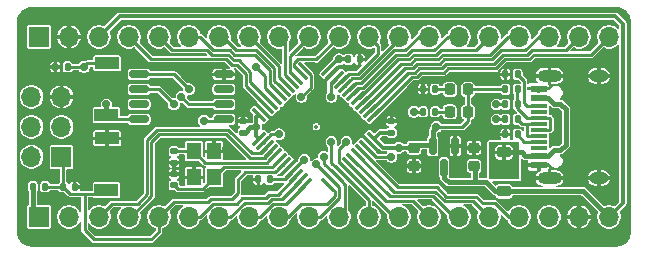
<source format=gbr>
G04 #@! TF.GenerationSoftware,KiCad,Pcbnew,9.0.0+dfsg-1*
G04 #@! TF.CreationDate,2025-03-10T08:37:07+08:00*
G04 #@! TF.ProjectId,gp,67702e6b-6963-4616-945f-706362585858,d*
G04 #@! TF.SameCoordinates,Original*
G04 #@! TF.FileFunction,Copper,L1,Top*
G04 #@! TF.FilePolarity,Positive*
%FSLAX46Y46*%
G04 Gerber Fmt 4.6, Leading zero omitted, Abs format (unit mm)*
G04 Created by KiCad (PCBNEW 9.0.0+dfsg-1) date 2025-03-10 08:37:07*
%MOMM*%
%LPD*%
G01*
G04 APERTURE LIST*
G04 Aperture macros list*
%AMRoundRect*
0 Rectangle with rounded corners*
0 $1 Rounding radius*
0 $2 $3 $4 $5 $6 $7 $8 $9 X,Y pos of 4 corners*
0 Add a 4 corners polygon primitive as box body*
4,1,4,$2,$3,$4,$5,$6,$7,$8,$9,$2,$3,0*
0 Add four circle primitives for the rounded corners*
1,1,$1+$1,$2,$3*
1,1,$1+$1,$4,$5*
1,1,$1+$1,$6,$7*
1,1,$1+$1,$8,$9*
0 Add four rect primitives between the rounded corners*
20,1,$1+$1,$2,$3,$4,$5,0*
20,1,$1+$1,$4,$5,$6,$7,0*
20,1,$1+$1,$6,$7,$8,$9,0*
20,1,$1+$1,$8,$9,$2,$3,0*%
G04 Aperture macros list end*
G04 #@! TA.AperFunction,SMDPad,CuDef*
%ADD10RoundRect,0.225000X0.250000X-0.225000X0.250000X0.225000X-0.250000X0.225000X-0.250000X-0.225000X0*%
G04 #@! TD*
G04 #@! TA.AperFunction,SMDPad,CuDef*
%ADD11RoundRect,0.218750X-0.218750X-0.256250X0.218750X-0.256250X0.218750X0.256250X-0.218750X0.256250X0*%
G04 #@! TD*
G04 #@! TA.AperFunction,SMDPad,CuDef*
%ADD12RoundRect,0.135000X-0.135000X-0.185000X0.135000X-0.185000X0.135000X0.185000X-0.135000X0.185000X0*%
G04 #@! TD*
G04 #@! TA.AperFunction,SMDPad,CuDef*
%ADD13RoundRect,0.135000X0.135000X0.185000X-0.135000X0.185000X-0.135000X-0.185000X0.135000X-0.185000X0*%
G04 #@! TD*
G04 #@! TA.AperFunction,SMDPad,CuDef*
%ADD14RoundRect,0.140000X-0.170000X0.140000X-0.170000X-0.140000X0.170000X-0.140000X0.170000X0.140000X0*%
G04 #@! TD*
G04 #@! TA.AperFunction,SMDPad,CuDef*
%ADD15RoundRect,0.140000X0.170000X-0.140000X0.170000X0.140000X-0.170000X0.140000X-0.170000X-0.140000X0*%
G04 #@! TD*
G04 #@! TA.AperFunction,SMDPad,CuDef*
%ADD16RoundRect,0.225000X-0.250000X0.225000X-0.250000X-0.225000X0.250000X-0.225000X0.250000X0.225000X0*%
G04 #@! TD*
G04 #@! TA.AperFunction,SMDPad,CuDef*
%ADD17RoundRect,0.150000X-0.150000X0.587500X-0.150000X-0.587500X0.150000X-0.587500X0.150000X0.587500X0*%
G04 #@! TD*
G04 #@! TA.AperFunction,ComponentPad*
%ADD18R,1.700000X1.700000*%
G04 #@! TD*
G04 #@! TA.AperFunction,ComponentPad*
%ADD19O,1.700000X1.700000*%
G04 #@! TD*
G04 #@! TA.AperFunction,SMDPad,CuDef*
%ADD20RoundRect,0.140000X0.140000X0.170000X-0.140000X0.170000X-0.140000X-0.170000X0.140000X-0.170000X0*%
G04 #@! TD*
G04 #@! TA.AperFunction,SMDPad,CuDef*
%ADD21RoundRect,0.140000X-0.140000X-0.170000X0.140000X-0.170000X0.140000X0.170000X-0.140000X0.170000X0*%
G04 #@! TD*
G04 #@! TA.AperFunction,SMDPad,CuDef*
%ADD22R,1.450000X0.600000*%
G04 #@! TD*
G04 #@! TA.AperFunction,SMDPad,CuDef*
%ADD23R,1.450000X0.300000*%
G04 #@! TD*
G04 #@! TA.AperFunction,ComponentPad*
%ADD24O,2.100000X1.000000*%
G04 #@! TD*
G04 #@! TA.AperFunction,ComponentPad*
%ADD25O,1.600000X1.000000*%
G04 #@! TD*
G04 #@! TA.AperFunction,SMDPad,CuDef*
%ADD26RoundRect,0.225000X0.375000X-0.225000X0.375000X0.225000X-0.375000X0.225000X-0.375000X-0.225000X0*%
G04 #@! TD*
G04 #@! TA.AperFunction,SMDPad,CuDef*
%ADD27RoundRect,0.075000X-0.415425X-0.521491X0.521491X0.415425X0.415425X0.521491X-0.521491X-0.415425X0*%
G04 #@! TD*
G04 #@! TA.AperFunction,SMDPad,CuDef*
%ADD28RoundRect,0.075000X0.415425X-0.521491X0.521491X-0.415425X-0.415425X0.521491X-0.521491X0.415425X0*%
G04 #@! TD*
G04 #@! TA.AperFunction,SMDPad,CuDef*
%ADD29R,2.000000X1.050000*%
G04 #@! TD*
G04 #@! TA.AperFunction,SMDPad,CuDef*
%ADD30RoundRect,0.162500X0.650000X0.162500X-0.650000X0.162500X-0.650000X-0.162500X0.650000X-0.162500X0*%
G04 #@! TD*
G04 #@! TA.AperFunction,SMDPad,CuDef*
%ADD31R,1.200000X1.400000*%
G04 #@! TD*
G04 #@! TA.AperFunction,ViaPad*
%ADD32C,0.700000*%
G04 #@! TD*
G04 #@! TA.AperFunction,Conductor*
%ADD33C,0.381000*%
G04 #@! TD*
G04 #@! TA.AperFunction,Conductor*
%ADD34C,0.304800*%
G04 #@! TD*
G04 #@! TA.AperFunction,Conductor*
%ADD35C,0.228600*%
G04 #@! TD*
G04 APERTURE END LIST*
D10*
G04 #@! TO.P,C1,1*
G04 #@! TO.N,+5V*
X190500000Y-104915000D03*
G04 #@! TO.P,C1,2*
G04 #@! TO.N,GND*
X190500000Y-103365000D03*
G04 #@! TD*
D11*
G04 #@! TO.P,D2,1,K*
G04 #@! TO.N,Net-(D2-K)*
X188442500Y-98425000D03*
G04 #@! TO.P,D2,2,A*
G04 #@! TO.N,+3V3*
X190017500Y-98425000D03*
G04 #@! TD*
D12*
G04 #@! TO.P,R1,1*
G04 #@! TO.N,+3V3*
X153160000Y-106680000D03*
G04 #@! TO.P,R1,2*
G04 #@! TO.N,RST*
X154180000Y-106680000D03*
G04 #@! TD*
D13*
G04 #@! TO.P,R9,1*
G04 #@! TO.N,Net-(D3-K)*
X187200000Y-100330000D03*
G04 #@! TO.P,R9,2*
G04 #@! TO.N,C13*
X186180000Y-100330000D03*
G04 #@! TD*
D14*
G04 #@! TO.P,C8,1*
G04 #@! TO.N,Net-(U2-PD0)*
X165100000Y-103660000D03*
G04 #@! TO.P,C8,2*
G04 #@! TO.N,GND*
X165100000Y-104620000D03*
G04 #@! TD*
D15*
G04 #@! TO.P,C9,1*
G04 #@! TO.N,Net-(U2-PD1)*
X165100000Y-106525000D03*
G04 #@! TO.P,C9,2*
G04 #@! TO.N,GND*
X165100000Y-105565000D03*
G04 #@! TD*
D16*
G04 #@! TO.P,C3,1*
G04 #@! TO.N,+3V3*
X185420000Y-103365000D03*
G04 #@! TO.P,C3,2*
G04 #@! TO.N,GND*
X185420000Y-104915000D03*
G04 #@! TD*
D11*
G04 #@! TO.P,D3,1,K*
G04 #@! TO.N,Net-(D3-K)*
X188442500Y-100330000D03*
G04 #@! TO.P,D3,2,A*
G04 #@! TO.N,+3V3*
X190017500Y-100330000D03*
G04 #@! TD*
D13*
G04 #@! TO.P,R7,1*
G04 #@! TO.N,Net-(J1-CC1)*
X194185000Y-102235000D03*
G04 #@! TO.P,R7,2*
G04 #@! TO.N,GND*
X193165000Y-102235000D03*
G04 #@! TD*
D17*
G04 #@! TO.P,U1,1,GND*
G04 #@! TO.N,GND*
X188910000Y-103202500D03*
G04 #@! TO.P,U1,2,VO*
G04 #@! TO.N,+3V3*
X187010000Y-103202500D03*
G04 #@! TO.P,U1,3,VI*
G04 #@! TO.N,+5V*
X187960000Y-105077500D03*
G04 #@! TD*
D15*
G04 #@! TO.P,C7,1*
G04 #@! TO.N,+3V3*
X170942000Y-102080000D03*
G04 #@! TO.P,C7,2*
G04 #@! TO.N,GND*
X170942000Y-101120000D03*
G04 #@! TD*
D13*
G04 #@! TO.P,R2,1*
G04 #@! TO.N,Net-(J1-D--PadA7)*
X194185000Y-100965000D03*
G04 #@! TO.P,R2,2*
G04 #@! TO.N,A11*
X193165000Y-100965000D03*
G04 #@! TD*
G04 #@! TO.P,R4,1*
G04 #@! TO.N,Net-(J1-D+-PadA6)*
X194185000Y-98425000D03*
G04 #@! TO.P,R4,2*
G04 #@! TO.N,+3V3*
X193165000Y-98425000D03*
G04 #@! TD*
G04 #@! TO.P,R3,1*
G04 #@! TO.N,Net-(J1-D+-PadA6)*
X194185000Y-99695000D03*
G04 #@! TO.P,R3,2*
G04 #@! TO.N,A12*
X193165000Y-99695000D03*
G04 #@! TD*
G04 #@! TO.P,R8,1*
G04 #@! TO.N,Net-(D2-K)*
X187200000Y-98425000D03*
G04 #@! TO.P,R8,2*
G04 #@! TO.N,GND*
X186180000Y-98425000D03*
G04 #@! TD*
D15*
G04 #@! TO.P,C4,1*
G04 #@! TO.N,+3V3*
X183515000Y-102080000D03*
G04 #@! TO.P,C4,2*
G04 #@! TO.N,GND*
X183515000Y-101120000D03*
G04 #@! TD*
D18*
G04 #@! TO.P,J2,1,Pin_1*
G04 #@! TO.N,RST*
X155575000Y-104140000D03*
D19*
G04 #@! TO.P,J2,2,Pin_2*
G04 #@! TO.N,+3V3*
X153035000Y-104140000D03*
G04 #@! TO.P,J2,3,Pin_3*
G04 #@! TO.N,SWCLK*
X155575000Y-101600000D03*
G04 #@! TO.P,J2,4,Pin_4*
G04 #@! TO.N,SWDIO*
X153035000Y-101600000D03*
G04 #@! TO.P,J2,5,Pin_5*
G04 #@! TO.N,GND*
X155575000Y-99060000D03*
G04 #@! TO.P,J2,6,Pin_6*
G04 #@! TO.N,B3*
X153035000Y-99060000D03*
G04 #@! TD*
D20*
G04 #@! TO.P,C6,1*
G04 #@! TO.N,+3V3*
X173200000Y-106045000D03*
G04 #@! TO.P,C6,2*
G04 #@! TO.N,GND*
X172240000Y-106045000D03*
G04 #@! TD*
D21*
G04 #@! TO.P,C2,1*
G04 #@! TO.N,RST*
X155730000Y-106680000D03*
G04 #@! TO.P,C2,2*
G04 #@! TO.N,GND*
X156690000Y-106680000D03*
G04 #@! TD*
D22*
G04 #@! TO.P,J1,A1,GND*
G04 #@! TO.N,GND*
X195980000Y-104850000D03*
G04 #@! TO.P,J1,A4,VBUS*
G04 #@! TO.N,VBUS*
X195980000Y-104050000D03*
D23*
G04 #@! TO.P,J1,A5,CC1*
G04 #@! TO.N,Net-(J1-CC1)*
X195980000Y-102850000D03*
G04 #@! TO.P,J1,A6,D+*
G04 #@! TO.N,Net-(J1-D+-PadA6)*
X195980000Y-101850000D03*
G04 #@! TO.P,J1,A7,D-*
G04 #@! TO.N,Net-(J1-D--PadA7)*
X195980000Y-101350000D03*
G04 #@! TO.P,J1,A8,SBU1*
G04 #@! TO.N,unconnected-(J1-SBU1-PadA8)*
X195980000Y-100350000D03*
D22*
G04 #@! TO.P,J1,A9,VBUS*
G04 #@! TO.N,VBUS*
X195980000Y-99150000D03*
G04 #@! TO.P,J1,A12,GND*
G04 #@! TO.N,GND*
X195980000Y-98350000D03*
G04 #@! TO.P,J1,B1,GND*
X195980000Y-98350000D03*
G04 #@! TO.P,J1,B4,VBUS*
G04 #@! TO.N,VBUS*
X195980000Y-99150000D03*
D23*
G04 #@! TO.P,J1,B5,CC2*
G04 #@! TO.N,Net-(J1-CC2)*
X195980000Y-99850000D03*
G04 #@! TO.P,J1,B6,D+*
G04 #@! TO.N,Net-(J1-D+-PadA6)*
X195980000Y-100850000D03*
G04 #@! TO.P,J1,B7,D-*
G04 #@! TO.N,Net-(J1-D--PadA7)*
X195980000Y-102350000D03*
G04 #@! TO.P,J1,B8,SBU2*
G04 #@! TO.N,unconnected-(J1-SBU2-PadB8)*
X195980000Y-103350000D03*
D22*
G04 #@! TO.P,J1,B9,VBUS*
G04 #@! TO.N,VBUS*
X195980000Y-104050000D03*
G04 #@! TO.P,J1,B12,GND*
G04 #@! TO.N,GND*
X195980000Y-104850000D03*
D24*
G04 #@! TO.P,J1,S1,SHIELD*
X196895000Y-105920000D03*
D25*
X201075000Y-105920000D03*
D24*
X196895000Y-97280000D03*
D25*
X201075000Y-97280000D03*
G04 #@! TD*
D26*
G04 #@! TO.P,D1,1,K*
G04 #@! TO.N,+5V*
X193040000Y-107060000D03*
G04 #@! TO.P,D1,2,A*
G04 #@! TO.N,VBUS*
X193040000Y-103760000D03*
G04 #@! TD*
D27*
G04 #@! TO.P,U2,1,VBAT*
G04 #@! TO.N,+3V3*
X172277124Y-102598788D03*
G04 #@! TO.P,U2,2,PC13*
G04 #@! TO.N,C13*
X172630678Y-102952342D03*
G04 #@! TO.P,U2,3,PC14*
G04 #@! TO.N,C14*
X172984231Y-103305895D03*
G04 #@! TO.P,U2,4,PC15*
G04 #@! TO.N,C15*
X173337785Y-103659449D03*
G04 #@! TO.P,U2,5,PD0*
G04 #@! TO.N,Net-(U2-PD0)*
X173691338Y-104013002D03*
G04 #@! TO.P,U2,6,PD1*
G04 #@! TO.N,Net-(U2-PD1)*
X174044891Y-104366555D03*
G04 #@! TO.P,U2,7,NRST*
G04 #@! TO.N,RST*
X174398445Y-104720109D03*
G04 #@! TO.P,U2,8,VSSA*
G04 #@! TO.N,GND*
X174751998Y-105073662D03*
G04 #@! TO.P,U2,9,VDDA*
G04 #@! TO.N,+3V3*
X175105551Y-105427215D03*
G04 #@! TO.P,U2,10,PA0*
G04 #@! TO.N,A0*
X175459105Y-105780769D03*
G04 #@! TO.P,U2,11,PA1*
G04 #@! TO.N,A1*
X175812658Y-106134322D03*
G04 #@! TO.P,U2,12,PA2*
G04 #@! TO.N,A2*
X176166212Y-106487876D03*
D28*
G04 #@! TO.P,U2,13,PA3*
G04 #@! TO.N,A3*
X178163788Y-106487876D03*
G04 #@! TO.P,U2,14,PA4*
G04 #@! TO.N,A4*
X178517342Y-106134322D03*
G04 #@! TO.P,U2,15,PA5*
G04 #@! TO.N,A5*
X178870895Y-105780769D03*
G04 #@! TO.P,U2,16,PA6*
G04 #@! TO.N,A6*
X179224449Y-105427215D03*
G04 #@! TO.P,U2,17,PA7*
G04 #@! TO.N,A7*
X179578002Y-105073662D03*
G04 #@! TO.P,U2,18,PB0*
G04 #@! TO.N,B0*
X179931555Y-104720109D03*
G04 #@! TO.P,U2,19,PB1*
G04 #@! TO.N,B1*
X180285109Y-104366555D03*
G04 #@! TO.P,U2,20,PB2*
G04 #@! TO.N,B2*
X180638662Y-104013002D03*
G04 #@! TO.P,U2,21,PB10*
G04 #@! TO.N,B10*
X180992215Y-103659449D03*
G04 #@! TO.P,U2,22,PB11*
G04 #@! TO.N,BO0*
X181345769Y-103305895D03*
G04 #@! TO.P,U2,23,VSS*
G04 #@! TO.N,GND*
X181699322Y-102952342D03*
G04 #@! TO.P,U2,24,VDD*
G04 #@! TO.N,+3V3*
X182052876Y-102598788D03*
D27*
G04 #@! TO.P,U2,25,PB12*
G04 #@! TO.N,B12*
X182052876Y-100601212D03*
G04 #@! TO.P,U2,26,PB13*
G04 #@! TO.N,B13*
X181699322Y-100247658D03*
G04 #@! TO.P,U2,27,PB14*
G04 #@! TO.N,B14*
X181345769Y-99894105D03*
G04 #@! TO.P,U2,28,PB15*
G04 #@! TO.N,B15*
X180992215Y-99540551D03*
G04 #@! TO.P,U2,29,PA8*
G04 #@! TO.N,A8*
X180638662Y-99186998D03*
G04 #@! TO.P,U2,30,PA9*
G04 #@! TO.N,A9*
X180285109Y-98833445D03*
G04 #@! TO.P,U2,31,PA10*
G04 #@! TO.N,A10*
X179931555Y-98479891D03*
G04 #@! TO.P,U2,32,PA11*
G04 #@! TO.N,A11*
X179578002Y-98126338D03*
G04 #@! TO.P,U2,33,PA12*
G04 #@! TO.N,A12*
X179224449Y-97772785D03*
G04 #@! TO.P,U2,34,PA13*
G04 #@! TO.N,SWDIO*
X178870895Y-97419231D03*
G04 #@! TO.P,U2,35,VSS*
G04 #@! TO.N,GND*
X178517342Y-97065678D03*
G04 #@! TO.P,U2,36,VDD*
G04 #@! TO.N,+3V3*
X178163788Y-96712124D03*
D28*
G04 #@! TO.P,U2,37,PA14*
G04 #@! TO.N,SWCLK*
X176166212Y-96712124D03*
G04 #@! TO.P,U2,38,PA15*
G04 #@! TO.N,A15*
X175812658Y-97065678D03*
G04 #@! TO.P,U2,39,PB3*
G04 #@! TO.N,B3*
X175459105Y-97419231D03*
G04 #@! TO.P,U2,40,PB4*
G04 #@! TO.N,B4*
X175105551Y-97772785D03*
G04 #@! TO.P,U2,41,PB5*
G04 #@! TO.N,B5*
X174751998Y-98126338D03*
G04 #@! TO.P,U2,42,PB6*
G04 #@! TO.N,B6*
X174398445Y-98479891D03*
G04 #@! TO.P,U2,43,PB7*
G04 #@! TO.N,B7*
X174044891Y-98833445D03*
G04 #@! TO.P,U2,44,BOOT0*
G04 #@! TO.N,BO0*
X173691338Y-99186998D03*
G04 #@! TO.P,U2,45,PB8*
G04 #@! TO.N,B8*
X173337785Y-99540551D03*
G04 #@! TO.P,U2,46,PB9*
G04 #@! TO.N,B9*
X172984231Y-99894105D03*
G04 #@! TO.P,U2,47,VSS*
G04 #@! TO.N,GND*
X172630678Y-100247658D03*
G04 #@! TO.P,U2,48,VDD*
G04 #@! TO.N,+3V3*
X172277124Y-100601212D03*
G04 #@! TD*
D21*
G04 #@! TO.P,C5,1*
G04 #@! TO.N,+3V3*
X179860000Y-95885000D03*
G04 #@! TO.P,C5,2*
G04 #@! TO.N,GND*
X180820000Y-95885000D03*
G04 #@! TD*
D13*
G04 #@! TO.P,R6,1*
G04 #@! TO.N,Net-(J1-CC2)*
X194185000Y-97155000D03*
G04 #@! TO.P,R6,2*
G04 #@! TO.N,GND*
X193165000Y-97155000D03*
G04 #@! TD*
D29*
G04 #@! TO.P,SW2,1,1*
G04 #@! TO.N,BO0*
X159435000Y-96225000D03*
G04 #@! TO.P,SW2,2,2*
G04 #@! TO.N,+3V3*
X159385000Y-100625000D03*
G04 #@! TD*
G04 #@! TO.P,SW1,1,1*
G04 #@! TO.N,GND*
X159435000Y-102575000D03*
G04 #@! TO.P,SW1,2,2*
G04 #@! TO.N,RST*
X159385000Y-106975000D03*
G04 #@! TD*
D30*
G04 #@! TO.P,U3,1,~{CS}*
G04 #@! TO.N,A4*
X169322500Y-100965000D03*
G04 #@! TO.P,U3,2,DO(IO1)*
G04 #@! TO.N,A6*
X169322500Y-99695000D03*
G04 #@! TO.P,U3,3,IO2*
G04 #@! TO.N,unconnected-(U3-IO2-Pad3)*
X169322500Y-98425000D03*
G04 #@! TO.P,U3,4,GND*
G04 #@! TO.N,GND*
X169322500Y-97155000D03*
G04 #@! TO.P,U3,5,DI(IO0)*
G04 #@! TO.N,A7*
X162147500Y-97155000D03*
G04 #@! TO.P,U3,6,CLK*
G04 #@! TO.N,A5*
X162147500Y-98425000D03*
G04 #@! TO.P,U3,7,IO3*
G04 #@! TO.N,unconnected-(U3-IO3-Pad7)*
X162147500Y-99695000D03*
G04 #@! TO.P,U3,8,VCC*
G04 #@! TO.N,+3V3*
X162147500Y-100965000D03*
G04 #@! TD*
D13*
G04 #@! TO.P,R5,1*
G04 #@! TO.N,BO0*
X156085000Y-96520000D03*
G04 #@! TO.P,R5,2*
G04 #@! TO.N,GND*
X155065000Y-96520000D03*
G04 #@! TD*
D31*
G04 #@! TO.P,Y1,1,1*
G04 #@! TO.N,Net-(U2-PD0)*
X166790000Y-103675000D03*
G04 #@! TO.P,Y1,2,2*
G04 #@! TO.N,GND*
X166790000Y-105875000D03*
G04 #@! TO.P,Y1,3,3*
G04 #@! TO.N,Net-(U2-PD1)*
X168490000Y-105875000D03*
G04 #@! TO.P,Y1,4,4*
G04 #@! TO.N,GND*
X168490000Y-103675000D03*
G04 #@! TD*
D18*
G04 #@! TO.P,J4,1,Pin_1*
G04 #@! TO.N,+3V3*
X153670000Y-93980000D03*
D19*
G04 #@! TO.P,J4,2,Pin_2*
G04 #@! TO.N,GND*
X156210000Y-93980000D03*
G04 #@! TO.P,J4,3,Pin_3*
G04 #@! TO.N,+5V*
X158750000Y-93980000D03*
G04 #@! TO.P,J4,4,Pin_4*
G04 #@! TO.N,B9*
X161290000Y-93980000D03*
G04 #@! TO.P,J4,5,Pin_5*
G04 #@! TO.N,B8*
X163830000Y-93980000D03*
G04 #@! TO.P,J4,6,Pin_6*
G04 #@! TO.N,B7*
X166370000Y-93980000D03*
G04 #@! TO.P,J4,7,Pin_7*
G04 #@! TO.N,B6*
X168910000Y-93980000D03*
G04 #@! TO.P,J4,8,Pin_8*
G04 #@! TO.N,B5*
X171450000Y-93980000D03*
G04 #@! TO.P,J4,9,Pin_9*
G04 #@! TO.N,B4*
X173990000Y-93980000D03*
G04 #@! TO.P,J4,10,Pin_10*
G04 #@! TO.N,B3*
X176530000Y-93980000D03*
G04 #@! TO.P,J4,11,Pin_11*
G04 #@! TO.N,A15*
X179070000Y-93980000D03*
G04 #@! TO.P,J4,12,Pin_12*
G04 #@! TO.N,A12*
X181610000Y-93980000D03*
G04 #@! TO.P,J4,13,Pin_13*
G04 #@! TO.N,A11*
X184150000Y-93980000D03*
G04 #@! TO.P,J4,14,Pin_14*
G04 #@! TO.N,A10*
X186690000Y-93980000D03*
G04 #@! TO.P,J4,15,Pin_15*
G04 #@! TO.N,A9*
X189230000Y-93980000D03*
G04 #@! TO.P,J4,16,Pin_16*
G04 #@! TO.N,A8*
X191770000Y-93980000D03*
G04 #@! TO.P,J4,17,Pin_17*
G04 #@! TO.N,B15*
X194310000Y-93980000D03*
G04 #@! TO.P,J4,18,Pin_18*
G04 #@! TO.N,B14*
X196850000Y-93980000D03*
G04 #@! TO.P,J4,19,Pin_19*
G04 #@! TO.N,B13*
X199390000Y-93980000D03*
G04 #@! TO.P,J4,20,Pin_20*
G04 #@! TO.N,B12*
X201930000Y-93980000D03*
G04 #@! TD*
D18*
G04 #@! TO.P,J3,1,Pin_1*
G04 #@! TO.N,+3V3*
X153670000Y-109220000D03*
D19*
G04 #@! TO.P,J3,2,Pin_2*
G04 #@! TO.N,C13*
X156210000Y-109220000D03*
G04 #@! TO.P,J3,3,Pin_3*
G04 #@! TO.N,C14*
X158750000Y-109220000D03*
G04 #@! TO.P,J3,4,Pin_4*
G04 #@! TO.N,C15*
X161290000Y-109220000D03*
G04 #@! TO.P,J3,5,Pin_5*
G04 #@! TO.N,RST*
X163830000Y-109220000D03*
G04 #@! TO.P,J3,6,Pin_6*
G04 #@! TO.N,A0*
X166370000Y-109220000D03*
G04 #@! TO.P,J3,7,Pin_7*
G04 #@! TO.N,A1*
X168910000Y-109220000D03*
G04 #@! TO.P,J3,8,Pin_8*
G04 #@! TO.N,A2*
X171450000Y-109220000D03*
G04 #@! TO.P,J3,9,Pin_9*
G04 #@! TO.N,A3*
X173990000Y-109220000D03*
G04 #@! TO.P,J3,10,Pin_10*
G04 #@! TO.N,A4*
X176530000Y-109220000D03*
G04 #@! TO.P,J3,11,Pin_11*
G04 #@! TO.N,A5*
X179070000Y-109220000D03*
G04 #@! TO.P,J3,12,Pin_12*
G04 #@! TO.N,A6*
X181610000Y-109220000D03*
G04 #@! TO.P,J3,13,Pin_13*
G04 #@! TO.N,A7*
X184150000Y-109220000D03*
G04 #@! TO.P,J3,14,Pin_14*
G04 #@! TO.N,B0*
X186690000Y-109220000D03*
G04 #@! TO.P,J3,15,Pin_15*
G04 #@! TO.N,B1*
X189230000Y-109220000D03*
G04 #@! TO.P,J3,16,Pin_16*
G04 #@! TO.N,B2*
X191770000Y-109220000D03*
G04 #@! TO.P,J3,17,Pin_17*
G04 #@! TO.N,B10*
X194310000Y-109220000D03*
G04 #@! TO.P,J3,18,Pin_18*
G04 #@! TO.N,+3V3*
X196850000Y-109220000D03*
G04 #@! TO.P,J3,19,Pin_19*
G04 #@! TO.N,GND*
X199390000Y-109220000D03*
G04 #@! TO.P,J3,20,Pin_20*
G04 #@! TO.N,+5V*
X201930000Y-109220000D03*
G04 #@! TD*
D32*
G04 #@! TO.N,GND*
X186690000Y-105410000D03*
X199390000Y-102870000D03*
X201295000Y-102870000D03*
X169545000Y-103505000D03*
X197485000Y-100330000D03*
X159385000Y-104140000D03*
X187960000Y-103505000D03*
X197485000Y-102870000D03*
X175895000Y-102870000D03*
X170815000Y-99060000D03*
X171450000Y-106045000D03*
X201295000Y-100330000D03*
X199390000Y-100330000D03*
X188976000Y-104648000D03*
X188976000Y-105410000D03*
X187960000Y-102616000D03*
G04 #@! TO.N,VBUS*
X192405000Y-104775000D03*
X193040000Y-105410000D03*
X193675000Y-104775000D03*
G04 #@! TO.N,+3V3*
X179070000Y-95885000D03*
X172085000Y-101600000D03*
X176143883Y-104388883D03*
X187325000Y-101600000D03*
X159385000Y-99695000D03*
X184150000Y-103365000D03*
G04 #@! TO.N,C13*
X185420000Y-100330000D03*
X173990000Y-102235000D03*
G04 #@! TO.N,A12*
X192405000Y-99695000D03*
G04 #@! TO.N,A11*
X192405000Y-100965000D03*
G04 #@! TO.N,A7*
X179705000Y-102870000D03*
X166370000Y-98425000D03*
G04 #@! TO.N,A6*
X165735000Y-99060000D03*
X178435000Y-102870000D03*
G04 #@! TO.N,A5*
X165100000Y-99695000D03*
X177800000Y-104140000D03*
G04 #@! TO.N,A4*
X167640000Y-101075700D03*
X177165000Y-104775000D03*
G04 #@! TO.N,BO0*
X172085000Y-96520000D03*
X183515000Y-104140000D03*
X157480000Y-96520000D03*
G04 #@! TO.N,SWCLK*
X175895000Y-99060000D03*
G04 #@! TO.N,SWDIO*
X178435000Y-99060000D03*
G04 #@! TD*
D33*
G04 #@! TO.N,VBUS*
X197259321Y-99637099D02*
X196772222Y-99150000D01*
X196772222Y-99150000D02*
X195980000Y-99150000D01*
X197817593Y-103562901D02*
X198280000Y-103100494D01*
X195980000Y-104050000D02*
X194840000Y-104050000D01*
X194550000Y-103760000D02*
X194840000Y-104050000D01*
X198280000Y-100099506D02*
X197817593Y-99637099D01*
X198280000Y-103100494D02*
X198280000Y-100099506D01*
X195980000Y-104050000D02*
X196772222Y-104050000D01*
X193040000Y-103760000D02*
X194550000Y-103760000D01*
X197259321Y-103562901D02*
X197817593Y-103562901D01*
X196772222Y-104050000D02*
X197259321Y-103562901D01*
X197817593Y-99637099D02*
X197259321Y-99637099D01*
G04 #@! TO.N,+3V3*
X171097000Y-102080000D02*
X170942000Y-102080000D01*
D34*
X176143883Y-104388883D02*
X175105551Y-105427215D01*
X172085000Y-101600000D02*
X172085000Y-102406664D01*
D33*
X159385000Y-100625000D02*
X159385000Y-99695000D01*
D34*
X172085000Y-102406664D02*
X172277124Y-102598788D01*
D35*
X173205000Y-106045000D02*
X174487766Y-106045000D01*
D33*
X154227901Y-94537901D02*
X153670000Y-93980000D01*
X153185000Y-106680000D02*
X153185000Y-108735000D01*
X171577000Y-101600000D02*
X171097000Y-102080000D01*
D35*
X159725000Y-100965000D02*
X159385000Y-100625000D01*
D33*
X153035000Y-104140000D02*
X153035000Y-103415000D01*
D35*
X189500000Y-101600000D02*
X187325000Y-101600000D01*
D34*
X178990912Y-95885000D02*
X178163788Y-96712124D01*
D35*
X193165000Y-98425000D02*
X190017500Y-98425000D01*
X190017500Y-98425000D02*
X190017500Y-100330000D01*
D34*
X183515000Y-102085000D02*
X182566664Y-102085000D01*
D33*
X187010000Y-101915000D02*
X187325000Y-101600000D01*
X187010000Y-103202500D02*
X187010000Y-101915000D01*
D35*
X189500000Y-101600000D02*
X190017500Y-101082500D01*
D34*
X172085000Y-101600000D02*
X172085000Y-100793336D01*
X177145000Y-101580000D02*
X177165000Y-101600000D01*
D33*
X187010000Y-103140000D02*
X187010000Y-101915000D01*
D35*
X174487766Y-106045000D02*
X175105551Y-105427215D01*
D33*
X153185000Y-108735000D02*
X153670000Y-109220000D01*
D34*
X179070000Y-95885000D02*
X178990912Y-95885000D01*
D35*
X162135000Y-100965000D02*
X159725000Y-100965000D01*
D33*
X172085000Y-101600000D02*
X171577000Y-101600000D01*
D34*
X179855000Y-95885000D02*
X179070000Y-95885000D01*
D33*
X185632500Y-103140000D02*
X185420000Y-103352500D01*
D34*
X182819088Y-103365000D02*
X182052876Y-102598788D01*
X172085000Y-100793336D02*
X172277124Y-100601212D01*
X172105000Y-101580000D02*
X172085000Y-101600000D01*
X184150000Y-103365000D02*
X182819088Y-103365000D01*
X185420000Y-103365000D02*
X184150000Y-103365000D01*
D33*
X187010000Y-103140000D02*
X185632500Y-103140000D01*
X153185000Y-104290000D02*
X153035000Y-104140000D01*
D35*
X159167099Y-100407099D02*
X159385000Y-100625000D01*
X190017500Y-101082500D02*
X190017500Y-100330000D01*
D34*
X182566664Y-102085000D02*
X182052876Y-102598788D01*
D35*
G04 #@! TO.N,C15*
X163195000Y-107474719D02*
X163195000Y-102870000D01*
X161290000Y-109220000D02*
X161449719Y-109220000D01*
X163830000Y-102235000D02*
X169545000Y-102235000D01*
X163195000Y-102870000D02*
X163830000Y-102235000D01*
X172800680Y-104196554D02*
X173337785Y-103659449D01*
X169545000Y-102235000D02*
X171506554Y-104196554D01*
X161449719Y-109220000D02*
X163195000Y-107474719D01*
X171506554Y-104196554D02*
X172800680Y-104196554D01*
G04 #@! TO.N,C14*
X172984231Y-103305895D02*
X172474583Y-103815543D01*
X162813000Y-107316489D02*
X162813000Y-106045000D01*
X171663667Y-103815543D02*
X169702612Y-101854489D01*
X163672388Y-101854489D02*
X162814489Y-102712388D01*
X169702612Y-101854489D02*
X163672388Y-101854489D01*
X158750000Y-109220000D02*
X159870000Y-108100000D01*
X162814489Y-102712388D02*
X162814489Y-106045000D01*
X172474583Y-103815543D02*
X171663667Y-103815543D01*
X159870000Y-108100000D02*
X162029489Y-108100000D01*
X162029489Y-108100000D02*
X162813000Y-107316489D01*
G04 #@! TO.N,C13*
X173348020Y-102235000D02*
X173990000Y-102235000D01*
X186205000Y-100330000D02*
X185420000Y-100330000D01*
X172630678Y-102952342D02*
X173348020Y-102235000D01*
G04 #@! TO.N,B9*
X169519999Y-95859999D02*
X163169999Y-95859999D01*
X171195313Y-97124687D02*
X170418211Y-96347585D01*
X172984231Y-99894105D02*
X171195313Y-98105187D01*
X163169999Y-95859999D02*
X161290000Y-93980000D01*
X171195313Y-98105187D02*
X171195313Y-97124687D01*
X170418211Y-96347585D02*
X170007585Y-96347585D01*
X170007585Y-96347585D02*
X169519999Y-95859999D01*
G04 #@! TO.N,B8*
X173337785Y-99540551D02*
X171575824Y-97778590D01*
X171577314Y-97540000D02*
X171577313Y-96957313D01*
X171577313Y-96957313D02*
X170585585Y-95965585D01*
X171575824Y-97778590D02*
X171575824Y-97376994D01*
X167907819Y-95108989D02*
X164958989Y-95108989D01*
X170585585Y-95965585D02*
X170164415Y-95965585D01*
X168277819Y-95478989D02*
X167907819Y-95108989D01*
X170164415Y-95965585D02*
X169677818Y-95478988D01*
X164958989Y-95108989D02*
X163830000Y-93980000D01*
X169677818Y-95478988D02*
X168277819Y-95478989D01*
G04 #@! TO.N,B0*
X179931555Y-104720109D02*
X183054479Y-107843033D01*
X183054479Y-107843033D02*
X185313033Y-107843033D01*
X185313033Y-107843033D02*
X186690000Y-109220000D01*
G04 #@! TO.N,B7*
X171920318Y-95477978D02*
X170215638Y-95477978D01*
X169835636Y-95097978D02*
X168435638Y-95097978D01*
X174044891Y-98833445D02*
X173220723Y-98009277D01*
X168435638Y-95097978D02*
X167317660Y-93980000D01*
X167317660Y-93980000D02*
X166370000Y-93980000D01*
X173220723Y-96778383D02*
X171920318Y-95477978D01*
X170215638Y-95477978D02*
X169835636Y-95097978D01*
X173220723Y-98009277D02*
X173220723Y-96778383D01*
G04 #@! TO.N,B6*
X174398445Y-98479891D02*
X173601734Y-97683180D01*
X173601734Y-97683180D02*
X173601734Y-96620564D01*
X172078137Y-95096967D02*
X170373456Y-95096967D01*
X169256489Y-93980000D02*
X168910000Y-93980000D01*
X173601734Y-96620564D02*
X172078137Y-95096967D01*
X170373456Y-95096967D02*
X169256489Y-93980000D01*
G04 #@! TO.N,B5*
X171450000Y-93980000D02*
X171500000Y-93980000D01*
X173982745Y-96462745D02*
X173982745Y-97357085D01*
X171500000Y-93980000D02*
X173982745Y-96462745D01*
X173982745Y-97357085D02*
X174751998Y-98126338D01*
G04 #@! TO.N,B3*
X174922000Y-96882126D02*
X174922000Y-95588000D01*
X175459105Y-97419231D02*
X174922000Y-96882126D01*
X174922000Y-95588000D02*
X176530000Y-93980000D01*
G04 #@! TO.N,A15*
X175812658Y-97065678D02*
X175812658Y-96947888D01*
X177165000Y-95885000D02*
X179070000Y-93980000D01*
X175812658Y-97065678D02*
X175303502Y-96556522D01*
X177129414Y-95849414D02*
X177165000Y-95885000D01*
X175303502Y-96155360D02*
X175609448Y-95849414D01*
X175812658Y-96947888D02*
X175303011Y-96438241D01*
X175303011Y-96438241D02*
X175303011Y-96155155D01*
X175303502Y-96556522D02*
X175303502Y-96155360D01*
X175609448Y-95849414D02*
X177129414Y-95849414D01*
G04 #@! TO.N,A12*
X182380000Y-95405328D02*
X180669486Y-97115842D01*
X182380000Y-94730000D02*
X182380000Y-95405328D01*
X182360000Y-94730000D02*
X182380000Y-94730000D01*
X180669486Y-97115842D02*
X179881392Y-97115842D01*
X193190000Y-99695000D02*
X192405000Y-99695000D01*
X181610000Y-93980000D02*
X182360000Y-94730000D01*
X179881392Y-97115842D02*
X179224449Y-97772785D01*
G04 #@! TO.N,A11*
X193190000Y-100965000D02*
X192405000Y-100965000D01*
X180206498Y-97497842D02*
X180827716Y-97497842D01*
X180827716Y-97497842D02*
X184150000Y-94175558D01*
X184150000Y-94175558D02*
X184150000Y-93980000D01*
X179578002Y-98126338D02*
X180206498Y-97497842D01*
G04 #@! TO.N,A10*
X185817020Y-93980000D02*
X184700317Y-95096701D01*
X180491838Y-97919608D02*
X179931555Y-98479891D01*
X184700317Y-95096701D02*
X183769087Y-95096701D01*
X186690000Y-93980000D02*
X185817020Y-93980000D01*
X180946180Y-97919608D02*
X180491838Y-97919608D01*
X183769087Y-95096701D02*
X180946180Y-97919608D01*
G04 #@! TO.N,A9*
X184858136Y-95477712D02*
X185230904Y-95104944D01*
X180285109Y-98833445D02*
X180816945Y-98301609D01*
X180816945Y-98301609D02*
X181103009Y-98301609D01*
X181103009Y-98301609D02*
X183926906Y-95477712D01*
X185230904Y-95104944D02*
X187150901Y-95104944D01*
X188275850Y-93980000D02*
X189230000Y-93980000D01*
X183926906Y-95477712D02*
X184858136Y-95477712D01*
X187150901Y-95104944D02*
X188275850Y-93980000D01*
G04 #@! TO.N,A8*
X184084725Y-95858723D02*
X185015955Y-95858723D01*
X180756450Y-99186998D02*
X184084725Y-95858723D01*
X180638662Y-99186998D02*
X180756450Y-99186998D01*
X187308721Y-95485955D02*
X187678719Y-95115958D01*
X185015955Y-95858723D02*
X185388723Y-95485955D01*
X185388723Y-95485955D02*
X187308721Y-95485955D01*
X187678719Y-95115958D02*
X190634042Y-95115958D01*
X190634042Y-95115958D02*
X191770000Y-93980000D01*
G04 #@! TO.N,B15*
X191886221Y-95496969D02*
X193403192Y-93980000D01*
X193403192Y-93980000D02*
X194310000Y-93980000D01*
X187466541Y-95866966D02*
X187836538Y-95496969D01*
X187836538Y-95496969D02*
X191886221Y-95496969D01*
X180992215Y-99540551D02*
X184293032Y-96239734D01*
X184293032Y-96239734D02*
X185173774Y-96239734D01*
X185173774Y-96239734D02*
X185546542Y-95866966D01*
X185546542Y-95866966D02*
X187466541Y-95866966D01*
G04 #@! TO.N,B14*
X195962718Y-93980000D02*
X194846017Y-95096700D01*
X192044040Y-95877980D02*
X187994357Y-95877980D01*
X194846017Y-95096700D02*
X192825320Y-95096700D01*
X185331593Y-96620745D02*
X184619129Y-96620745D01*
X196850000Y-93980000D02*
X195962718Y-93980000D01*
X187624358Y-96247979D02*
X185704359Y-96247979D01*
X192825320Y-95096700D02*
X192044040Y-95877980D01*
X184619129Y-96620745D02*
X181345769Y-99894105D01*
X185704359Y-96247979D02*
X185331593Y-96620745D01*
X187994357Y-95877980D02*
X187624358Y-96247979D01*
G04 #@! TO.N,B13*
X192983139Y-95477711D02*
X192201859Y-96258991D01*
X199390000Y-93980000D02*
X198273299Y-95096701D01*
X184945224Y-97001756D02*
X181699322Y-100247658D01*
X185862178Y-96628990D02*
X185489412Y-97001756D01*
X187782178Y-96628990D02*
X185862178Y-96628990D01*
X185489412Y-97001756D02*
X184945224Y-97001756D01*
X195384847Y-95096701D02*
X195003836Y-95477711D01*
X188152177Y-96258991D02*
X187782178Y-96628990D01*
X198273299Y-95096701D02*
X195384847Y-95096701D01*
X195003836Y-95477711D02*
X192983139Y-95477711D01*
X192201859Y-96258991D02*
X188152177Y-96258991D01*
G04 #@! TO.N,B12*
X187939998Y-97009999D02*
X186019999Y-97009999D01*
X185647231Y-97382767D02*
X185271321Y-97382767D01*
X195542666Y-95477712D02*
X195161655Y-95858721D01*
X200432288Y-95477712D02*
X195542666Y-95477712D01*
X201930000Y-93980000D02*
X200432288Y-95477712D01*
X185271321Y-97382767D02*
X182052876Y-100601212D01*
X185647231Y-97382767D02*
X186019999Y-97009999D01*
X193140958Y-95858721D02*
X192356649Y-96643031D01*
X195161655Y-95858721D02*
X193140958Y-95858721D01*
X188306967Y-96643031D02*
X187939998Y-97009999D01*
X192356649Y-96643031D02*
X188306967Y-96643031D01*
G04 #@! TO.N,B10*
X191927819Y-108058990D02*
X191243990Y-108058990D01*
X188162209Y-107517209D02*
X187345000Y-106700000D01*
X184032766Y-106700000D02*
X180992215Y-103659449D01*
X192278859Y-108076141D02*
X191944970Y-108076141D01*
X191944970Y-108076141D02*
X191927819Y-108058990D01*
X187345000Y-106700000D02*
X184032766Y-106700000D01*
X194310000Y-109220000D02*
X193422718Y-109220000D01*
X193422718Y-109220000D02*
X192278859Y-108076141D01*
X191243990Y-108058990D02*
X190702209Y-107517209D01*
X190702209Y-107517209D02*
X188162209Y-107517209D01*
G04 #@! TO.N,B1*
X188787340Y-109220000D02*
X189230000Y-109220000D01*
X187029362Y-107462022D02*
X188787340Y-109220000D01*
X183380576Y-107462022D02*
X187029362Y-107462022D01*
X180285109Y-104366555D02*
X183380576Y-107462022D01*
G04 #@! TO.N,A7*
X184150000Y-109220000D02*
X183724340Y-109220000D01*
X179578002Y-105073662D02*
X179065894Y-104561554D01*
X179065894Y-104561554D02*
X179065894Y-103509106D01*
X183724340Y-109220000D02*
X179578002Y-105073662D01*
X179065894Y-103509106D02*
X179705000Y-102870000D01*
X162147500Y-97155000D02*
X165100000Y-97155000D01*
X165100000Y-97155000D02*
X166370000Y-98425000D01*
G04 #@! TO.N,A6*
X165735000Y-99060000D02*
X166370000Y-99695000D01*
X181610000Y-109220000D02*
X181610000Y-107812766D01*
X179224449Y-105427215D02*
X178435000Y-104637766D01*
X178435000Y-104637766D02*
X178435000Y-102870000D01*
X166370000Y-99695000D02*
X169322500Y-99695000D01*
X181610000Y-107812766D02*
X179224449Y-105427215D01*
G04 #@! TO.N,A5*
X178870895Y-105780769D02*
X177800000Y-104709874D01*
X162147500Y-98425000D02*
X163830000Y-98425000D01*
X177800000Y-104709874D02*
X177800000Y-104140000D01*
X179590063Y-106499937D02*
X179590063Y-108699937D01*
X163830000Y-98425000D02*
X165100000Y-99695000D01*
X179590063Y-108699937D02*
X179070000Y-109220000D01*
X178870895Y-105780769D02*
X179590063Y-106499937D01*
G04 #@! TO.N,A4*
X178517342Y-106134322D02*
X179091011Y-106707991D01*
X178517342Y-106134322D02*
X178517342Y-106127342D01*
X177478830Y-109220000D02*
X176530000Y-109220000D01*
X179091011Y-106707991D02*
X179091011Y-107607821D01*
X178517342Y-106127342D02*
X177165000Y-104775000D01*
X167640000Y-101075700D02*
X169211800Y-101075700D01*
X169211800Y-101075700D02*
X169322500Y-100965000D01*
X179091011Y-107607821D02*
X177478830Y-109220000D01*
G04 #@! TO.N,A3*
X173990000Y-109220000D02*
X174750000Y-109220000D01*
X178710000Y-107034088D02*
X178163788Y-106487876D01*
X178056703Y-108103299D02*
X178710000Y-107450002D01*
X174750000Y-109220000D02*
X175866701Y-108103299D01*
X178710000Y-107450002D02*
X178710000Y-107034088D01*
X175866701Y-108103299D02*
X178056703Y-108103299D01*
G04 #@! TO.N,A2*
X172397660Y-109220000D02*
X171450000Y-109220000D01*
X174562066Y-108092022D02*
X173525638Y-108092022D01*
X176166212Y-106487876D02*
X174562066Y-108092022D01*
X173525638Y-108092022D02*
X172397660Y-109220000D01*
G04 #@! TO.N,A1*
X169868830Y-109220000D02*
X168910000Y-109220000D01*
X173067819Y-108011011D02*
X171077819Y-108011011D01*
X173367819Y-107711011D02*
X173067819Y-108011011D01*
X174235969Y-107711011D02*
X173367819Y-107711011D01*
X171077819Y-108011011D02*
X169868830Y-109220000D01*
X175812658Y-106134322D02*
X174235969Y-107711011D01*
G04 #@! TO.N,A0*
X166370000Y-109220000D02*
X167268830Y-109220000D01*
X168385531Y-108103299D02*
X170396701Y-108103299D01*
X173909874Y-107330000D02*
X175459105Y-105780769D01*
X173149622Y-107330000D02*
X173909874Y-107330000D01*
X172849622Y-107630000D02*
X173149622Y-107330000D01*
X170870000Y-107630000D02*
X172849622Y-107630000D01*
X170396701Y-108103299D02*
X170870000Y-107630000D01*
X167268830Y-109220000D02*
X168385531Y-108103299D01*
G04 #@! TO.N,BO0*
X181345769Y-103305895D02*
X182179874Y-104140000D01*
X172821009Y-97256009D02*
X172821009Y-98316669D01*
X157775000Y-96225000D02*
X157480000Y-96520000D01*
X156085000Y-96520000D02*
X157480000Y-96520000D01*
X172085000Y-96520000D02*
X172821009Y-97256009D01*
X159435000Y-96225000D02*
X157775000Y-96225000D01*
X172821009Y-98316669D02*
X173691338Y-99186998D01*
X182179874Y-104140000D02*
X183515000Y-104140000D01*
G04 #@! TO.N,B4*
X174533031Y-94523031D02*
X174533031Y-97200265D01*
X174533031Y-97200265D02*
X175105551Y-97772785D01*
X173990000Y-93980000D02*
X174533031Y-94523031D01*
G04 #@! TO.N,SWCLK*
X176166212Y-96712124D02*
X176675859Y-97221771D01*
X176675859Y-98279141D02*
X175895000Y-99060000D01*
X176675859Y-97221771D02*
X176675859Y-98279141D01*
G04 #@! TO.N,SWDIO*
X178870895Y-97419231D02*
X178361248Y-97928878D01*
X178361248Y-97928878D02*
X178361248Y-98986248D01*
X178361248Y-98986248D02*
X178435000Y-99060000D01*
G04 #@! TO.N,RST*
X171153983Y-105428299D02*
X170520000Y-106062282D01*
X155725000Y-106680000D02*
X156311710Y-107266710D01*
X157528290Y-107266710D02*
X159093290Y-107266710D01*
X165104520Y-107945480D02*
X163830000Y-109220000D01*
X170520000Y-107230000D02*
X170027712Y-107722288D01*
X174398445Y-104720109D02*
X173690255Y-105428299D01*
X155725000Y-106680000D02*
X155725000Y-104290000D01*
X170027712Y-107722288D02*
X168227712Y-107722289D01*
X168004521Y-107945480D02*
X165104520Y-107945480D01*
X155725000Y-104290000D02*
X155575000Y-104140000D01*
X170520000Y-106062282D02*
X170520000Y-107230000D01*
X173690255Y-105428299D02*
X171153983Y-105428299D01*
X163830000Y-110490000D02*
X163830000Y-109220000D01*
X156311710Y-107266710D02*
X157528290Y-107266710D01*
X163195000Y-111125000D02*
X163830000Y-110490000D01*
X157528290Y-107266710D02*
X157528290Y-110363290D01*
X154155000Y-106680000D02*
X155725000Y-106680000D01*
X168227712Y-107722289D02*
X168004521Y-107945480D01*
X158290000Y-111125000D02*
X163195000Y-111125000D01*
X157528290Y-110363290D02*
X158290000Y-111125000D01*
X159093290Y-107266710D02*
X159385000Y-106975000D01*
G04 #@! TO.N,Net-(U2-PD0)*
X165100000Y-103660000D02*
X166775000Y-103660000D01*
X166775000Y-103660000D02*
X166790000Y-103675000D01*
X173573550Y-104013002D02*
X172944849Y-104641701D01*
X167756701Y-104641701D02*
X166790000Y-103675000D01*
X172944849Y-104641701D02*
X167756701Y-104641701D01*
G04 #@! TO.N,Net-(U2-PD1)*
X165100000Y-106530000D02*
X165411701Y-106841701D01*
X165411701Y-106841701D02*
X167523299Y-106841701D01*
X173388734Y-105022712D02*
X169342288Y-105022712D01*
X169342288Y-105022712D02*
X168490000Y-105875000D01*
X167523299Y-106841701D02*
X168490000Y-105875000D01*
X174044891Y-104366555D02*
X173388734Y-105022712D01*
G04 #@! TO.N,Net-(D2-K)*
X188442500Y-98425000D02*
X187175000Y-98425000D01*
G04 #@! TO.N,Net-(D3-K)*
X188442500Y-100330000D02*
X187175000Y-100330000D01*
G04 #@! TO.N,Net-(J1-CC1)*
X195980000Y-102850000D02*
X194775000Y-102850000D01*
X194775000Y-102850000D02*
X194160000Y-102235000D01*
G04 #@! TO.N,Net-(J1-D+-PadA6)*
X196933600Y-100850000D02*
X195980000Y-100850000D01*
X194160000Y-99695000D02*
X194160000Y-98425000D01*
X195026400Y-100850000D02*
X194160000Y-99983600D01*
X196971701Y-101811899D02*
X196971701Y-100888101D01*
X196971701Y-100888101D02*
X196933600Y-100850000D01*
X195980000Y-100850000D02*
X195026400Y-100850000D01*
X194160000Y-99983600D02*
X194160000Y-99695000D01*
X196933600Y-101850000D02*
X196971701Y-101811899D01*
X195980000Y-101850000D02*
X196933600Y-101850000D01*
D34*
G04 #@! TO.N,+5V*
X202480000Y-92240000D02*
X160490000Y-92240000D01*
D33*
X193040000Y-107060000D02*
X199770000Y-107060000D01*
X199770000Y-107060000D02*
X201930000Y-109220000D01*
X193040000Y-107060000D02*
X192310000Y-107060000D01*
D34*
X201930000Y-109220000D02*
X203122901Y-108027099D01*
D33*
X191530000Y-106280000D02*
X190590000Y-106280000D01*
X190590000Y-105017500D02*
X190500000Y-104927500D01*
X192310000Y-107060000D02*
X191530000Y-106280000D01*
X190590000Y-106280000D02*
X188350000Y-106280000D01*
X190590000Y-106280000D02*
X190590000Y-105017500D01*
D34*
X160490000Y-92240000D02*
X158750000Y-93980000D01*
D33*
X188350000Y-106280000D02*
X187960000Y-105890000D01*
D34*
X203122901Y-108027099D02*
X203122901Y-92882901D01*
X203122901Y-92882901D02*
X202480000Y-92240000D01*
D33*
X187960000Y-105890000D02*
X187960000Y-105140000D01*
D35*
G04 #@! TO.N,Net-(J1-D--PadA7)*
X195026400Y-102350000D02*
X195980000Y-102350000D01*
X195980000Y-101350000D02*
X195026400Y-101350000D01*
X194988299Y-102311899D02*
X195026400Y-102350000D01*
X194988299Y-101388101D02*
X194988299Y-102311899D01*
X195026400Y-101350000D02*
X194988299Y-101388101D01*
X195180000Y-101350000D02*
X195980000Y-101350000D01*
X195026400Y-101350000D02*
X194545000Y-101350000D01*
X194545000Y-101350000D02*
X194160000Y-100965000D01*
G04 #@! TO.N,B2*
X188004390Y-107898220D02*
X187187181Y-107081011D01*
X191770000Y-109220000D02*
X190448220Y-107898220D01*
X183706671Y-107081011D02*
X180638662Y-104013002D01*
X187187181Y-107081011D02*
X183706671Y-107081011D01*
X190448220Y-107898220D02*
X188004390Y-107898220D01*
G04 #@! TO.N,Net-(J1-CC2)*
X195026400Y-99850000D02*
X194721710Y-99545310D01*
X194721710Y-99545310D02*
X194721710Y-97716710D01*
X195980000Y-99850000D02*
X195026400Y-99850000D01*
X194721710Y-97716710D02*
X194160000Y-97155000D01*
G04 #@! TD*
G04 #@! TA.AperFunction,Conductor*
G04 #@! TO.N,VBUS*
G36*
X194283138Y-102887593D02*
G01*
X194308858Y-102932142D01*
X194310000Y-102945200D01*
X194310000Y-105969800D01*
X194292407Y-106018138D01*
X194247858Y-106043858D01*
X194234800Y-106045000D01*
X191845200Y-106045000D01*
X191796862Y-106027407D01*
X191771142Y-105982858D01*
X191770000Y-105969800D01*
X191770000Y-104020815D01*
X192287601Y-104020815D01*
X192298287Y-104094173D01*
X192298288Y-104094175D01*
X192353608Y-104207332D01*
X192442667Y-104296391D01*
X192555825Y-104351712D01*
X192629180Y-104362399D01*
X192887600Y-104362399D01*
X193192400Y-104362399D01*
X193450811Y-104362399D01*
X193450815Y-104362398D01*
X193524173Y-104351712D01*
X193524175Y-104351711D01*
X193637332Y-104296391D01*
X193726391Y-104207332D01*
X193781712Y-104094174D01*
X193792399Y-104020825D01*
X193792400Y-104020813D01*
X193792400Y-103912400D01*
X193192400Y-103912400D01*
X193192400Y-104362399D01*
X192887600Y-104362399D01*
X192887600Y-103912400D01*
X192287601Y-103912400D01*
X192287601Y-104020815D01*
X191770000Y-104020815D01*
X191770000Y-103499174D01*
X192287600Y-103499174D01*
X192287600Y-103607600D01*
X192887600Y-103607600D01*
X193192400Y-103607600D01*
X193792399Y-103607600D01*
X193792399Y-103499189D01*
X193792398Y-103499184D01*
X193781712Y-103425826D01*
X193781711Y-103425824D01*
X193726391Y-103312667D01*
X193637332Y-103223608D01*
X193524174Y-103168287D01*
X193450825Y-103157600D01*
X193192400Y-103157600D01*
X193192400Y-103607600D01*
X192887600Y-103607600D01*
X192887600Y-103157600D01*
X192629189Y-103157600D01*
X192629184Y-103157601D01*
X192555826Y-103168287D01*
X192555824Y-103168288D01*
X192442667Y-103223608D01*
X192353608Y-103312667D01*
X192298287Y-103425825D01*
X192287600Y-103499174D01*
X191770000Y-103499174D01*
X191770000Y-102945200D01*
X191787593Y-102896862D01*
X191832142Y-102871142D01*
X191845200Y-102870000D01*
X194234800Y-102870000D01*
X194283138Y-102887593D01*
G37*
G04 #@! TD.AperFunction*
G04 #@! TD*
G04 #@! TA.AperFunction,Conductor*
G04 #@! TO.N,GND*
G36*
X169451512Y-102519793D02*
G01*
X169456348Y-102524226D01*
X171178249Y-104246127D01*
X171199989Y-104292747D01*
X171186675Y-104342434D01*
X171144538Y-104371939D01*
X171125075Y-104374501D01*
X169317600Y-104374501D01*
X169269262Y-104356908D01*
X169243542Y-104312359D01*
X169242400Y-104299301D01*
X169242400Y-103827400D01*
X167737600Y-103827400D01*
X167737600Y-104063174D01*
X167729857Y-104084446D01*
X167724000Y-104106307D01*
X167721183Y-104108279D01*
X167720007Y-104111512D01*
X167700401Y-104122831D01*
X167681863Y-104135812D01*
X167678436Y-104135512D01*
X167675458Y-104137232D01*
X167653164Y-104133300D01*
X167630619Y-104131328D01*
X167626795Y-104128650D01*
X167624800Y-104128299D01*
X167609226Y-104116348D01*
X167564925Y-104072047D01*
X167543185Y-104025427D01*
X167542899Y-104018873D01*
X167542899Y-102959987D01*
X167737600Y-102959987D01*
X167737600Y-103522600D01*
X168337600Y-103522600D01*
X168642400Y-103522600D01*
X169242400Y-103522600D01*
X169242400Y-102959987D01*
X169233558Y-102915537D01*
X169233557Y-102915535D01*
X169199873Y-102865126D01*
X169149464Y-102831442D01*
X169149462Y-102831441D01*
X169105013Y-102822600D01*
X168642400Y-102822600D01*
X168642400Y-103522600D01*
X168337600Y-103522600D01*
X168337600Y-102822600D01*
X167874987Y-102822600D01*
X167830537Y-102831441D01*
X167830535Y-102831442D01*
X167780126Y-102865126D01*
X167746442Y-102915535D01*
X167746441Y-102915537D01*
X167737600Y-102959987D01*
X167542899Y-102959987D01*
X167542899Y-102959944D01*
X167542899Y-102959943D01*
X167534028Y-102915342D01*
X167510787Y-102880560D01*
X167500235Y-102864767D01*
X167496244Y-102862100D01*
X167449658Y-102830972D01*
X167449656Y-102830971D01*
X167405057Y-102822100D01*
X166174944Y-102822100D01*
X166174942Y-102822101D01*
X166130340Y-102830972D01*
X166079767Y-102864764D01*
X166045972Y-102915342D01*
X166045971Y-102915343D01*
X166037100Y-102959942D01*
X166037100Y-103317600D01*
X166019507Y-103365938D01*
X165974958Y-103391658D01*
X165961900Y-103392800D01*
X165583018Y-103392800D01*
X165534680Y-103375207D01*
X165520760Y-103356673D01*
X165519767Y-103357354D01*
X165515825Y-103351600D01*
X165438400Y-103274175D01*
X165438397Y-103274173D01*
X165438396Y-103274172D01*
X165338221Y-103229941D01*
X165338219Y-103229940D01*
X165319414Y-103227758D01*
X165313734Y-103227100D01*
X164886266Y-103227100D01*
X164881176Y-103227690D01*
X164861780Y-103229940D01*
X164861779Y-103229941D01*
X164761604Y-103274172D01*
X164761599Y-103274175D01*
X164684175Y-103351599D01*
X164684172Y-103351604D01*
X164639941Y-103451779D01*
X164639940Y-103451780D01*
X164638044Y-103468130D01*
X164637100Y-103476266D01*
X164637100Y-103843734D01*
X164637533Y-103847462D01*
X164639940Y-103868219D01*
X164639941Y-103868221D01*
X164684172Y-103968396D01*
X164684173Y-103968397D01*
X164684175Y-103968400D01*
X164761599Y-104045824D01*
X164761601Y-104045825D01*
X164761604Y-104045828D01*
X164819702Y-104071480D01*
X164856814Y-104107097D01*
X164862349Y-104158239D01*
X164833717Y-104200973D01*
X164819703Y-104209064D01*
X164761894Y-104234590D01*
X164761888Y-104234594D01*
X164684594Y-104311888D01*
X164684592Y-104311891D01*
X164640435Y-104411896D01*
X164637600Y-104436342D01*
X164637600Y-104467600D01*
X165562399Y-104467600D01*
X165562399Y-104436349D01*
X165559563Y-104411891D01*
X165515410Y-104311895D01*
X165515405Y-104311888D01*
X165438111Y-104234594D01*
X165438108Y-104234592D01*
X165380296Y-104209066D01*
X165343184Y-104173447D01*
X165337649Y-104122306D01*
X165366282Y-104079572D01*
X165380290Y-104071483D01*
X165438396Y-104045828D01*
X165515828Y-103968396D01*
X165515829Y-103968392D01*
X165519767Y-103962646D01*
X165521856Y-103964077D01*
X165549835Y-103934917D01*
X165583018Y-103927200D01*
X165961901Y-103927200D01*
X166010239Y-103944793D01*
X166035959Y-103989342D01*
X166037101Y-104002400D01*
X166037101Y-104390057D01*
X166045972Y-104434659D01*
X166079764Y-104485232D01*
X166079765Y-104485232D01*
X166079766Y-104485234D01*
X166130342Y-104519028D01*
X166174943Y-104527900D01*
X167233873Y-104527899D01*
X167282211Y-104545492D01*
X167287047Y-104549925D01*
X167530180Y-104793058D01*
X167605344Y-104868222D01*
X167703552Y-104908901D01*
X167765133Y-104908901D01*
X167813471Y-104926494D01*
X167839191Y-104971043D01*
X167830258Y-105021701D01*
X167806913Y-105046626D01*
X167791844Y-105056696D01*
X167779766Y-105064766D01*
X167745972Y-105115342D01*
X167745971Y-105115343D01*
X167737100Y-105159942D01*
X167737100Y-106218873D01*
X167731484Y-106234300D01*
X167730054Y-106250654D01*
X167720639Y-106264098D01*
X167719507Y-106267211D01*
X167715074Y-106272047D01*
X167670774Y-106316347D01*
X167624154Y-106338087D01*
X167574467Y-106324773D01*
X167544962Y-106282636D01*
X167542400Y-106263173D01*
X167542400Y-106027400D01*
X166037600Y-106027400D01*
X166037600Y-106499301D01*
X166020007Y-106547639D01*
X165975458Y-106573359D01*
X165962400Y-106574501D01*
X165638100Y-106574501D01*
X165589762Y-106556908D01*
X165564042Y-106512359D01*
X165562900Y-106499301D01*
X165562900Y-106341268D01*
X165560059Y-106316780D01*
X165560059Y-106316779D01*
X165515828Y-106216604D01*
X165515825Y-106216601D01*
X165515824Y-106216599D01*
X165438400Y-106139175D01*
X165438397Y-106139173D01*
X165438396Y-106139172D01*
X165380297Y-106113519D01*
X165343185Y-106077901D01*
X165337650Y-106026760D01*
X165366283Y-105984026D01*
X165380297Y-105975935D01*
X165438104Y-105950410D01*
X165438111Y-105950405D01*
X165515405Y-105873111D01*
X165515407Y-105873108D01*
X165559564Y-105773103D01*
X165562400Y-105748657D01*
X165562400Y-105717400D01*
X164637601Y-105717400D01*
X164637601Y-105748650D01*
X164640436Y-105773108D01*
X164684589Y-105873104D01*
X164684594Y-105873111D01*
X164761888Y-105950405D01*
X164761892Y-105950408D01*
X164819702Y-105975933D01*
X164856815Y-106011552D01*
X164862350Y-106062693D01*
X164833717Y-106105427D01*
X164819703Y-106113518D01*
X164761607Y-106139170D01*
X164761599Y-106139175D01*
X164684175Y-106216599D01*
X164684172Y-106216604D01*
X164639941Y-106316779D01*
X164639940Y-106316780D01*
X164637100Y-106341268D01*
X164637100Y-106708731D01*
X164639940Y-106733219D01*
X164639941Y-106733221D01*
X164684172Y-106833396D01*
X164684173Y-106833397D01*
X164684175Y-106833400D01*
X164761599Y-106910824D01*
X164761601Y-106910825D01*
X164761604Y-106910828D01*
X164861779Y-106955059D01*
X164886266Y-106957900D01*
X165118874Y-106957900D01*
X165134301Y-106963515D01*
X165150655Y-106964946D01*
X165164099Y-106974360D01*
X165167212Y-106975493D01*
X165172048Y-106979926D01*
X165185180Y-106993058D01*
X165260344Y-107068222D01*
X165358552Y-107108901D01*
X165358553Y-107108901D01*
X167576446Y-107108901D01*
X167576448Y-107108901D01*
X167674656Y-107068222D01*
X167992952Y-106749924D01*
X168039573Y-106728185D01*
X168046127Y-106727899D01*
X169105056Y-106727899D01*
X169149658Y-106719028D01*
X169200234Y-106685234D01*
X169234028Y-106634658D01*
X169242900Y-106590057D01*
X169242899Y-105531126D01*
X169260492Y-105482789D01*
X169264925Y-105477952D01*
X169430941Y-105311937D01*
X169477561Y-105290198D01*
X169484115Y-105289912D01*
X170732944Y-105289912D01*
X170781282Y-105307505D01*
X170807002Y-105352054D01*
X170798069Y-105402712D01*
X170786118Y-105418286D01*
X170368643Y-105835761D01*
X170343004Y-105861400D01*
X170293479Y-105910924D01*
X170285170Y-105930984D01*
X170259959Y-105991851D01*
X170252800Y-106009134D01*
X170252800Y-107088172D01*
X170235207Y-107136510D01*
X170230774Y-107141346D01*
X169939058Y-107433062D01*
X169892438Y-107454802D01*
X169885884Y-107455088D01*
X168174564Y-107455088D01*
X168076354Y-107495768D01*
X168020620Y-107551503D01*
X167915868Y-107656254D01*
X167869249Y-107677994D01*
X167862695Y-107678280D01*
X165157669Y-107678280D01*
X165051371Y-107678280D01*
X164989439Y-107703932D01*
X164953160Y-107718960D01*
X164365916Y-108306204D01*
X164319296Y-108327944D01*
X164283964Y-108322506D01*
X164122538Y-108255642D01*
X164122537Y-108255641D01*
X163928778Y-108217100D01*
X163928777Y-108217100D01*
X163731223Y-108217100D01*
X163731222Y-108217100D01*
X163537462Y-108255641D01*
X163537461Y-108255642D01*
X163354950Y-108331240D01*
X163190682Y-108441000D01*
X163051000Y-108580682D01*
X162941240Y-108744950D01*
X162865642Y-108927461D01*
X162865641Y-108927462D01*
X162827100Y-109121222D01*
X162827100Y-109318777D01*
X162865641Y-109512537D01*
X162865642Y-109512538D01*
X162905095Y-109607787D01*
X162941241Y-109695051D01*
X163050996Y-109859312D01*
X163050997Y-109859313D01*
X163051000Y-109859317D01*
X163190682Y-109998999D01*
X163190685Y-109999001D01*
X163190688Y-109999004D01*
X163354949Y-110108759D01*
X163516379Y-110175625D01*
X163520155Y-110179085D01*
X163525200Y-110179975D01*
X163538754Y-110196127D01*
X163554303Y-110210376D01*
X163555782Y-110216421D01*
X163558265Y-110219380D01*
X163562800Y-110245100D01*
X163562800Y-110348174D01*
X163545207Y-110396512D01*
X163540774Y-110401348D01*
X163106348Y-110835774D01*
X163059728Y-110857514D01*
X163053174Y-110857800D01*
X158431826Y-110857800D01*
X158383488Y-110840207D01*
X158378652Y-110835774D01*
X157817516Y-110274638D01*
X157795776Y-110228018D01*
X157795490Y-110221464D01*
X157795490Y-109844549D01*
X157813083Y-109796211D01*
X157857632Y-109770491D01*
X157908290Y-109779424D01*
X157933214Y-109802767D01*
X157970996Y-109859312D01*
X157970997Y-109859313D01*
X157971000Y-109859317D01*
X158110682Y-109998999D01*
X158110685Y-109999001D01*
X158110688Y-109999004D01*
X158274949Y-110108759D01*
X158457461Y-110184357D01*
X158457462Y-110184358D01*
X158457463Y-110184358D01*
X158457465Y-110184359D01*
X158587218Y-110210168D01*
X158651222Y-110222900D01*
X158651223Y-110222900D01*
X158848778Y-110222900D01*
X158911739Y-110210376D01*
X159042535Y-110184359D01*
X159225051Y-110108759D01*
X159389312Y-109999004D01*
X159529004Y-109859312D01*
X159638759Y-109695051D01*
X159714359Y-109512535D01*
X159752900Y-109318777D01*
X159752900Y-109121223D01*
X159752899Y-109121220D01*
X159726661Y-108989311D01*
X159714359Y-108927465D01*
X159647491Y-108766032D01*
X159645248Y-108714644D01*
X159663792Y-108684084D01*
X159958653Y-108389225D01*
X160005273Y-108367486D01*
X160011827Y-108367200D01*
X160542935Y-108367200D01*
X160591273Y-108384793D01*
X160616993Y-108429342D01*
X160608060Y-108480000D01*
X160596109Y-108495574D01*
X160511001Y-108580681D01*
X160511000Y-108580682D01*
X160401240Y-108744950D01*
X160325642Y-108927461D01*
X160325641Y-108927462D01*
X160287100Y-109121222D01*
X160287100Y-109318777D01*
X160325641Y-109512537D01*
X160325642Y-109512538D01*
X160365095Y-109607787D01*
X160401241Y-109695051D01*
X160510996Y-109859312D01*
X160510997Y-109859313D01*
X160511000Y-109859317D01*
X160650682Y-109998999D01*
X160650685Y-109999001D01*
X160650688Y-109999004D01*
X160814949Y-110108759D01*
X160997461Y-110184357D01*
X160997462Y-110184358D01*
X160997463Y-110184358D01*
X160997465Y-110184359D01*
X161127218Y-110210168D01*
X161191222Y-110222900D01*
X161191223Y-110222900D01*
X161388778Y-110222900D01*
X161451739Y-110210376D01*
X161582535Y-110184359D01*
X161765051Y-110108759D01*
X161929312Y-109999004D01*
X162069004Y-109859312D01*
X162178759Y-109695051D01*
X162254359Y-109512535D01*
X162292900Y-109318777D01*
X162292900Y-109121223D01*
X162292899Y-109121220D01*
X162266661Y-108989311D01*
X162254359Y-108927465D01*
X162234272Y-108878972D01*
X162232030Y-108827582D01*
X162250575Y-108797021D01*
X162819321Y-108228276D01*
X163421521Y-107626076D01*
X163462200Y-107527868D01*
X163462200Y-107421570D01*
X163462200Y-105381342D01*
X164637600Y-105381342D01*
X164637600Y-105412600D01*
X164947600Y-105412600D01*
X164947600Y-105117636D01*
X164938934Y-105099053D01*
X164947426Y-105067363D01*
X165252400Y-105067363D01*
X165261065Y-105085945D01*
X165252400Y-105118282D01*
X165252400Y-105412600D01*
X165562399Y-105412600D01*
X165562399Y-105381349D01*
X165559563Y-105356891D01*
X165515410Y-105256895D01*
X165515405Y-105256888D01*
X165473048Y-105214531D01*
X165392575Y-105159987D01*
X166037600Y-105159987D01*
X166037600Y-105722600D01*
X166637600Y-105722600D01*
X166942400Y-105722600D01*
X167542400Y-105722600D01*
X167542400Y-105159987D01*
X167533558Y-105115537D01*
X167533557Y-105115535D01*
X167499873Y-105065126D01*
X167449464Y-105031442D01*
X167449462Y-105031441D01*
X167405013Y-105022600D01*
X166942400Y-105022600D01*
X166942400Y-105722600D01*
X166637600Y-105722600D01*
X166637600Y-105022600D01*
X166174987Y-105022600D01*
X166130537Y-105031441D01*
X166130535Y-105031442D01*
X166080126Y-105065126D01*
X166046442Y-105115535D01*
X166046441Y-105115537D01*
X166037600Y-105159987D01*
X165392575Y-105159987D01*
X165384847Y-105154749D01*
X165373510Y-105139070D01*
X165359552Y-105125674D01*
X165358800Y-105118727D01*
X165354706Y-105113065D01*
X165356099Y-105093769D01*
X165354017Y-105074532D01*
X165357907Y-105068726D01*
X165358410Y-105061759D01*
X165371877Y-105047875D01*
X165382650Y-105031798D01*
X165393613Y-105025467D01*
X165394226Y-105024837D01*
X165394810Y-105024776D01*
X165396664Y-105023707D01*
X165438108Y-105005407D01*
X165438111Y-105005405D01*
X165515405Y-104928111D01*
X165515407Y-104928108D01*
X165559564Y-104828103D01*
X165562400Y-104803657D01*
X165562400Y-104772400D01*
X165252400Y-104772400D01*
X165252400Y-105067363D01*
X164947426Y-105067363D01*
X164947600Y-105066712D01*
X164947600Y-104772400D01*
X164637601Y-104772400D01*
X164637601Y-104803650D01*
X164640436Y-104828108D01*
X164684589Y-104928104D01*
X164684594Y-104928111D01*
X164761888Y-105005405D01*
X164761892Y-105005408D01*
X164803334Y-105023706D01*
X164840447Y-105059325D01*
X164845982Y-105110466D01*
X164817349Y-105153200D01*
X164803336Y-105161291D01*
X164761894Y-105179590D01*
X164761888Y-105179594D01*
X164684594Y-105256888D01*
X164684592Y-105256891D01*
X164640435Y-105356896D01*
X164637600Y-105381342D01*
X163462200Y-105381342D01*
X163462200Y-103011826D01*
X163479793Y-102963488D01*
X163484226Y-102958652D01*
X163918652Y-102524226D01*
X163965272Y-102502486D01*
X163971826Y-102502200D01*
X169403174Y-102502200D01*
X169451512Y-102519793D01*
G37*
G04 #@! TD.AperFunction*
G04 #@! TA.AperFunction,Conductor*
G36*
X171792552Y-105713092D02*
G01*
X171818272Y-105757641D01*
X171813006Y-105801075D01*
X171810436Y-105806895D01*
X171807600Y-105831342D01*
X171807600Y-105892600D01*
X172164800Y-105892600D01*
X172213138Y-105910193D01*
X172238858Y-105954742D01*
X172240000Y-105967800D01*
X172240000Y-106045000D01*
X172317200Y-106045000D01*
X172365538Y-106062593D01*
X172391258Y-106107142D01*
X172392400Y-106120200D01*
X172392400Y-106507399D01*
X172423651Y-106507399D01*
X172448108Y-106504563D01*
X172548104Y-106460410D01*
X172548111Y-106460405D01*
X172625405Y-106383111D01*
X172625408Y-106383107D01*
X172650933Y-106325297D01*
X172686551Y-106288184D01*
X172737692Y-106282649D01*
X172780427Y-106311281D01*
X172788517Y-106325293D01*
X172814172Y-106383396D01*
X172814173Y-106383397D01*
X172814175Y-106383400D01*
X172891599Y-106460824D01*
X172891601Y-106460825D01*
X172891604Y-106460828D01*
X172991779Y-106505059D01*
X173016266Y-106507900D01*
X173016268Y-106507900D01*
X173383732Y-106507900D01*
X173383734Y-106507900D01*
X173408221Y-106505059D01*
X173508396Y-106460828D01*
X173585828Y-106383396D01*
X173592637Y-106367974D01*
X173597473Y-106357024D01*
X173633093Y-106319912D01*
X173666265Y-106312200D01*
X174368247Y-106312200D01*
X174416585Y-106329793D01*
X174442305Y-106374342D01*
X174433372Y-106425000D01*
X174421421Y-106440574D01*
X173821222Y-107040774D01*
X173774602Y-107062514D01*
X173768048Y-107062800D01*
X173202771Y-107062800D01*
X173096473Y-107062800D01*
X173047369Y-107083139D01*
X172998264Y-107103479D01*
X172936818Y-107164926D01*
X172760969Y-107340774D01*
X172714350Y-107362514D01*
X172707796Y-107362800D01*
X170862400Y-107362800D01*
X170814062Y-107345207D01*
X170788342Y-107300658D01*
X170787200Y-107287600D01*
X170787200Y-106258650D01*
X171807601Y-106258650D01*
X171810436Y-106283108D01*
X171854589Y-106383104D01*
X171854594Y-106383111D01*
X171931888Y-106460405D01*
X171931891Y-106460407D01*
X172031896Y-106504564D01*
X172056342Y-106507399D01*
X172087600Y-106507398D01*
X172087600Y-106197400D01*
X171807601Y-106197400D01*
X171807601Y-106258650D01*
X170787200Y-106258650D01*
X170787200Y-106204108D01*
X170792815Y-106188680D01*
X170794246Y-106172327D01*
X170803660Y-106158882D01*
X170804793Y-106155770D01*
X170809226Y-106150934D01*
X171242635Y-105717525D01*
X171289255Y-105695785D01*
X171295809Y-105695499D01*
X171744214Y-105695499D01*
X171792552Y-105713092D01*
G37*
G04 #@! TD.AperFunction*
G04 #@! TA.AperFunction,Conductor*
G36*
X196970698Y-99837742D02*
G01*
X196986273Y-99849693D01*
X197048463Y-99911883D01*
X197048465Y-99911884D01*
X197048468Y-99911887D01*
X197126773Y-99957097D01*
X197145817Y-99962199D01*
X197145818Y-99962200D01*
X197179965Y-99971349D01*
X197214112Y-99980499D01*
X197644204Y-99980499D01*
X197692542Y-99998092D01*
X197697378Y-100002525D01*
X197914574Y-100219721D01*
X197936314Y-100266341D01*
X197936600Y-100272895D01*
X197936600Y-102927105D01*
X197919007Y-102975443D01*
X197914574Y-102980279D01*
X197697378Y-103197475D01*
X197650758Y-103219215D01*
X197644204Y-103219501D01*
X197214112Y-103219501D01*
X197185751Y-103227100D01*
X197150174Y-103236632D01*
X197150173Y-103236631D01*
X197126780Y-103242900D01*
X197126771Y-103242903D01*
X197048469Y-103288111D01*
X196986273Y-103350307D01*
X196939653Y-103372046D01*
X196889966Y-103358732D01*
X196860461Y-103316595D01*
X196857899Y-103297132D01*
X196857899Y-103184944D01*
X196857899Y-103184943D01*
X196849028Y-103140342D01*
X196849027Y-103140340D01*
X196846193Y-103133497D01*
X196847799Y-103132831D01*
X196837760Y-103091819D01*
X196846872Y-103066782D01*
X196846193Y-103066501D01*
X196849025Y-103059661D01*
X196849028Y-103059658D01*
X196857900Y-103015057D01*
X196857899Y-102684944D01*
X196849028Y-102640342D01*
X196849027Y-102640340D01*
X196846193Y-102633497D01*
X196847799Y-102632831D01*
X196837760Y-102591819D01*
X196846872Y-102566782D01*
X196846193Y-102566501D01*
X196849025Y-102559661D01*
X196849028Y-102559658D01*
X196857900Y-102515057D01*
X196857899Y-102192399D01*
X196875492Y-102144063D01*
X196920040Y-102118342D01*
X196933099Y-102117200D01*
X196986747Y-102117200D01*
X196986749Y-102117200D01*
X197084957Y-102076521D01*
X197198222Y-101963256D01*
X197238901Y-101865048D01*
X197238901Y-101758750D01*
X197238901Y-100834952D01*
X197198222Y-100736744D01*
X197123058Y-100661580D01*
X197084957Y-100623479D01*
X196986749Y-100582800D01*
X196986748Y-100582800D01*
X196933100Y-100582800D01*
X196884762Y-100565207D01*
X196859042Y-100520658D01*
X196857900Y-100507600D01*
X196857899Y-100184944D01*
X196857899Y-100184943D01*
X196849028Y-100140342D01*
X196849027Y-100140340D01*
X196846193Y-100133497D01*
X196847799Y-100132831D01*
X196837760Y-100091819D01*
X196846872Y-100066782D01*
X196846193Y-100066501D01*
X196849025Y-100059661D01*
X196849028Y-100059658D01*
X196857900Y-100015057D01*
X196857899Y-99902866D01*
X196875492Y-99854530D01*
X196920040Y-99828810D01*
X196970698Y-99837742D01*
G37*
G04 #@! TD.AperFunction*
G04 #@! TA.AperFunction,Conductor*
G36*
X202567947Y-91465731D02*
G01*
X202753791Y-91480358D01*
X202765430Y-91482201D01*
X202943817Y-91525028D01*
X202955033Y-91528672D01*
X203124528Y-91598879D01*
X203135036Y-91604234D01*
X203291455Y-91700088D01*
X203301002Y-91707024D01*
X203440498Y-91826166D01*
X203448837Y-91834505D01*
X203567975Y-91973997D01*
X203574911Y-91983544D01*
X203670765Y-92139963D01*
X203676123Y-92150477D01*
X203746326Y-92319963D01*
X203749972Y-92331186D01*
X203792796Y-92509561D01*
X203794642Y-92521216D01*
X203809268Y-92707052D01*
X203809500Y-92712952D01*
X203809500Y-110487047D01*
X203809268Y-110492947D01*
X203794642Y-110678783D01*
X203792796Y-110690438D01*
X203749972Y-110868813D01*
X203746326Y-110880036D01*
X203676123Y-111049522D01*
X203670765Y-111060036D01*
X203574911Y-111216455D01*
X203567975Y-111226002D01*
X203448837Y-111365494D01*
X203440494Y-111373837D01*
X203301002Y-111492975D01*
X203291455Y-111499911D01*
X203135036Y-111595765D01*
X203124522Y-111601123D01*
X202955036Y-111671326D01*
X202943813Y-111674972D01*
X202765438Y-111717796D01*
X202753783Y-111719642D01*
X202567948Y-111734268D01*
X202562048Y-111734500D01*
X153037952Y-111734500D01*
X153032052Y-111734268D01*
X152846216Y-111719642D01*
X152834561Y-111717796D01*
X152656186Y-111674972D01*
X152644963Y-111671326D01*
X152475477Y-111601123D01*
X152464963Y-111595765D01*
X152308544Y-111499911D01*
X152298997Y-111492975D01*
X152259027Y-111458838D01*
X152159501Y-111373833D01*
X152151166Y-111365498D01*
X152032024Y-111226002D01*
X152025088Y-111216455D01*
X151929234Y-111060036D01*
X151923879Y-111049528D01*
X151853672Y-110880033D01*
X151850027Y-110868813D01*
X151847383Y-110857800D01*
X151807201Y-110690430D01*
X151805358Y-110678791D01*
X151790732Y-110492947D01*
X151790500Y-110487047D01*
X151790500Y-108354942D01*
X152667100Y-108354942D01*
X152667100Y-110085055D01*
X152667101Y-110085057D01*
X152675972Y-110129659D01*
X152709764Y-110180232D01*
X152709765Y-110180232D01*
X152709766Y-110180234D01*
X152760342Y-110214028D01*
X152804943Y-110222900D01*
X154535056Y-110222899D01*
X154579658Y-110214028D01*
X154630234Y-110180234D01*
X154664028Y-110129658D01*
X154672900Y-110085057D01*
X154672899Y-108354944D01*
X154664028Y-108310342D01*
X154663914Y-108310172D01*
X154630235Y-108259767D01*
X154624780Y-108256122D01*
X154579658Y-108225972D01*
X154579656Y-108225971D01*
X154535057Y-108217100D01*
X153603600Y-108217100D01*
X153555262Y-108199507D01*
X153529542Y-108154958D01*
X153528400Y-108141900D01*
X153528400Y-107065025D01*
X153534808Y-107034650D01*
X153580106Y-106932059D01*
X153580107Y-106932057D01*
X153582900Y-106907984D01*
X153582900Y-106452018D01*
X153757100Y-106452018D01*
X153757100Y-106907981D01*
X153759892Y-106932055D01*
X153759893Y-106932057D01*
X153803369Y-107030521D01*
X153803370Y-107030522D01*
X153803372Y-107030525D01*
X153879474Y-107106627D01*
X153879477Y-107106629D01*
X153879479Y-107106631D01*
X153977943Y-107150107D01*
X154002016Y-107152900D01*
X154002018Y-107152900D01*
X154357982Y-107152900D01*
X154357984Y-107152900D01*
X154382057Y-107150107D01*
X154480521Y-107106631D01*
X154556631Y-107030521D01*
X154573628Y-106992025D01*
X154609247Y-106954913D01*
X154642421Y-106947200D01*
X155263735Y-106947200D01*
X155312073Y-106964793D01*
X155332527Y-106992024D01*
X155344171Y-107018394D01*
X155344175Y-107018400D01*
X155421599Y-107095824D01*
X155421601Y-107095825D01*
X155421604Y-107095828D01*
X155521779Y-107140059D01*
X155546266Y-107142900D01*
X155778874Y-107142900D01*
X155827212Y-107160493D01*
X155832048Y-107164926D01*
X156085189Y-107418067D01*
X156160353Y-107493231D01*
X156258561Y-107533910D01*
X157185890Y-107533910D01*
X157234228Y-107551503D01*
X157259948Y-107596052D01*
X157261090Y-107609110D01*
X157261090Y-108758794D01*
X157243497Y-108807132D01*
X157198948Y-108832852D01*
X157148290Y-108823919D01*
X157116414Y-108787572D01*
X157107493Y-108766035D01*
X157098759Y-108744949D01*
X156989004Y-108580688D01*
X156989001Y-108580685D01*
X156988999Y-108580682D01*
X156849317Y-108441000D01*
X156849313Y-108440997D01*
X156849312Y-108440996D01*
X156685051Y-108331241D01*
X156685049Y-108331240D01*
X156502538Y-108255642D01*
X156502537Y-108255641D01*
X156308778Y-108217100D01*
X156308777Y-108217100D01*
X156111223Y-108217100D01*
X156111222Y-108217100D01*
X155917462Y-108255641D01*
X155917461Y-108255642D01*
X155734950Y-108331240D01*
X155570682Y-108441000D01*
X155431000Y-108580682D01*
X155321240Y-108744950D01*
X155245642Y-108927461D01*
X155245641Y-108927462D01*
X155207100Y-109121222D01*
X155207100Y-109318777D01*
X155245641Y-109512537D01*
X155245642Y-109512538D01*
X155285095Y-109607787D01*
X155321241Y-109695051D01*
X155430996Y-109859312D01*
X155430997Y-109859313D01*
X155431000Y-109859317D01*
X155570682Y-109998999D01*
X155570685Y-109999001D01*
X155570688Y-109999004D01*
X155734949Y-110108759D01*
X155917461Y-110184357D01*
X155917462Y-110184358D01*
X155917463Y-110184358D01*
X155917465Y-110184359D01*
X156047218Y-110210168D01*
X156111222Y-110222900D01*
X156111223Y-110222900D01*
X156308778Y-110222900D01*
X156371739Y-110210376D01*
X156502535Y-110184359D01*
X156685051Y-110108759D01*
X156849312Y-109999004D01*
X156989004Y-109859312D01*
X157098759Y-109695051D01*
X157116414Y-109652426D01*
X157151166Y-109614502D01*
X157202166Y-109607787D01*
X157245550Y-109635426D01*
X157261090Y-109681205D01*
X157261090Y-110310141D01*
X157261090Y-110416439D01*
X157290337Y-110487047D01*
X157301770Y-110514649D01*
X158138640Y-111351519D01*
X158138641Y-111351519D01*
X158138643Y-111351521D01*
X158236851Y-111392200D01*
X158236852Y-111392200D01*
X163248147Y-111392200D01*
X163248149Y-111392200D01*
X163346357Y-111351521D01*
X164056521Y-110641357D01*
X164097200Y-110543149D01*
X164097200Y-110436851D01*
X164097200Y-110245100D01*
X164114793Y-110196762D01*
X164143620Y-110175625D01*
X164305051Y-110108759D01*
X164469312Y-109999004D01*
X164609004Y-109859312D01*
X164718759Y-109695051D01*
X164794359Y-109512535D01*
X164832900Y-109318777D01*
X164832900Y-109121223D01*
X164832899Y-109121220D01*
X164806661Y-108989311D01*
X164794359Y-108927465D01*
X164727491Y-108766032D01*
X164725248Y-108714643D01*
X164743790Y-108684086D01*
X165193173Y-108234704D01*
X165239792Y-108212966D01*
X165246346Y-108212680D01*
X165824487Y-108212680D01*
X165872825Y-108230273D01*
X165898545Y-108274822D01*
X165889612Y-108325480D01*
X165866267Y-108350404D01*
X165777727Y-108409566D01*
X165730682Y-108441000D01*
X165591000Y-108580682D01*
X165481240Y-108744950D01*
X165405642Y-108927461D01*
X165405641Y-108927462D01*
X165367100Y-109121222D01*
X165367100Y-109318777D01*
X165405641Y-109512537D01*
X165405642Y-109512538D01*
X165445095Y-109607787D01*
X165481241Y-109695051D01*
X165590996Y-109859312D01*
X165590997Y-109859313D01*
X165591000Y-109859317D01*
X165730682Y-109998999D01*
X165730685Y-109999001D01*
X165730688Y-109999004D01*
X165894949Y-110108759D01*
X166077461Y-110184357D01*
X166077462Y-110184358D01*
X166077463Y-110184358D01*
X166077465Y-110184359D01*
X166207218Y-110210168D01*
X166271222Y-110222900D01*
X166271223Y-110222900D01*
X166468778Y-110222900D01*
X166531739Y-110210376D01*
X166662535Y-110184359D01*
X166845051Y-110108759D01*
X167009312Y-109999004D01*
X167149004Y-109859312D01*
X167258759Y-109695051D01*
X167334359Y-109512535D01*
X167334361Y-109512520D01*
X167334599Y-109511741D01*
X167334797Y-109511476D01*
X167335773Y-109509121D01*
X167336376Y-109509370D01*
X167365460Y-109470587D01*
X167377777Y-109464086D01*
X167420187Y-109446521D01*
X167778727Y-109087979D01*
X167825346Y-109066241D01*
X167875033Y-109079555D01*
X167904538Y-109121692D01*
X167907100Y-109141155D01*
X167907100Y-109318777D01*
X167945641Y-109512537D01*
X167945642Y-109512538D01*
X167985095Y-109607787D01*
X168021241Y-109695051D01*
X168130996Y-109859312D01*
X168130997Y-109859313D01*
X168131000Y-109859317D01*
X168270682Y-109998999D01*
X168270685Y-109999001D01*
X168270688Y-109999004D01*
X168434949Y-110108759D01*
X168617461Y-110184357D01*
X168617462Y-110184358D01*
X168617463Y-110184358D01*
X168617465Y-110184359D01*
X168747218Y-110210168D01*
X168811222Y-110222900D01*
X168811223Y-110222900D01*
X169008778Y-110222900D01*
X169071739Y-110210376D01*
X169202535Y-110184359D01*
X169385051Y-110108759D01*
X169549312Y-109999004D01*
X169689004Y-109859312D01*
X169798759Y-109695051D01*
X169866137Y-109532383D01*
X169900889Y-109494458D01*
X169920944Y-109487406D01*
X169921976Y-109487200D01*
X169921979Y-109487200D01*
X170020187Y-109446521D01*
X170318727Y-109147979D01*
X170365346Y-109126241D01*
X170415033Y-109139555D01*
X170444538Y-109181692D01*
X170447100Y-109201155D01*
X170447100Y-109318777D01*
X170485641Y-109512537D01*
X170485642Y-109512538D01*
X170525095Y-109607787D01*
X170561241Y-109695051D01*
X170670996Y-109859312D01*
X170670997Y-109859313D01*
X170671000Y-109859317D01*
X170810682Y-109998999D01*
X170810685Y-109999001D01*
X170810688Y-109999004D01*
X170974949Y-110108759D01*
X171157461Y-110184357D01*
X171157462Y-110184358D01*
X171157463Y-110184358D01*
X171157465Y-110184359D01*
X171287218Y-110210168D01*
X171351222Y-110222900D01*
X171351223Y-110222900D01*
X171548778Y-110222900D01*
X171611739Y-110210376D01*
X171742535Y-110184359D01*
X171925051Y-110108759D01*
X172089312Y-109999004D01*
X172229004Y-109859312D01*
X172338759Y-109695051D01*
X172407557Y-109528955D01*
X172442309Y-109491030D01*
X172448255Y-109488257D01*
X172450807Y-109487200D01*
X172450809Y-109487200D01*
X172549017Y-109446521D01*
X172858727Y-109136809D01*
X172905346Y-109115071D01*
X172955033Y-109128385D01*
X172984538Y-109170522D01*
X172987100Y-109189985D01*
X172987100Y-109318777D01*
X173025641Y-109512537D01*
X173025642Y-109512538D01*
X173065095Y-109607787D01*
X173101241Y-109695051D01*
X173210996Y-109859312D01*
X173210997Y-109859313D01*
X173211000Y-109859317D01*
X173350682Y-109998999D01*
X173350685Y-109999001D01*
X173350688Y-109999004D01*
X173514949Y-110108759D01*
X173697461Y-110184357D01*
X173697462Y-110184358D01*
X173697463Y-110184358D01*
X173697465Y-110184359D01*
X173827218Y-110210168D01*
X173891222Y-110222900D01*
X173891223Y-110222900D01*
X174088778Y-110222900D01*
X174151739Y-110210376D01*
X174282535Y-110184359D01*
X174465051Y-110108759D01*
X174629312Y-109999004D01*
X174769004Y-109859312D01*
X174878759Y-109695051D01*
X174954359Y-109512535D01*
X174979461Y-109386336D01*
X175000039Y-109347837D01*
X175426411Y-108921465D01*
X175473030Y-108899726D01*
X175522717Y-108913040D01*
X175552222Y-108955177D01*
X175553339Y-108989311D01*
X175527100Y-109121222D01*
X175527100Y-109318777D01*
X175565641Y-109512537D01*
X175565642Y-109512538D01*
X175605095Y-109607787D01*
X175641241Y-109695051D01*
X175750996Y-109859312D01*
X175750997Y-109859313D01*
X175751000Y-109859317D01*
X175890682Y-109998999D01*
X175890685Y-109999001D01*
X175890688Y-109999004D01*
X176054949Y-110108759D01*
X176237461Y-110184357D01*
X176237462Y-110184358D01*
X176237463Y-110184358D01*
X176237465Y-110184359D01*
X176367218Y-110210168D01*
X176431222Y-110222900D01*
X176431223Y-110222900D01*
X176628778Y-110222900D01*
X176691739Y-110210376D01*
X176822535Y-110184359D01*
X177005051Y-110108759D01*
X177169312Y-109999004D01*
X177309004Y-109859312D01*
X177418759Y-109695051D01*
X177487315Y-109529539D01*
X177522067Y-109491615D01*
X177528013Y-109488842D01*
X177531977Y-109487200D01*
X177531979Y-109487200D01*
X177630187Y-109446521D01*
X177938726Y-109137981D01*
X177985346Y-109116242D01*
X178035033Y-109129556D01*
X178064538Y-109171693D01*
X178067100Y-109191156D01*
X178067100Y-109318777D01*
X178105641Y-109512537D01*
X178105642Y-109512538D01*
X178145095Y-109607787D01*
X178181241Y-109695051D01*
X178290996Y-109859312D01*
X178290997Y-109859313D01*
X178291000Y-109859317D01*
X178430682Y-109998999D01*
X178430685Y-109999001D01*
X178430688Y-109999004D01*
X178594949Y-110108759D01*
X178777461Y-110184357D01*
X178777462Y-110184358D01*
X178777463Y-110184358D01*
X178777465Y-110184359D01*
X178907218Y-110210168D01*
X178971222Y-110222900D01*
X178971223Y-110222900D01*
X179168778Y-110222900D01*
X179231739Y-110210376D01*
X179362535Y-110184359D01*
X179545051Y-110108759D01*
X179709312Y-109999004D01*
X179849004Y-109859312D01*
X179958759Y-109695051D01*
X180034359Y-109512535D01*
X180072900Y-109318777D01*
X180072900Y-109121223D01*
X180072899Y-109121220D01*
X180046661Y-108989311D01*
X180034359Y-108927465D01*
X179958759Y-108744949D01*
X179950807Y-108733048D01*
X179869936Y-108612013D01*
X179857263Y-108570235D01*
X179857263Y-106619455D01*
X179874856Y-106571117D01*
X179919405Y-106545397D01*
X179970063Y-106554330D01*
X179985637Y-106566281D01*
X181320774Y-107901418D01*
X181342514Y-107948038D01*
X181342800Y-107954592D01*
X181342800Y-108194900D01*
X181325207Y-108243238D01*
X181296379Y-108264374D01*
X181226820Y-108293187D01*
X181134950Y-108331240D01*
X180970682Y-108441000D01*
X180831000Y-108580682D01*
X180721240Y-108744950D01*
X180645642Y-108927461D01*
X180645641Y-108927462D01*
X180607100Y-109121222D01*
X180607100Y-109318777D01*
X180645641Y-109512537D01*
X180645642Y-109512538D01*
X180685095Y-109607787D01*
X180721241Y-109695051D01*
X180830996Y-109859312D01*
X180830997Y-109859313D01*
X180831000Y-109859317D01*
X180970682Y-109998999D01*
X180970685Y-109999001D01*
X180970688Y-109999004D01*
X181134949Y-110108759D01*
X181317461Y-110184357D01*
X181317462Y-110184358D01*
X181317463Y-110184358D01*
X181317465Y-110184359D01*
X181447218Y-110210168D01*
X181511222Y-110222900D01*
X181511223Y-110222900D01*
X181708778Y-110222900D01*
X181771739Y-110210376D01*
X181902535Y-110184359D01*
X182085051Y-110108759D01*
X182249312Y-109999004D01*
X182389004Y-109859312D01*
X182498759Y-109695051D01*
X182574359Y-109512535D01*
X182612900Y-109318777D01*
X182612900Y-109121223D01*
X182612899Y-109121220D01*
X182586661Y-108989311D01*
X182574359Y-108927465D01*
X182498759Y-108744949D01*
X182389004Y-108580688D01*
X182389001Y-108580685D01*
X182388999Y-108580682D01*
X182249317Y-108441000D01*
X182249313Y-108440997D01*
X182249312Y-108440996D01*
X182085051Y-108331241D01*
X182077091Y-108327944D01*
X182034591Y-108310340D01*
X181923620Y-108264374D01*
X181885697Y-108229624D01*
X181877200Y-108194900D01*
X181877200Y-107932286D01*
X181894793Y-107883948D01*
X181939342Y-107858228D01*
X181990000Y-107867161D01*
X182005574Y-107879112D01*
X183135365Y-109008903D01*
X183157105Y-109055523D01*
X183155946Y-109076747D01*
X183147100Y-109121220D01*
X183147100Y-109318777D01*
X183185641Y-109512537D01*
X183185642Y-109512538D01*
X183225095Y-109607787D01*
X183261241Y-109695051D01*
X183370996Y-109859312D01*
X183370997Y-109859313D01*
X183371000Y-109859317D01*
X183510682Y-109998999D01*
X183510685Y-109999001D01*
X183510688Y-109999004D01*
X183674949Y-110108759D01*
X183857461Y-110184357D01*
X183857462Y-110184358D01*
X183857463Y-110184358D01*
X183857465Y-110184359D01*
X183987218Y-110210168D01*
X184051222Y-110222900D01*
X184051223Y-110222900D01*
X184248778Y-110222900D01*
X184311739Y-110210376D01*
X184442535Y-110184359D01*
X184625051Y-110108759D01*
X184789312Y-109999004D01*
X184929004Y-109859312D01*
X185038759Y-109695051D01*
X185114359Y-109512535D01*
X185152900Y-109318777D01*
X185152900Y-109121223D01*
X185152899Y-109121220D01*
X185126661Y-108989311D01*
X185114359Y-108927465D01*
X185038759Y-108744949D01*
X184929004Y-108580688D01*
X184929001Y-108580685D01*
X184928999Y-108580682D01*
X184789317Y-108441000D01*
X184789313Y-108440997D01*
X184789312Y-108440996D01*
X184625051Y-108331241D01*
X184617091Y-108327944D01*
X184440768Y-108254909D01*
X184402843Y-108220157D01*
X184396129Y-108169157D01*
X184423767Y-108125773D01*
X184469546Y-108110233D01*
X185171207Y-108110233D01*
X185219545Y-108127826D01*
X185224381Y-108132259D01*
X185776205Y-108684083D01*
X185797945Y-108730703D01*
X185792507Y-108766035D01*
X185725642Y-108927461D01*
X185725641Y-108927462D01*
X185687100Y-109121222D01*
X185687100Y-109318777D01*
X185725641Y-109512537D01*
X185725642Y-109512538D01*
X185765095Y-109607787D01*
X185801241Y-109695051D01*
X185910996Y-109859312D01*
X185910997Y-109859313D01*
X185911000Y-109859317D01*
X186050682Y-109998999D01*
X186050685Y-109999001D01*
X186050688Y-109999004D01*
X186214949Y-110108759D01*
X186397461Y-110184357D01*
X186397462Y-110184358D01*
X186397463Y-110184358D01*
X186397465Y-110184359D01*
X186527218Y-110210168D01*
X186591222Y-110222900D01*
X186591223Y-110222900D01*
X186788778Y-110222900D01*
X186851739Y-110210376D01*
X186982535Y-110184359D01*
X187165051Y-110108759D01*
X187329312Y-109999004D01*
X187469004Y-109859312D01*
X187578759Y-109695051D01*
X187654359Y-109512535D01*
X187692900Y-109318777D01*
X187692900Y-109121223D01*
X187692899Y-109121220D01*
X187666661Y-108989311D01*
X187654359Y-108927465D01*
X187578759Y-108744949D01*
X187469004Y-108580688D01*
X187469001Y-108580685D01*
X187468999Y-108580682D01*
X187329317Y-108441000D01*
X187329313Y-108440997D01*
X187329312Y-108440996D01*
X187165051Y-108331241D01*
X187165049Y-108331240D01*
X186982538Y-108255642D01*
X186982537Y-108255641D01*
X186788778Y-108217100D01*
X186788777Y-108217100D01*
X186591223Y-108217100D01*
X186591222Y-108217100D01*
X186397462Y-108255641D01*
X186397461Y-108255642D01*
X186236035Y-108322507D01*
X186184644Y-108324750D01*
X186154083Y-108306205D01*
X185705474Y-107857596D01*
X185683734Y-107810976D01*
X185697048Y-107761289D01*
X185739185Y-107731784D01*
X185758648Y-107729222D01*
X186887536Y-107729222D01*
X186935874Y-107746815D01*
X186940710Y-107751248D01*
X188212544Y-109023082D01*
X188234284Y-109069702D01*
X188233126Y-109090924D01*
X188227100Y-109121223D01*
X188227100Y-109318777D01*
X188265641Y-109512537D01*
X188265642Y-109512538D01*
X188305095Y-109607787D01*
X188341241Y-109695051D01*
X188450996Y-109859312D01*
X188450997Y-109859313D01*
X188451000Y-109859317D01*
X188590682Y-109998999D01*
X188590685Y-109999001D01*
X188590688Y-109999004D01*
X188754949Y-110108759D01*
X188937461Y-110184357D01*
X188937462Y-110184358D01*
X188937463Y-110184358D01*
X188937465Y-110184359D01*
X189067218Y-110210168D01*
X189131222Y-110222900D01*
X189131223Y-110222900D01*
X189328778Y-110222900D01*
X189391739Y-110210376D01*
X189522535Y-110184359D01*
X189705051Y-110108759D01*
X189869312Y-109999004D01*
X190009004Y-109859312D01*
X190118759Y-109695051D01*
X190194359Y-109512535D01*
X190232900Y-109318777D01*
X190232900Y-109121223D01*
X190232899Y-109121220D01*
X190206661Y-108989311D01*
X190194359Y-108927465D01*
X190118759Y-108744949D01*
X190009004Y-108580688D01*
X190009001Y-108580685D01*
X190008999Y-108580682D01*
X189869317Y-108441000D01*
X189869313Y-108440997D01*
X189869312Y-108440996D01*
X189705051Y-108331241D01*
X189697091Y-108327944D01*
X189654591Y-108310340D01*
X189654001Y-108310095D01*
X189616077Y-108275343D01*
X189609363Y-108224344D01*
X189637001Y-108180960D01*
X189682780Y-108165420D01*
X190306394Y-108165420D01*
X190354732Y-108183013D01*
X190359568Y-108187446D01*
X190856205Y-108684083D01*
X190877945Y-108730703D01*
X190872507Y-108766035D01*
X190805642Y-108927461D01*
X190805641Y-108927462D01*
X190767100Y-109121222D01*
X190767100Y-109318777D01*
X190805641Y-109512537D01*
X190805642Y-109512538D01*
X190845095Y-109607787D01*
X190881241Y-109695051D01*
X190990996Y-109859312D01*
X190990997Y-109859313D01*
X190991000Y-109859317D01*
X191130682Y-109998999D01*
X191130685Y-109999001D01*
X191130688Y-109999004D01*
X191294949Y-110108759D01*
X191477461Y-110184357D01*
X191477462Y-110184358D01*
X191477463Y-110184358D01*
X191477465Y-110184359D01*
X191607218Y-110210168D01*
X191671222Y-110222900D01*
X191671223Y-110222900D01*
X191868778Y-110222900D01*
X191931739Y-110210376D01*
X192062535Y-110184359D01*
X192245051Y-110108759D01*
X192409312Y-109999004D01*
X192549004Y-109859312D01*
X192658759Y-109695051D01*
X192734359Y-109512535D01*
X192772900Y-109318777D01*
X192772900Y-109129608D01*
X192790493Y-109081270D01*
X192835042Y-109055550D01*
X192885700Y-109064483D01*
X192901270Y-109076430D01*
X193110666Y-109285826D01*
X193271362Y-109446522D01*
X193300863Y-109458741D01*
X193338789Y-109493492D01*
X193344274Y-109509086D01*
X193344568Y-109508997D01*
X193345641Y-109512536D01*
X193421239Y-109695048D01*
X193421240Y-109695049D01*
X193421241Y-109695051D01*
X193530996Y-109859312D01*
X193530997Y-109859313D01*
X193531000Y-109859317D01*
X193670682Y-109998999D01*
X193670685Y-109999001D01*
X193670688Y-109999004D01*
X193834949Y-110108759D01*
X194017461Y-110184357D01*
X194017462Y-110184358D01*
X194017463Y-110184358D01*
X194017465Y-110184359D01*
X194147218Y-110210168D01*
X194211222Y-110222900D01*
X194211223Y-110222900D01*
X194408778Y-110222900D01*
X194471739Y-110210376D01*
X194602535Y-110184359D01*
X194785051Y-110108759D01*
X194949312Y-109999004D01*
X195089004Y-109859312D01*
X195198759Y-109695051D01*
X195274359Y-109512535D01*
X195312900Y-109318777D01*
X195312900Y-109121223D01*
X195312900Y-109121222D01*
X195847100Y-109121222D01*
X195847100Y-109318777D01*
X195885641Y-109512537D01*
X195885642Y-109512538D01*
X195925095Y-109607787D01*
X195961241Y-109695051D01*
X196070996Y-109859312D01*
X196070997Y-109859313D01*
X196071000Y-109859317D01*
X196210682Y-109998999D01*
X196210685Y-109999001D01*
X196210688Y-109999004D01*
X196374949Y-110108759D01*
X196557461Y-110184357D01*
X196557462Y-110184358D01*
X196557463Y-110184358D01*
X196557465Y-110184359D01*
X196687218Y-110210168D01*
X196751222Y-110222900D01*
X196751223Y-110222900D01*
X196948778Y-110222900D01*
X197011739Y-110210376D01*
X197142535Y-110184359D01*
X197325051Y-110108759D01*
X197489312Y-109999004D01*
X197629004Y-109859312D01*
X197738759Y-109695051D01*
X197814359Y-109512535D01*
X197842234Y-109372400D01*
X197849173Y-109337516D01*
X197849173Y-109337515D01*
X197850213Y-109332284D01*
X197852900Y-109318777D01*
X197852900Y-109121223D01*
X197851446Y-109113914D01*
X197849173Y-109102483D01*
X197842234Y-109067600D01*
X198398276Y-109067600D01*
X198913198Y-109067600D01*
X198890000Y-109154174D01*
X198890000Y-109285826D01*
X198913198Y-109372400D01*
X198398276Y-109372400D01*
X198426121Y-109512385D01*
X198426122Y-109512388D01*
X198501684Y-109694812D01*
X198611389Y-109858998D01*
X198751001Y-109998610D01*
X198915187Y-110108315D01*
X199097607Y-110183876D01*
X199097608Y-110183877D01*
X199237599Y-110211723D01*
X199237600Y-110211723D01*
X199237600Y-109696802D01*
X199324174Y-109720000D01*
X199455826Y-109720000D01*
X199542400Y-109696802D01*
X199542400Y-110211723D01*
X199682391Y-110183877D01*
X199682392Y-110183876D01*
X199864812Y-110108315D01*
X200028998Y-109998610D01*
X200168610Y-109858998D01*
X200278315Y-109694812D01*
X200353877Y-109512388D01*
X200353878Y-109512385D01*
X200381724Y-109372400D01*
X199866802Y-109372400D01*
X199890000Y-109285826D01*
X199890000Y-109154174D01*
X199866802Y-109067600D01*
X200381723Y-109067600D01*
X200353878Y-108927614D01*
X200353877Y-108927611D01*
X200278315Y-108745187D01*
X200168610Y-108581001D01*
X200028998Y-108441389D01*
X199864812Y-108331684D01*
X199682388Y-108256122D01*
X199682385Y-108256121D01*
X199542400Y-108228276D01*
X199542400Y-108743197D01*
X199455826Y-108720000D01*
X199324174Y-108720000D01*
X199237600Y-108743197D01*
X199237600Y-108228276D01*
X199097614Y-108256121D01*
X199097611Y-108256122D01*
X198915187Y-108331684D01*
X198751001Y-108441389D01*
X198611389Y-108581001D01*
X198501684Y-108745187D01*
X198426122Y-108927611D01*
X198426121Y-108927614D01*
X198398276Y-109067600D01*
X197842234Y-109067600D01*
X197826661Y-108989311D01*
X197814359Y-108927465D01*
X197738759Y-108744949D01*
X197629004Y-108580688D01*
X197629001Y-108580685D01*
X197628999Y-108580682D01*
X197489317Y-108441000D01*
X197489313Y-108440997D01*
X197489312Y-108440996D01*
X197325051Y-108331241D01*
X197325049Y-108331240D01*
X197142538Y-108255642D01*
X197142537Y-108255641D01*
X196948778Y-108217100D01*
X196948777Y-108217100D01*
X196751223Y-108217100D01*
X196751222Y-108217100D01*
X196557462Y-108255641D01*
X196557461Y-108255642D01*
X196374950Y-108331240D01*
X196210682Y-108441000D01*
X196071000Y-108580682D01*
X195961240Y-108744950D01*
X195885642Y-108927461D01*
X195885641Y-108927462D01*
X195847100Y-109121222D01*
X195312900Y-109121222D01*
X195312899Y-109121220D01*
X195286661Y-108989311D01*
X195274359Y-108927465D01*
X195198759Y-108744949D01*
X195089004Y-108580688D01*
X195089001Y-108580685D01*
X195088999Y-108580682D01*
X194949317Y-108441000D01*
X194949313Y-108440997D01*
X194949312Y-108440996D01*
X194785051Y-108331241D01*
X194785049Y-108331240D01*
X194602538Y-108255642D01*
X194602537Y-108255641D01*
X194408778Y-108217100D01*
X194408777Y-108217100D01*
X194211223Y-108217100D01*
X194211222Y-108217100D01*
X194017462Y-108255641D01*
X194017461Y-108255642D01*
X193834950Y-108331240D01*
X193670682Y-108441000D01*
X193531001Y-108580681D01*
X193530995Y-108580689D01*
X193433817Y-108726126D01*
X193392334Y-108756543D01*
X193341004Y-108753178D01*
X193318117Y-108737521D01*
X192430218Y-107849621D01*
X192397573Y-107836099D01*
X192332008Y-107808941D01*
X192332007Y-107808941D01*
X192037333Y-107808941D01*
X192008556Y-107803217D01*
X191980969Y-107791790D01*
X191980968Y-107791790D01*
X191385816Y-107791790D01*
X191337478Y-107774197D01*
X191332642Y-107769764D01*
X190853568Y-107290689D01*
X190853566Y-107290688D01*
X190755358Y-107250009D01*
X190755357Y-107250009D01*
X188304035Y-107250009D01*
X188255697Y-107232416D01*
X188250861Y-107227983D01*
X187496359Y-106473480D01*
X187482649Y-106467801D01*
X187398149Y-106432800D01*
X187398148Y-106432800D01*
X184174592Y-106432800D01*
X184126254Y-106415207D01*
X184121418Y-106410774D01*
X182886459Y-105175815D01*
X184792601Y-105175815D01*
X184803287Y-105249173D01*
X184803288Y-105249175D01*
X184858608Y-105362332D01*
X184947667Y-105451391D01*
X185060825Y-105506712D01*
X185134180Y-105517399D01*
X185267600Y-105517399D01*
X185572400Y-105517399D01*
X185705811Y-105517399D01*
X185705815Y-105517398D01*
X185779173Y-105506712D01*
X185779175Y-105506711D01*
X185892332Y-105451391D01*
X185981391Y-105362332D01*
X186036712Y-105249174D01*
X186047399Y-105175825D01*
X186047400Y-105175813D01*
X186047400Y-105067400D01*
X185572400Y-105067400D01*
X185572400Y-105517399D01*
X185267600Y-105517399D01*
X185267600Y-105067400D01*
X184792601Y-105067400D01*
X184792601Y-105175815D01*
X182886459Y-105175815D01*
X182364818Y-104654174D01*
X184792600Y-104654174D01*
X184792600Y-104762600D01*
X185267600Y-104762600D01*
X185572400Y-104762600D01*
X186047399Y-104762600D01*
X186047399Y-104654189D01*
X186047398Y-104654184D01*
X186036712Y-104580826D01*
X186036711Y-104580824D01*
X185981391Y-104467667D01*
X185892332Y-104378608D01*
X185779174Y-104323287D01*
X185705825Y-104312600D01*
X185572400Y-104312600D01*
X185572400Y-104762600D01*
X185267600Y-104762600D01*
X185267600Y-104312600D01*
X185134189Y-104312600D01*
X185134184Y-104312601D01*
X185060826Y-104323287D01*
X185060824Y-104323288D01*
X184947667Y-104378608D01*
X184858608Y-104467667D01*
X184803287Y-104580825D01*
X184792600Y-104654174D01*
X182364818Y-104654174D01*
X182246218Y-104535574D01*
X182224478Y-104488954D01*
X182237792Y-104439267D01*
X182279929Y-104409762D01*
X182299392Y-104407200D01*
X183045151Y-104407200D01*
X183093489Y-104424793D01*
X183110277Y-104444801D01*
X183112579Y-104448789D01*
X183206207Y-104542417D01*
X183206210Y-104542419D01*
X183206212Y-104542421D01*
X183236885Y-104560130D01*
X183320885Y-104608628D01*
X183320887Y-104608628D01*
X183320888Y-104608629D01*
X183448792Y-104642900D01*
X183448794Y-104642900D01*
X183581206Y-104642900D01*
X183581208Y-104642900D01*
X183709112Y-104608629D01*
X183709114Y-104608628D01*
X183747720Y-104586339D01*
X183782201Y-104566431D01*
X183823788Y-104542421D01*
X183917421Y-104448788D01*
X183983629Y-104334112D01*
X184017900Y-104206208D01*
X184017900Y-104073792D01*
X183987078Y-103958761D01*
X183991562Y-103907520D01*
X184027935Y-103871147D01*
X184079176Y-103866663D01*
X184083792Y-103867900D01*
X184083793Y-103867900D01*
X184216206Y-103867900D01*
X184216208Y-103867900D01*
X184344112Y-103833629D01*
X184348299Y-103831212D01*
X184357661Y-103825806D01*
X184458788Y-103767421D01*
X184493767Y-103732442D01*
X184533884Y-103692326D01*
X184580504Y-103670586D01*
X184587058Y-103670300D01*
X184741674Y-103670300D01*
X184790012Y-103687893D01*
X184809231Y-103712471D01*
X184818995Y-103732442D01*
X184858193Y-103812625D01*
X184947372Y-103901804D01*
X184947373Y-103901804D01*
X184947375Y-103901806D01*
X185060681Y-103957198D01*
X185134137Y-103967900D01*
X185705862Y-103967899D01*
X185779319Y-103957198D01*
X185892625Y-103901806D01*
X185981806Y-103812625D01*
X186037198Y-103699319D01*
X186042205Y-103664950D01*
X186047899Y-103625873D01*
X186047900Y-103625861D01*
X186047900Y-103558600D01*
X186065493Y-103510262D01*
X186110042Y-103484542D01*
X186123100Y-103483400D01*
X186481900Y-103483400D01*
X186530238Y-103500993D01*
X186555958Y-103545542D01*
X186557100Y-103558600D01*
X186557100Y-103835226D01*
X186557386Y-103837689D01*
X186560037Y-103860548D01*
X186605780Y-103964145D01*
X186605782Y-103964148D01*
X186685851Y-104044217D01*
X186685854Y-104044219D01*
X186685855Y-104044220D01*
X186789450Y-104089962D01*
X186814774Y-104092900D01*
X186814776Y-104092900D01*
X187205224Y-104092900D01*
X187205226Y-104092900D01*
X187230550Y-104089962D01*
X187334145Y-104044220D01*
X187414220Y-103964145D01*
X187459962Y-103860550D01*
X187462900Y-103835226D01*
X187462900Y-103835150D01*
X188457600Y-103835150D01*
X188460532Y-103860432D01*
X188506199Y-103963857D01*
X188506201Y-103963860D01*
X188586139Y-104043798D01*
X188586142Y-104043800D01*
X188689567Y-104089467D01*
X188714850Y-104092400D01*
X188757600Y-104092400D01*
X189062400Y-104092400D01*
X189105150Y-104092400D01*
X189130432Y-104089467D01*
X189233857Y-104043800D01*
X189233860Y-104043798D01*
X189313798Y-103963860D01*
X189313800Y-103963857D01*
X189359467Y-103860432D01*
X189362400Y-103835150D01*
X189362400Y-103625815D01*
X189872601Y-103625815D01*
X189883287Y-103699173D01*
X189883288Y-103699175D01*
X189938608Y-103812332D01*
X190027667Y-103901391D01*
X190140825Y-103956712D01*
X190214180Y-103967399D01*
X190347600Y-103967399D01*
X190652400Y-103967399D01*
X190785811Y-103967399D01*
X190785815Y-103967398D01*
X190859173Y-103956712D01*
X190859175Y-103956711D01*
X190972332Y-103901391D01*
X191061391Y-103812332D01*
X191116712Y-103699174D01*
X191127399Y-103625825D01*
X191127400Y-103625813D01*
X191127400Y-103517400D01*
X190652400Y-103517400D01*
X190652400Y-103967399D01*
X190347600Y-103967399D01*
X190347600Y-103517400D01*
X189872601Y-103517400D01*
X189872601Y-103625815D01*
X189362400Y-103625815D01*
X189362400Y-103354900D01*
X189062400Y-103354900D01*
X189062400Y-104092400D01*
X188757600Y-104092400D01*
X188757600Y-103354900D01*
X188457600Y-103354900D01*
X188457600Y-103835150D01*
X187462900Y-103835150D01*
X187462900Y-103104174D01*
X189872600Y-103104174D01*
X189872600Y-103212600D01*
X190347600Y-103212600D01*
X190652400Y-103212600D01*
X191127399Y-103212600D01*
X191127399Y-103104189D01*
X191127398Y-103104184D01*
X191116712Y-103030826D01*
X191116711Y-103030824D01*
X191061391Y-102917667D01*
X190972332Y-102828608D01*
X190859174Y-102773287D01*
X190785825Y-102762600D01*
X190652400Y-102762600D01*
X190652400Y-103212600D01*
X190347600Y-103212600D01*
X190347600Y-102762600D01*
X190214189Y-102762600D01*
X190214184Y-102762601D01*
X190140826Y-102773287D01*
X190140824Y-102773288D01*
X190027667Y-102828608D01*
X189938608Y-102917667D01*
X189883287Y-103030825D01*
X189872600Y-103104174D01*
X187462900Y-103104174D01*
X187462900Y-102569849D01*
X188457600Y-102569849D01*
X188457600Y-103050100D01*
X188757600Y-103050100D01*
X189062400Y-103050100D01*
X189362400Y-103050100D01*
X189362400Y-102569849D01*
X189359467Y-102544567D01*
X189313800Y-102441142D01*
X189313798Y-102441139D01*
X189233860Y-102361201D01*
X189233857Y-102361199D01*
X189130432Y-102315532D01*
X189105150Y-102312600D01*
X189062400Y-102312600D01*
X189062400Y-103050100D01*
X188757600Y-103050100D01*
X188757600Y-102312600D01*
X188714850Y-102312600D01*
X188689567Y-102315532D01*
X188586142Y-102361199D01*
X188586139Y-102361201D01*
X188506201Y-102441139D01*
X188506199Y-102441142D01*
X188460532Y-102544567D01*
X188457600Y-102569849D01*
X187462900Y-102569849D01*
X187462900Y-102569774D01*
X187459962Y-102544450D01*
X187414220Y-102440855D01*
X187414219Y-102440854D01*
X187414217Y-102440851D01*
X187375426Y-102402060D01*
X187353686Y-102355440D01*
X187353400Y-102348886D01*
X187353400Y-102170733D01*
X187370993Y-102122395D01*
X187409135Y-102098096D01*
X187519112Y-102068629D01*
X187625696Y-102007093D01*
X192742600Y-102007093D01*
X192742600Y-102082600D01*
X193012600Y-102082600D01*
X193317400Y-102082600D01*
X193587400Y-102082600D01*
X193587400Y-102007093D01*
X193584611Y-101983059D01*
X193584611Y-101983057D01*
X193541213Y-101884770D01*
X193541208Y-101884763D01*
X193465236Y-101808791D01*
X193465229Y-101808786D01*
X193366941Y-101765388D01*
X193342906Y-101762600D01*
X193317400Y-101762600D01*
X193317400Y-102082600D01*
X193012600Y-102082600D01*
X193012600Y-101762600D01*
X192987094Y-101762600D01*
X192963059Y-101765388D01*
X192963057Y-101765388D01*
X192864770Y-101808786D01*
X192864763Y-101808791D01*
X192788791Y-101884763D01*
X192788786Y-101884770D01*
X192745388Y-101983057D01*
X192745388Y-101983059D01*
X192742600Y-102007093D01*
X187625696Y-102007093D01*
X187633788Y-102002421D01*
X187727421Y-101908788D01*
X187733828Y-101897689D01*
X187739371Y-101891633D01*
X187755337Y-101883307D01*
X187769128Y-101871736D01*
X187781824Y-101869496D01*
X187784983Y-101867850D01*
X187787725Y-101868456D01*
X187794849Y-101867200D01*
X189553147Y-101867200D01*
X189553149Y-101867200D01*
X189651357Y-101826521D01*
X190244021Y-101233857D01*
X190284700Y-101135649D01*
X190284700Y-101029351D01*
X190284700Y-101021017D01*
X190302293Y-100972679D01*
X190338934Y-100951524D01*
X190338185Y-100949098D01*
X190343760Y-100947375D01*
X190343762Y-100947375D01*
X190443139Y-100898792D01*
X191902100Y-100898792D01*
X191902100Y-101031208D01*
X191915924Y-101082800D01*
X191936371Y-101159114D01*
X191993112Y-101257390D01*
X192000283Y-101269812D01*
X192002578Y-101273786D01*
X192002582Y-101273792D01*
X192096207Y-101367417D01*
X192096210Y-101367419D01*
X192096212Y-101367421D01*
X192125770Y-101384486D01*
X192210885Y-101433628D01*
X192210887Y-101433628D01*
X192210888Y-101433629D01*
X192338792Y-101467900D01*
X192338794Y-101467900D01*
X192471206Y-101467900D01*
X192471208Y-101467900D01*
X192599112Y-101433629D01*
X192608670Y-101428111D01*
X192647166Y-101405885D01*
X192713788Y-101367421D01*
X192723854Y-101357355D01*
X192770474Y-101335615D01*
X192820161Y-101348929D01*
X192830202Y-101357355D01*
X192864474Y-101391627D01*
X192864477Y-101391629D01*
X192864479Y-101391631D01*
X192962943Y-101435107D01*
X192987016Y-101437900D01*
X192987018Y-101437900D01*
X193342982Y-101437900D01*
X193342984Y-101437900D01*
X193367057Y-101435107D01*
X193465521Y-101391631D01*
X193541631Y-101315521D01*
X193585107Y-101217057D01*
X193587900Y-101192984D01*
X193587900Y-100737016D01*
X193585107Y-100712943D01*
X193541631Y-100614479D01*
X193541629Y-100614477D01*
X193541627Y-100614474D01*
X193465525Y-100538372D01*
X193465522Y-100538370D01*
X193465521Y-100538369D01*
X193384100Y-100502418D01*
X193367055Y-100494892D01*
X193348568Y-100492747D01*
X193342984Y-100492100D01*
X192987016Y-100492100D01*
X192982012Y-100492680D01*
X192962944Y-100494892D01*
X192864477Y-100538370D01*
X192830202Y-100572645D01*
X192783581Y-100594384D01*
X192733894Y-100581070D01*
X192723854Y-100572644D01*
X192713792Y-100562582D01*
X192713786Y-100562578D01*
X192708728Y-100559658D01*
X192700238Y-100554756D01*
X192599114Y-100496371D01*
X192535160Y-100479235D01*
X192471208Y-100462100D01*
X192338792Y-100462100D01*
X192287630Y-100475808D01*
X192210885Y-100496371D01*
X192096213Y-100562578D01*
X192096207Y-100562582D01*
X192002582Y-100656207D01*
X192002578Y-100656213D01*
X191936371Y-100770885D01*
X191925383Y-100811895D01*
X191902100Y-100898792D01*
X190443139Y-100898792D01*
X190455193Y-100892899D01*
X190476732Y-100871360D01*
X190507404Y-100840689D01*
X190542897Y-100805195D01*
X190542899Y-100805193D01*
X190597375Y-100693762D01*
X190604913Y-100642026D01*
X190607899Y-100621532D01*
X190607900Y-100621520D01*
X190607900Y-100038479D01*
X190607899Y-100038467D01*
X190597375Y-99966238D01*
X190584575Y-99940055D01*
X190542899Y-99854807D01*
X190542897Y-99854805D01*
X190542897Y-99854804D01*
X190455195Y-99767102D01*
X190343758Y-99712623D01*
X190338184Y-99710901D01*
X190339069Y-99708036D01*
X190336390Y-99706591D01*
X190322300Y-99704107D01*
X190314455Y-99694758D01*
X190303713Y-99688963D01*
X190298432Y-99675663D01*
X190289235Y-99664702D01*
X190285363Y-99642746D01*
X190284731Y-99641153D01*
X190284700Y-99638982D01*
X190284700Y-99628792D01*
X191902100Y-99628792D01*
X191902100Y-99761208D01*
X191922607Y-99837742D01*
X191936371Y-99889114D01*
X191989133Y-99980499D01*
X192001175Y-100001357D01*
X192002578Y-100003786D01*
X192002582Y-100003792D01*
X192096207Y-100097417D01*
X192096210Y-100097419D01*
X192096212Y-100097421D01*
X192135048Y-100119843D01*
X192210885Y-100163628D01*
X192210887Y-100163628D01*
X192210888Y-100163629D01*
X192338792Y-100197900D01*
X192338794Y-100197900D01*
X192471206Y-100197900D01*
X192471208Y-100197900D01*
X192599112Y-100163629D01*
X192713788Y-100097421D01*
X192723854Y-100087355D01*
X192770474Y-100065615D01*
X192820161Y-100078929D01*
X192830202Y-100087355D01*
X192864474Y-100121627D01*
X192864477Y-100121629D01*
X192864479Y-100121631D01*
X192962943Y-100165107D01*
X192987016Y-100167900D01*
X192987018Y-100167900D01*
X193342982Y-100167900D01*
X193342984Y-100167900D01*
X193367057Y-100165107D01*
X193465521Y-100121631D01*
X193541631Y-100045521D01*
X193585107Y-99947057D01*
X193587900Y-99922984D01*
X193587900Y-99467016D01*
X193585107Y-99442943D01*
X193541631Y-99344479D01*
X193541629Y-99344477D01*
X193541627Y-99344474D01*
X193465525Y-99268372D01*
X193465522Y-99268370D01*
X193465521Y-99268369D01*
X193370590Y-99226453D01*
X193367055Y-99224892D01*
X193348568Y-99222747D01*
X193342984Y-99222100D01*
X192987016Y-99222100D01*
X192982012Y-99222680D01*
X192962944Y-99224892D01*
X192864477Y-99268370D01*
X192830202Y-99302645D01*
X192783581Y-99324384D01*
X192733894Y-99311070D01*
X192723854Y-99302644D01*
X192713792Y-99292582D01*
X192713786Y-99292578D01*
X192599114Y-99226371D01*
X192535160Y-99209235D01*
X192471208Y-99192100D01*
X192338792Y-99192100D01*
X192292409Y-99204528D01*
X192210885Y-99226371D01*
X192096213Y-99292578D01*
X192096207Y-99292582D01*
X192002582Y-99386207D01*
X192002578Y-99386213D01*
X191936371Y-99500885D01*
X191919449Y-99564042D01*
X191902100Y-99628792D01*
X190284700Y-99628792D01*
X190284700Y-99116017D01*
X190302293Y-99067679D01*
X190338934Y-99046524D01*
X190338185Y-99044098D01*
X190343760Y-99042375D01*
X190343762Y-99042375D01*
X190455193Y-98987899D01*
X190542899Y-98900193D01*
X190597375Y-98788762D01*
X190602067Y-98756558D01*
X190626445Y-98711262D01*
X190674236Y-98692234D01*
X190676481Y-98692200D01*
X192702579Y-98692200D01*
X192750917Y-98709793D01*
X192771372Y-98737026D01*
X192788368Y-98775520D01*
X192788371Y-98775524D01*
X192864474Y-98851627D01*
X192864477Y-98851629D01*
X192864479Y-98851631D01*
X192962943Y-98895107D01*
X192987016Y-98897900D01*
X192987018Y-98897900D01*
X193342982Y-98897900D01*
X193342984Y-98897900D01*
X193367057Y-98895107D01*
X193465521Y-98851631D01*
X193541631Y-98775521D01*
X193585107Y-98677057D01*
X193587900Y-98652984D01*
X193587900Y-98197016D01*
X193585107Y-98172943D01*
X193541631Y-98074479D01*
X193541629Y-98074477D01*
X193541627Y-98074474D01*
X193465525Y-97998372D01*
X193465522Y-97998370D01*
X193465521Y-97998369D01*
X193376981Y-97959275D01*
X193367055Y-97954892D01*
X193348568Y-97952747D01*
X193342984Y-97952100D01*
X192987016Y-97952100D01*
X192982012Y-97952680D01*
X192962944Y-97954892D01*
X192895491Y-97984676D01*
X192864833Y-97998213D01*
X192864477Y-97998370D01*
X192864474Y-97998372D01*
X192788371Y-98074475D01*
X192788368Y-98074479D01*
X192771372Y-98112974D01*
X192735753Y-98150087D01*
X192702579Y-98157800D01*
X190676481Y-98157800D01*
X190628143Y-98140207D01*
X190602423Y-98095658D01*
X190602067Y-98093442D01*
X190597375Y-98061238D01*
X190584541Y-98034986D01*
X190542899Y-97949807D01*
X190542897Y-97949805D01*
X190542897Y-97949804D01*
X190455195Y-97862102D01*
X190343761Y-97807624D01*
X190271532Y-97797100D01*
X190271522Y-97797100D01*
X189763478Y-97797100D01*
X189763467Y-97797100D01*
X189691238Y-97807624D01*
X189579804Y-97862102D01*
X189492102Y-97949804D01*
X189437624Y-98061238D01*
X189427100Y-98133467D01*
X189427100Y-98716532D01*
X189437624Y-98788761D01*
X189492102Y-98900195D01*
X189579804Y-98987897D01*
X189579805Y-98987897D01*
X189579807Y-98987899D01*
X189687585Y-99040589D01*
X189691238Y-99042375D01*
X189696815Y-99044098D01*
X189695922Y-99046986D01*
X189731200Y-99065939D01*
X189750265Y-99113716D01*
X189750300Y-99116017D01*
X189750300Y-99638982D01*
X189732707Y-99687320D01*
X189696066Y-99708474D01*
X189696816Y-99710901D01*
X189691241Y-99712623D01*
X189579804Y-99767102D01*
X189492102Y-99854804D01*
X189437624Y-99966238D01*
X189427100Y-100038467D01*
X189427100Y-100621532D01*
X189437624Y-100693761D01*
X189492102Y-100805195D01*
X189579804Y-100892897D01*
X189579805Y-100892897D01*
X189579807Y-100892899D01*
X189652705Y-100928537D01*
X189688404Y-100965573D01*
X189691945Y-101016891D01*
X189672852Y-101049270D01*
X189411347Y-101310774D01*
X189364728Y-101332514D01*
X189358174Y-101332800D01*
X187794849Y-101332800D01*
X187746511Y-101315207D01*
X187729723Y-101295199D01*
X187727420Y-101291210D01*
X187633792Y-101197582D01*
X187633786Y-101197578D01*
X187630299Y-101195565D01*
X187620238Y-101189756D01*
X187519114Y-101131371D01*
X187455160Y-101114235D01*
X187391208Y-101097100D01*
X187258792Y-101097100D01*
X187227211Y-101105562D01*
X187130885Y-101131371D01*
X187016213Y-101197578D01*
X187016207Y-101197582D01*
X186922582Y-101291207D01*
X186922578Y-101291213D01*
X186856371Y-101405885D01*
X186839755Y-101467900D01*
X186822100Y-101533792D01*
X186822100Y-101533794D01*
X186822100Y-101586110D01*
X186804507Y-101634448D01*
X186800074Y-101639284D01*
X186735215Y-101704142D01*
X186690003Y-101782449D01*
X186689999Y-101782458D01*
X186686877Y-101794110D01*
X186686878Y-101794111D01*
X186683057Y-101808372D01*
X186667295Y-101867200D01*
X186666600Y-101869792D01*
X186666600Y-102348886D01*
X186649007Y-102397224D01*
X186644574Y-102402060D01*
X186605782Y-102440851D01*
X186605780Y-102440854D01*
X186560037Y-102544451D01*
X186558114Y-102561030D01*
X186557106Y-102569727D01*
X186557100Y-102569776D01*
X186557100Y-102721400D01*
X186539507Y-102769738D01*
X186494958Y-102795458D01*
X186481900Y-102796600D01*
X185845396Y-102796600D01*
X185812369Y-102788959D01*
X185790392Y-102778215D01*
X185779318Y-102772801D01*
X185705867Y-102762100D01*
X185134141Y-102762100D01*
X185134136Y-102762101D01*
X185060682Y-102772801D01*
X185060680Y-102772802D01*
X184947372Y-102828195D01*
X184858195Y-102917372D01*
X184809232Y-103017528D01*
X184772196Y-103053227D01*
X184741673Y-103059700D01*
X184587058Y-103059700D01*
X184538720Y-103042107D01*
X184533884Y-103037674D01*
X184458792Y-102962582D01*
X184458786Y-102962578D01*
X184454298Y-102959987D01*
X184428678Y-102945195D01*
X184344114Y-102896371D01*
X184276086Y-102878144D01*
X184216208Y-102862100D01*
X184083792Y-102862100D01*
X184032630Y-102875808D01*
X183955885Y-102896371D01*
X183841213Y-102962578D01*
X183841207Y-102962582D01*
X183766116Y-103037674D01*
X183719496Y-103059414D01*
X183712942Y-103059700D01*
X182976695Y-103059700D01*
X182928357Y-103042107D01*
X182923521Y-103037674D01*
X182537809Y-102651962D01*
X182516069Y-102605342D01*
X182529383Y-102555655D01*
X182537809Y-102545614D01*
X182671097Y-102412326D01*
X182717717Y-102390586D01*
X182724271Y-102390300D01*
X183069928Y-102390300D01*
X183118266Y-102407893D01*
X183123091Y-102412315D01*
X183176604Y-102465828D01*
X183276779Y-102510059D01*
X183301266Y-102512900D01*
X183301268Y-102512900D01*
X183728732Y-102512900D01*
X183728734Y-102512900D01*
X183753221Y-102510059D01*
X183853396Y-102465828D01*
X183930828Y-102388396D01*
X183975059Y-102288221D01*
X183977900Y-102263734D01*
X183977900Y-101896266D01*
X183975059Y-101871779D01*
X183930828Y-101771604D01*
X183930825Y-101771601D01*
X183930824Y-101771599D01*
X183853400Y-101694175D01*
X183853397Y-101694173D01*
X183853396Y-101694172D01*
X183795297Y-101668519D01*
X183758185Y-101632901D01*
X183752650Y-101581760D01*
X183781283Y-101539026D01*
X183795297Y-101530935D01*
X183853104Y-101505410D01*
X183853111Y-101505405D01*
X183930405Y-101428111D01*
X183930407Y-101428108D01*
X183974564Y-101328103D01*
X183977400Y-101303657D01*
X183977400Y-101272400D01*
X183052601Y-101272400D01*
X183052601Y-101303650D01*
X183055436Y-101328108D01*
X183099589Y-101428104D01*
X183099594Y-101428111D01*
X183176888Y-101505405D01*
X183176892Y-101505408D01*
X183234702Y-101530933D01*
X183271815Y-101566552D01*
X183277350Y-101617693D01*
X183248717Y-101660427D01*
X183234703Y-101668518D01*
X183176607Y-101694170D01*
X183176603Y-101694172D01*
X183152935Y-101717841D01*
X183113101Y-101757674D01*
X183066483Y-101779414D01*
X183059928Y-101779700D01*
X182526471Y-101779700D01*
X182448823Y-101800506D01*
X182448815Y-101800509D01*
X182379206Y-101840698D01*
X182104351Y-102115552D01*
X182057731Y-102137291D01*
X182008044Y-102123977D01*
X181998008Y-102115556D01*
X181782728Y-101900276D01*
X181782727Y-101900275D01*
X181782724Y-101900272D01*
X181726376Y-101862621D01*
X181726370Y-101862619D01*
X181637451Y-101844932D01*
X181548531Y-101862619D01*
X181548528Y-101862620D01*
X181492175Y-101900274D01*
X181492174Y-101900274D01*
X181354363Y-102038086D01*
X181354360Y-102038089D01*
X181316709Y-102094437D01*
X181316707Y-102094443D01*
X181306208Y-102147226D01*
X181279522Y-102191203D01*
X181247125Y-102206310D01*
X181195169Y-102216645D01*
X181183532Y-102224419D01*
X181183532Y-102224421D01*
X181805388Y-102846276D01*
X182427241Y-103468130D01*
X182449396Y-103465949D01*
X182499226Y-103478720D01*
X182509941Y-103487613D01*
X182631626Y-103609298D01*
X182631628Y-103609299D01*
X182631629Y-103609300D01*
X182701246Y-103649494D01*
X182706613Y-103650932D01*
X182713953Y-103652899D01*
X182713954Y-103652899D01*
X182778895Y-103670300D01*
X183091942Y-103670300D01*
X183111425Y-103677391D01*
X183131711Y-103681676D01*
X183135105Y-103686009D01*
X183140280Y-103687893D01*
X183150647Y-103705850D01*
X183163432Y-103722171D01*
X183163246Y-103727673D01*
X183166000Y-103732442D01*
X183162399Y-103752861D01*
X183161702Y-103773582D01*
X183157669Y-103779682D01*
X183157067Y-103783100D01*
X183147891Y-103795747D01*
X183146542Y-103797248D01*
X183112579Y-103831212D01*
X183106349Y-103842002D01*
X183101100Y-103847847D01*
X183084918Y-103856477D01*
X183070872Y-103868264D01*
X183058842Y-103870385D01*
X183055712Y-103872055D01*
X183052828Y-103871445D01*
X183045151Y-103872800D01*
X182321700Y-103872800D01*
X182273362Y-103855207D01*
X182268526Y-103850774D01*
X182209710Y-103791958D01*
X182187970Y-103745338D01*
X182201284Y-103695651D01*
X182214908Y-103682320D01*
X182215110Y-103680262D01*
X181593256Y-103058408D01*
X180971401Y-102436552D01*
X180971399Y-102436552D01*
X180963625Y-102448189D01*
X180953290Y-102500144D01*
X180926603Y-102544120D01*
X180894207Y-102559227D01*
X180841423Y-102569726D01*
X180841421Y-102569727D01*
X180785068Y-102607381D01*
X180785067Y-102607381D01*
X180647256Y-102745193D01*
X180647253Y-102745196D01*
X180609602Y-102801544D01*
X180609600Y-102801549D01*
X180599206Y-102853803D01*
X180572519Y-102897779D01*
X180540123Y-102912886D01*
X180487869Y-102923280D01*
X180487867Y-102923281D01*
X180431514Y-102960935D01*
X180431507Y-102960940D01*
X180315450Y-103076998D01*
X180268830Y-103098738D01*
X180219143Y-103085424D01*
X180189638Y-103043287D01*
X180189638Y-103004364D01*
X180207900Y-102936208D01*
X180207900Y-102803792D01*
X180173629Y-102675888D01*
X180173628Y-102675887D01*
X180173628Y-102675885D01*
X180129115Y-102598788D01*
X180107421Y-102561212D01*
X180107419Y-102561210D01*
X180107417Y-102561207D01*
X180013792Y-102467582D01*
X180013786Y-102467578D01*
X179899114Y-102401371D01*
X179815635Y-102379004D01*
X179771208Y-102367100D01*
X179638792Y-102367100D01*
X179594365Y-102379004D01*
X179510885Y-102401371D01*
X179396213Y-102467578D01*
X179396207Y-102467582D01*
X179302582Y-102561207D01*
X179302578Y-102561213D01*
X179236371Y-102675885D01*
X179220694Y-102734396D01*
X179202100Y-102803792D01*
X179202100Y-102936208D01*
X179203292Y-102940656D01*
X179198807Y-102991900D01*
X179183829Y-103013291D01*
X178994190Y-103202931D01*
X178947569Y-103224671D01*
X178897882Y-103211357D01*
X178868377Y-103169220D01*
X178872861Y-103117976D01*
X178875890Y-103112157D01*
X178903629Y-103064112D01*
X178937900Y-102936208D01*
X178937900Y-102803792D01*
X178903629Y-102675888D01*
X178903628Y-102675887D01*
X178903628Y-102675885D01*
X178859115Y-102598788D01*
X178837421Y-102561212D01*
X178837419Y-102561210D01*
X178837417Y-102561207D01*
X178743792Y-102467582D01*
X178743786Y-102467578D01*
X178629114Y-102401371D01*
X178545635Y-102379004D01*
X178501208Y-102367100D01*
X178368792Y-102367100D01*
X178324365Y-102379004D01*
X178240885Y-102401371D01*
X178126213Y-102467578D01*
X178126207Y-102467582D01*
X178032582Y-102561207D01*
X178032578Y-102561213D01*
X177966371Y-102675885D01*
X177950694Y-102734396D01*
X177932100Y-102803792D01*
X177932100Y-102936208D01*
X177950361Y-103004361D01*
X177966371Y-103064114D01*
X178032578Y-103178786D01*
X178032582Y-103178792D01*
X178126207Y-103272417D01*
X178126210Y-103272419D01*
X178126212Y-103272421D01*
X178129245Y-103274172D01*
X178130196Y-103274721D01*
X178163263Y-103314124D01*
X178167800Y-103339848D01*
X178167800Y-103641399D01*
X178150207Y-103689737D01*
X178105658Y-103715457D01*
X178055000Y-103706524D01*
X177994114Y-103671371D01*
X177917831Y-103650932D01*
X177866208Y-103637100D01*
X177733792Y-103637100D01*
X177687540Y-103649493D01*
X177605885Y-103671371D01*
X177491213Y-103737578D01*
X177491207Y-103737582D01*
X177397582Y-103831207D01*
X177397578Y-103831213D01*
X177331371Y-103945885D01*
X177316229Y-104002400D01*
X177297100Y-104073792D01*
X177297100Y-104073794D01*
X177297100Y-104196900D01*
X177279507Y-104245238D01*
X177234958Y-104270958D01*
X177221900Y-104272100D01*
X177098792Y-104272100D01*
X177047630Y-104285808D01*
X176970885Y-104306371D01*
X176856213Y-104372578D01*
X176856207Y-104372582D01*
X176775157Y-104453633D01*
X176728537Y-104475373D01*
X176678850Y-104462059D01*
X176649345Y-104419922D01*
X176646783Y-104400459D01*
X176646783Y-104322677D01*
X176646783Y-104322675D01*
X176612512Y-104194771D01*
X176612511Y-104194770D01*
X176612511Y-104194768D01*
X176574337Y-104128650D01*
X176546304Y-104080095D01*
X176546302Y-104080093D01*
X176546300Y-104080090D01*
X176452675Y-103986465D01*
X176452669Y-103986461D01*
X176337997Y-103920254D01*
X176274043Y-103903118D01*
X176210091Y-103885983D01*
X176077675Y-103885983D01*
X176026513Y-103899691D01*
X175949768Y-103920254D01*
X175835096Y-103986461D01*
X175835090Y-103986465D01*
X175741465Y-104080090D01*
X175741461Y-104080096D01*
X175675254Y-104194768D01*
X175655671Y-104267857D01*
X175640983Y-104322675D01*
X175640983Y-104322677D01*
X175640983Y-104428875D01*
X175635367Y-104444302D01*
X175633937Y-104460656D01*
X175624522Y-104474101D01*
X175623390Y-104477213D01*
X175618967Y-104482038D01*
X175581979Y-104519027D01*
X175562615Y-104538391D01*
X175515994Y-104560130D01*
X175502070Y-104560054D01*
X175479918Y-104557872D01*
X174858065Y-105179728D01*
X174858064Y-105179728D01*
X174282018Y-105755774D01*
X174235398Y-105777514D01*
X174228844Y-105777800D01*
X173900181Y-105777800D01*
X173851843Y-105760207D01*
X173826123Y-105715658D01*
X173835056Y-105665000D01*
X173847006Y-105649426D01*
X173876432Y-105620000D01*
X173912381Y-105584050D01*
X173959000Y-105562311D01*
X174008687Y-105575624D01*
X174022017Y-105589248D01*
X174024076Y-105589451D01*
X175267787Y-104345740D01*
X175267786Y-104345739D01*
X175256154Y-104337967D01*
X175256148Y-104337964D01*
X175204195Y-104327630D01*
X175160219Y-104300943D01*
X175145112Y-104268545D01*
X175144977Y-104267865D01*
X175134613Y-104215762D01*
X175096958Y-104159407D01*
X174959147Y-104021597D01*
X174959146Y-104021596D01*
X174959143Y-104021593D01*
X174902795Y-103983942D01*
X174902790Y-103983940D01*
X174850536Y-103973546D01*
X174806560Y-103946860D01*
X174791453Y-103914462D01*
X174789830Y-103906301D01*
X174781059Y-103862208D01*
X174743404Y-103805853D01*
X174605593Y-103668043D01*
X174605592Y-103668042D01*
X174605589Y-103668039D01*
X174549241Y-103630388D01*
X174549236Y-103630386D01*
X174496982Y-103619992D01*
X174453006Y-103593306D01*
X174437900Y-103560909D01*
X174427506Y-103508655D01*
X174389851Y-103452300D01*
X174252040Y-103314490D01*
X174252039Y-103314489D01*
X174252036Y-103314486D01*
X174195688Y-103276835D01*
X174195683Y-103276833D01*
X174143429Y-103266439D01*
X174099453Y-103239753D01*
X174084347Y-103207356D01*
X174073953Y-103155102D01*
X174036298Y-103098747D01*
X173898487Y-102960937D01*
X173898486Y-102960936D01*
X173898483Y-102960933D01*
X173842135Y-102923282D01*
X173842130Y-102923280D01*
X173789876Y-102912886D01*
X173785496Y-102910228D01*
X173780377Y-102910340D01*
X173763932Y-102897142D01*
X173745900Y-102886200D01*
X173743270Y-102880560D01*
X173740259Y-102878144D01*
X173730793Y-102853803D01*
X173728616Y-102842859D01*
X173720399Y-102801548D01*
X173720397Y-102801546D01*
X173719167Y-102795359D01*
X173726992Y-102744517D01*
X173765666Y-102710600D01*
X173812384Y-102708049D01*
X173923792Y-102737900D01*
X173923794Y-102737900D01*
X174056206Y-102737900D01*
X174056208Y-102737900D01*
X174184112Y-102703629D01*
X174298788Y-102637421D01*
X174392421Y-102543788D01*
X174450806Y-102442661D01*
X174458628Y-102429114D01*
X174458629Y-102429112D01*
X174492900Y-102301208D01*
X174492900Y-102168792D01*
X174458629Y-102040888D01*
X174458628Y-102040887D01*
X174458628Y-102040885D01*
X174398932Y-101937490D01*
X174392421Y-101926212D01*
X174392419Y-101926210D01*
X174392417Y-101926207D01*
X174298792Y-101832582D01*
X174298786Y-101832578D01*
X174184114Y-101766371D01*
X174120160Y-101749235D01*
X174056208Y-101732100D01*
X173923792Y-101732100D01*
X173872630Y-101745808D01*
X173795885Y-101766371D01*
X173681213Y-101832578D01*
X173681207Y-101832582D01*
X173587579Y-101926210D01*
X173585277Y-101930199D01*
X173545872Y-101963264D01*
X173520151Y-101967800D01*
X173401169Y-101967800D01*
X173294871Y-101967800D01*
X173196663Y-102008479D01*
X173196662Y-102008480D01*
X173196660Y-102008481D01*
X173117100Y-102088040D01*
X173070479Y-102109779D01*
X173020792Y-102096465D01*
X173001401Y-102076645D01*
X172975637Y-102038086D01*
X172837826Y-101900276D01*
X172837825Y-101900275D01*
X172837822Y-101900272D01*
X172781474Y-101862621D01*
X172781468Y-101862619D01*
X172692549Y-101844932D01*
X172692547Y-101844932D01*
X172650030Y-101853389D01*
X172599189Y-101845564D01*
X172565273Y-101806889D01*
X172562722Y-101760174D01*
X172587900Y-101666208D01*
X172587900Y-101539807D01*
X176839701Y-101539807D01*
X176839701Y-101620193D01*
X176852030Y-101666208D01*
X176860506Y-101697842D01*
X176900699Y-101767459D01*
X176977538Y-101844298D01*
X176977540Y-101844299D01*
X176977541Y-101844300D01*
X177047158Y-101884494D01*
X177124806Y-101905299D01*
X177124807Y-101905299D01*
X177205192Y-101905299D01*
X177205193Y-101905299D01*
X177282841Y-101884494D01*
X177352459Y-101844300D01*
X177409300Y-101787459D01*
X177449494Y-101717841D01*
X177470299Y-101640193D01*
X177470299Y-101559806D01*
X177449494Y-101482158D01*
X177409300Y-101412541D01*
X177409299Y-101412540D01*
X177409298Y-101412538D01*
X177332459Y-101335699D01*
X177262842Y-101295506D01*
X177204977Y-101280002D01*
X177185193Y-101274701D01*
X177104807Y-101274701D01*
X177085023Y-101280002D01*
X177027157Y-101295506D01*
X176957540Y-101335699D01*
X176900699Y-101392540D01*
X176860506Y-101462157D01*
X176855147Y-101482158D01*
X176839701Y-101539807D01*
X172587900Y-101539807D01*
X172587900Y-101533792D01*
X172562481Y-101438928D01*
X172562274Y-101438070D01*
X172565038Y-101413353D01*
X172567206Y-101388584D01*
X172567885Y-101387904D01*
X172567992Y-101386949D01*
X172585997Y-101369792D01*
X172603579Y-101352211D01*
X172604575Y-101352090D01*
X172605233Y-101351464D01*
X172614781Y-101350860D01*
X172650029Y-101346610D01*
X172692549Y-101355068D01*
X172781471Y-101337380D01*
X172837826Y-101299725D01*
X172975636Y-101161914D01*
X172977509Y-101159112D01*
X173013290Y-101105562D01*
X173013290Y-101105561D01*
X173013292Y-101105559D01*
X173023792Y-101052772D01*
X173050476Y-101008797D01*
X173082876Y-100993689D01*
X173134828Y-100983355D01*
X173134831Y-100983354D01*
X173146466Y-100975579D01*
X173146466Y-100975578D01*
X172524612Y-100353724D01*
X171902757Y-99731868D01*
X171902755Y-99731868D01*
X171894981Y-99743505D01*
X171884646Y-99795461D01*
X171857959Y-99839437D01*
X171825562Y-99854544D01*
X171772779Y-99865043D01*
X171772776Y-99865044D01*
X171716423Y-99902698D01*
X171716422Y-99902698D01*
X171578611Y-100040510D01*
X171578608Y-100040513D01*
X171540957Y-100096861D01*
X171540955Y-100096867D01*
X171523268Y-100185786D01*
X171523268Y-100185787D01*
X171538784Y-100263794D01*
X171540956Y-100274709D01*
X171578611Y-100331064D01*
X171709647Y-100462100D01*
X171804555Y-100557007D01*
X171808781Y-100566070D01*
X171816452Y-100572488D01*
X171819335Y-100588702D01*
X171826295Y-100603628D01*
X171823909Y-100614427D01*
X171825457Y-100623133D01*
X171816561Y-100647686D01*
X171816403Y-100647961D01*
X171800506Y-100675493D01*
X171800506Y-100675495D01*
X171779700Y-100753143D01*
X171779700Y-100753145D01*
X171779700Y-101162942D01*
X171774085Y-101178369D01*
X171772655Y-101194721D01*
X171763239Y-101208169D01*
X171762107Y-101211280D01*
X171757676Y-101216115D01*
X171739217Y-101234573D01*
X171692599Y-101256314D01*
X171686043Y-101256600D01*
X171622210Y-101256600D01*
X171531791Y-101256600D01*
X171512457Y-101261780D01*
X171460796Y-101275622D01*
X171423974Y-101272400D01*
X170479601Y-101272400D01*
X170479601Y-101303650D01*
X170482436Y-101328108D01*
X170526589Y-101428104D01*
X170526594Y-101428111D01*
X170603888Y-101505405D01*
X170603892Y-101505408D01*
X170661702Y-101530933D01*
X170698815Y-101566552D01*
X170704350Y-101617693D01*
X170675717Y-101660427D01*
X170661703Y-101668518D01*
X170603607Y-101694170D01*
X170603599Y-101694175D01*
X170526175Y-101771599D01*
X170526172Y-101771604D01*
X170481941Y-101871779D01*
X170481940Y-101871780D01*
X170479100Y-101896268D01*
X170479100Y-102071550D01*
X170461507Y-102119888D01*
X170416958Y-102145608D01*
X170366300Y-102136675D01*
X170350726Y-102124724D01*
X169853971Y-101627969D01*
X169835198Y-101620193D01*
X169756452Y-101587575D01*
X169718528Y-101552823D01*
X169711814Y-101501824D01*
X169739452Y-101458440D01*
X169785231Y-101442900D01*
X170009458Y-101442900D01*
X170009460Y-101442900D01*
X170055391Y-101436853D01*
X170156197Y-101389847D01*
X170234847Y-101311197D01*
X170281853Y-101210391D01*
X170287900Y-101164460D01*
X170287900Y-100936342D01*
X170479600Y-100936342D01*
X170479600Y-100967600D01*
X170789600Y-100967600D01*
X171094400Y-100967600D01*
X171404399Y-100967600D01*
X171404399Y-100936349D01*
X171401563Y-100911891D01*
X171357410Y-100811895D01*
X171357405Y-100811888D01*
X171280111Y-100734594D01*
X171280108Y-100734592D01*
X171180103Y-100690435D01*
X171155657Y-100687600D01*
X171094400Y-100687600D01*
X171094400Y-100967600D01*
X170789600Y-100967600D01*
X170789600Y-100687599D01*
X170728349Y-100687600D01*
X170703891Y-100690436D01*
X170603895Y-100734589D01*
X170603888Y-100734594D01*
X170526594Y-100811888D01*
X170526592Y-100811891D01*
X170482435Y-100911896D01*
X170479600Y-100936342D01*
X170287900Y-100936342D01*
X170287900Y-100765540D01*
X170281853Y-100719609D01*
X170234847Y-100618803D01*
X170234845Y-100618801D01*
X170234843Y-100618798D01*
X170156201Y-100540156D01*
X170156194Y-100540151D01*
X170055391Y-100493147D01*
X170047438Y-100492100D01*
X170009460Y-100487100D01*
X168635540Y-100487100D01*
X168604919Y-100491131D01*
X168589608Y-100493147D01*
X168488805Y-100540151D01*
X168488798Y-100540156D01*
X168410156Y-100618798D01*
X168410151Y-100618805D01*
X168363147Y-100719608D01*
X168360052Y-100743116D01*
X168336299Y-100788744D01*
X168288774Y-100808428D01*
X168285495Y-100808500D01*
X168109849Y-100808500D01*
X168061511Y-100790907D01*
X168044723Y-100770899D01*
X168042420Y-100766910D01*
X167948792Y-100673282D01*
X167948786Y-100673278D01*
X167834114Y-100607071D01*
X167743529Y-100582800D01*
X167706208Y-100572800D01*
X167573792Y-100572800D01*
X167539244Y-100582057D01*
X167445885Y-100607071D01*
X167331213Y-100673278D01*
X167331207Y-100673282D01*
X167237582Y-100766907D01*
X167237578Y-100766913D01*
X167171371Y-100881585D01*
X167158791Y-100928537D01*
X167137100Y-101009492D01*
X167137100Y-101141908D01*
X167155450Y-101210391D01*
X167171371Y-101269814D01*
X167237578Y-101384486D01*
X167237582Y-101384492D01*
X167312005Y-101458915D01*
X167333745Y-101505535D01*
X167320431Y-101555222D01*
X167278294Y-101584727D01*
X167258831Y-101587289D01*
X163725537Y-101587289D01*
X163619239Y-101587289D01*
X163557307Y-101612941D01*
X163521028Y-101627969D01*
X162876714Y-102272285D01*
X162663132Y-102485867D01*
X162638941Y-102510058D01*
X162587968Y-102561030D01*
X162571626Y-102600485D01*
X162550304Y-102651962D01*
X162547289Y-102659240D01*
X162547289Y-105976959D01*
X162545844Y-105991629D01*
X162545800Y-105991850D01*
X162545800Y-107174663D01*
X162528207Y-107223001D01*
X162523774Y-107227837D01*
X161940837Y-107810774D01*
X161894217Y-107832514D01*
X161887663Y-107832800D01*
X159923149Y-107832800D01*
X159816851Y-107832800D01*
X159756988Y-107857596D01*
X159718640Y-107873480D01*
X159285916Y-108306204D01*
X159239296Y-108327944D01*
X159203964Y-108322506D01*
X159042538Y-108255642D01*
X159042537Y-108255641D01*
X158848778Y-108217100D01*
X158848777Y-108217100D01*
X158651223Y-108217100D01*
X158651222Y-108217100D01*
X158457462Y-108255641D01*
X158457461Y-108255642D01*
X158274950Y-108331240D01*
X158110682Y-108441000D01*
X157971001Y-108580681D01*
X157970995Y-108580689D01*
X157933216Y-108637229D01*
X157891733Y-108667646D01*
X157840403Y-108664281D01*
X157803245Y-108628710D01*
X157795490Y-108595450D01*
X157795490Y-107609110D01*
X157813083Y-107560772D01*
X157857632Y-107535052D01*
X157870690Y-107533910D01*
X158183572Y-107533910D01*
X158231910Y-107551503D01*
X158246098Y-107567331D01*
X158274764Y-107610232D01*
X158274765Y-107610232D01*
X158274766Y-107610234D01*
X158325342Y-107644028D01*
X158369943Y-107652900D01*
X160400056Y-107652899D01*
X160444658Y-107644028D01*
X160495234Y-107610234D01*
X160529028Y-107559658D01*
X160537900Y-107515057D01*
X160537899Y-106434944D01*
X160529028Y-106390342D01*
X160524389Y-106383400D01*
X160495235Y-106339767D01*
X160489427Y-106335886D01*
X160444658Y-106305972D01*
X160444656Y-106305971D01*
X160400057Y-106297100D01*
X158369944Y-106297100D01*
X158369942Y-106297101D01*
X158325340Y-106305972D01*
X158274767Y-106339764D01*
X158240972Y-106390342D01*
X158240971Y-106390343D01*
X158232526Y-106432800D01*
X158232100Y-106434943D01*
X158232100Y-106716600D01*
X158232101Y-106924310D01*
X158214508Y-106972648D01*
X158169959Y-106998368D01*
X158156901Y-106999510D01*
X157194548Y-106999510D01*
X157146210Y-106981917D01*
X157120490Y-106937368D01*
X157119849Y-106915644D01*
X157122400Y-106893655D01*
X157122400Y-106832400D01*
X156765200Y-106832400D01*
X156716862Y-106814807D01*
X156691142Y-106770258D01*
X156690000Y-106757200D01*
X156690000Y-106680000D01*
X156612800Y-106680000D01*
X156564462Y-106662407D01*
X156538742Y-106617858D01*
X156537600Y-106604800D01*
X156537600Y-106527600D01*
X156842400Y-106527600D01*
X157122399Y-106527600D01*
X157122399Y-106466349D01*
X157119563Y-106441891D01*
X157075410Y-106341895D01*
X157075405Y-106341888D01*
X156998111Y-106264594D01*
X156998108Y-106264592D01*
X156898103Y-106220435D01*
X156873657Y-106217600D01*
X156842400Y-106217600D01*
X156842400Y-106527600D01*
X156537600Y-106527600D01*
X156537600Y-106217600D01*
X156537599Y-106217599D01*
X156506349Y-106217600D01*
X156481891Y-106220436D01*
X156381895Y-106264589D01*
X156381888Y-106264594D01*
X156304594Y-106341888D01*
X156304589Y-106341895D01*
X156279065Y-106399703D01*
X156243446Y-106436816D01*
X156192305Y-106442350D01*
X156149571Y-106413717D01*
X156141480Y-106399702D01*
X156115828Y-106341604D01*
X156115825Y-106341601D01*
X156115824Y-106341599D01*
X156038399Y-106264174D01*
X156038392Y-106264169D01*
X156037019Y-106263563D01*
X156035802Y-106262395D01*
X156032646Y-106260233D01*
X156033004Y-106259709D01*
X155999910Y-106227941D01*
X155992200Y-106194773D01*
X155992200Y-105218099D01*
X156009793Y-105169761D01*
X156054342Y-105144041D01*
X156067400Y-105142899D01*
X156440056Y-105142899D01*
X156484658Y-105134028D01*
X156535234Y-105100234D01*
X156569028Y-105049658D01*
X156577900Y-105005057D01*
X156577899Y-103274944D01*
X156569028Y-103230342D01*
X156568759Y-103229940D01*
X156535235Y-103179767D01*
X156533767Y-103178786D01*
X156484658Y-103145972D01*
X156484656Y-103145971D01*
X156440057Y-103137100D01*
X154709944Y-103137100D01*
X154709942Y-103137101D01*
X154665340Y-103145972D01*
X154614767Y-103179764D01*
X154580972Y-103230342D01*
X154580971Y-103230343D01*
X154572100Y-103274942D01*
X154572100Y-105005055D01*
X154572101Y-105005057D01*
X154580972Y-105049659D01*
X154614764Y-105100232D01*
X154614765Y-105100232D01*
X154614766Y-105100234D01*
X154665342Y-105134028D01*
X154709943Y-105142900D01*
X155382600Y-105142899D01*
X155430938Y-105160492D01*
X155456658Y-105205041D01*
X155457800Y-105218099D01*
X155457800Y-106199738D01*
X155440207Y-106248076D01*
X155425100Y-106261777D01*
X155421600Y-106264174D01*
X155344175Y-106341599D01*
X155344171Y-106341605D01*
X155332527Y-106367976D01*
X155296907Y-106405088D01*
X155263735Y-106412800D01*
X154642421Y-106412800D01*
X154594083Y-106395207D01*
X154573628Y-106367974D01*
X154561982Y-106341599D01*
X154556631Y-106329479D01*
X154556629Y-106329477D01*
X154556628Y-106329475D01*
X154480525Y-106253372D01*
X154480522Y-106253370D01*
X154480521Y-106253369D01*
X154382057Y-106209893D01*
X154382055Y-106209892D01*
X154363568Y-106207747D01*
X154357984Y-106207100D01*
X154002016Y-106207100D01*
X153997012Y-106207680D01*
X153977944Y-106209892D01*
X153879477Y-106253370D01*
X153879474Y-106253372D01*
X153803372Y-106329474D01*
X153803370Y-106329477D01*
X153803369Y-106329478D01*
X153803369Y-106329479D01*
X153800544Y-106335877D01*
X153759892Y-106427944D01*
X153757100Y-106452018D01*
X153582900Y-106452018D01*
X153582900Y-106452016D01*
X153580107Y-106427943D01*
X153536631Y-106329479D01*
X153536629Y-106329477D01*
X153536627Y-106329474D01*
X153460525Y-106253372D01*
X153460522Y-106253370D01*
X153460521Y-106253369D01*
X153362057Y-106209893D01*
X153362055Y-106209892D01*
X153343568Y-106207747D01*
X153337984Y-106207100D01*
X152982016Y-106207100D01*
X152977012Y-106207680D01*
X152957944Y-106209892D01*
X152859477Y-106253370D01*
X152859474Y-106253372D01*
X152783372Y-106329474D01*
X152783370Y-106329477D01*
X152783369Y-106329478D01*
X152783369Y-106329479D01*
X152780544Y-106335877D01*
X152739892Y-106427944D01*
X152737100Y-106452018D01*
X152737100Y-106907981D01*
X152739892Y-106932055D01*
X152769172Y-106998368D01*
X152783369Y-107030521D01*
X152819574Y-107066726D01*
X152841314Y-107113345D01*
X152841600Y-107119900D01*
X152841600Y-108148094D01*
X152824007Y-108196432D01*
X152781071Y-108221849D01*
X152760339Y-108225972D01*
X152709767Y-108259764D01*
X152675972Y-108310342D01*
X152675971Y-108310343D01*
X152667100Y-108354942D01*
X151790500Y-108354942D01*
X151790500Y-104041222D01*
X152032100Y-104041222D01*
X152032100Y-104238777D01*
X152070641Y-104432537D01*
X152070642Y-104432538D01*
X152143581Y-104608629D01*
X152146241Y-104615051D01*
X152255996Y-104779312D01*
X152255997Y-104779313D01*
X152256000Y-104779317D01*
X152395682Y-104918999D01*
X152395685Y-104919001D01*
X152395688Y-104919004D01*
X152559949Y-105028759D01*
X152742461Y-105104357D01*
X152742462Y-105104358D01*
X152742463Y-105104358D01*
X152742465Y-105104359D01*
X152872218Y-105130168D01*
X152936222Y-105142900D01*
X152936223Y-105142900D01*
X153133778Y-105142900D01*
X153181889Y-105133329D01*
X153327535Y-105104359D01*
X153510051Y-105028759D01*
X153674312Y-104919004D01*
X153814004Y-104779312D01*
X153923759Y-104615051D01*
X153999359Y-104432535D01*
X154037900Y-104238777D01*
X154037900Y-104041223D01*
X153999359Y-103847465D01*
X153923759Y-103664949D01*
X153814004Y-103500688D01*
X153814001Y-103500685D01*
X153813999Y-103500682D01*
X153674317Y-103361000D01*
X153674313Y-103360997D01*
X153674312Y-103360996D01*
X153510051Y-103251241D01*
X153510050Y-103251240D01*
X153510048Y-103251239D01*
X153327535Y-103175641D01*
X153292166Y-103168605D01*
X153253665Y-103148024D01*
X153245854Y-103140213D01*
X153202205Y-103115012D01*
X158282600Y-103115012D01*
X158291441Y-103159462D01*
X158291442Y-103159464D01*
X158325126Y-103209873D01*
X158375535Y-103243557D01*
X158375537Y-103243558D01*
X158419987Y-103252400D01*
X159282600Y-103252400D01*
X159587400Y-103252400D01*
X160450013Y-103252400D01*
X160494462Y-103243558D01*
X160494464Y-103243557D01*
X160544873Y-103209873D01*
X160578557Y-103159464D01*
X160578558Y-103159462D01*
X160587400Y-103115012D01*
X160587400Y-102727400D01*
X159587400Y-102727400D01*
X159587400Y-103252400D01*
X159282600Y-103252400D01*
X159282600Y-102727400D01*
X158282600Y-102727400D01*
X158282600Y-103115012D01*
X153202205Y-103115012D01*
X153167547Y-103095002D01*
X153080209Y-103071600D01*
X152989791Y-103071600D01*
X152902453Y-103095002D01*
X152902451Y-103095002D01*
X152824149Y-103140211D01*
X152816330Y-103148029D01*
X152777833Y-103168605D01*
X152742465Y-103175641D01*
X152742463Y-103175641D01*
X152559951Y-103251239D01*
X152395682Y-103361000D01*
X152256000Y-103500682D01*
X152146240Y-103664950D01*
X152070642Y-103847461D01*
X152070641Y-103847462D01*
X152032100Y-104041222D01*
X151790500Y-104041222D01*
X151790500Y-101501222D01*
X152032100Y-101501222D01*
X152032100Y-101698777D01*
X152070641Y-101892537D01*
X152070642Y-101892538D01*
X152143581Y-102068629D01*
X152146241Y-102075051D01*
X152255996Y-102239312D01*
X152255997Y-102239313D01*
X152256000Y-102239317D01*
X152395682Y-102378999D01*
X152395685Y-102379001D01*
X152395688Y-102379004D01*
X152559949Y-102488759D01*
X152742461Y-102564357D01*
X152742462Y-102564358D01*
X152742463Y-102564358D01*
X152742465Y-102564359D01*
X152868877Y-102589504D01*
X152936222Y-102602900D01*
X152936223Y-102602900D01*
X153133778Y-102602900D01*
X153192240Y-102591271D01*
X153327535Y-102564359D01*
X153510051Y-102488759D01*
X153674312Y-102379004D01*
X153814004Y-102239312D01*
X153923759Y-102075051D01*
X153999359Y-101892535D01*
X154037900Y-101698777D01*
X154037900Y-101501223D01*
X154037900Y-101501222D01*
X154572100Y-101501222D01*
X154572100Y-101698777D01*
X154610641Y-101892537D01*
X154610642Y-101892538D01*
X154683581Y-102068629D01*
X154686241Y-102075051D01*
X154795996Y-102239312D01*
X154795997Y-102239313D01*
X154796000Y-102239317D01*
X154935682Y-102378999D01*
X154935685Y-102379001D01*
X154935688Y-102379004D01*
X155099949Y-102488759D01*
X155282461Y-102564357D01*
X155282462Y-102564358D01*
X155282463Y-102564358D01*
X155282465Y-102564359D01*
X155408877Y-102589504D01*
X155476222Y-102602900D01*
X155476223Y-102602900D01*
X155673778Y-102602900D01*
X155732240Y-102591271D01*
X155867535Y-102564359D01*
X156050051Y-102488759D01*
X156214312Y-102379004D01*
X156354004Y-102239312D01*
X156463759Y-102075051D01*
X156480354Y-102034987D01*
X158282600Y-102034987D01*
X158282600Y-102422600D01*
X159282600Y-102422600D01*
X159587400Y-102422600D01*
X160587400Y-102422600D01*
X160587400Y-102034987D01*
X160578558Y-101990537D01*
X160578557Y-101990535D01*
X160544873Y-101940126D01*
X160494464Y-101906442D01*
X160494462Y-101906441D01*
X160450013Y-101897600D01*
X159587400Y-101897600D01*
X159587400Y-102422600D01*
X159282600Y-102422600D01*
X159282600Y-101897600D01*
X158419987Y-101897600D01*
X158375537Y-101906441D01*
X158375535Y-101906442D01*
X158325126Y-101940126D01*
X158291442Y-101990535D01*
X158291441Y-101990537D01*
X158282600Y-102034987D01*
X156480354Y-102034987D01*
X156491333Y-102008481D01*
X156493804Y-102002516D01*
X156513785Y-101954277D01*
X156539359Y-101892535D01*
X156577900Y-101698777D01*
X156577900Y-101501223D01*
X156569685Y-101459926D01*
X156563356Y-101428104D01*
X156539359Y-101307465D01*
X156463759Y-101124949D01*
X156354004Y-100960688D01*
X156354001Y-100960685D01*
X156353999Y-100960682D01*
X156214317Y-100821000D01*
X156214313Y-100820997D01*
X156214312Y-100820996D01*
X156050051Y-100711241D01*
X156050049Y-100711240D01*
X155867538Y-100635642D01*
X155867537Y-100635641D01*
X155673778Y-100597100D01*
X155673777Y-100597100D01*
X155476223Y-100597100D01*
X155476222Y-100597100D01*
X155282462Y-100635641D01*
X155282461Y-100635642D01*
X155099950Y-100711240D01*
X154935682Y-100821000D01*
X154796000Y-100960682D01*
X154686240Y-101124950D01*
X154610642Y-101307461D01*
X154610641Y-101307462D01*
X154572100Y-101501222D01*
X154037900Y-101501222D01*
X154029685Y-101459926D01*
X154023356Y-101428104D01*
X153999359Y-101307465D01*
X153923759Y-101124949D01*
X153814004Y-100960688D01*
X153814001Y-100960685D01*
X153813999Y-100960682D01*
X153674317Y-100821000D01*
X153674313Y-100820997D01*
X153674312Y-100820996D01*
X153510051Y-100711241D01*
X153510049Y-100711240D01*
X153327538Y-100635642D01*
X153327537Y-100635641D01*
X153133778Y-100597100D01*
X153133777Y-100597100D01*
X152936223Y-100597100D01*
X152936222Y-100597100D01*
X152742462Y-100635641D01*
X152742461Y-100635642D01*
X152559950Y-100711240D01*
X152395682Y-100821000D01*
X152256000Y-100960682D01*
X152146240Y-101124950D01*
X152070642Y-101307461D01*
X152070641Y-101307462D01*
X152032100Y-101501222D01*
X151790500Y-101501222D01*
X151790500Y-100084942D01*
X158232100Y-100084942D01*
X158232100Y-101165055D01*
X158232101Y-101165057D01*
X158240972Y-101209659D01*
X158274764Y-101260232D01*
X158274765Y-101260232D01*
X158274766Y-101260234D01*
X158325342Y-101294028D01*
X158369943Y-101302900D01*
X160400056Y-101302899D01*
X160444658Y-101294028D01*
X160474952Y-101273786D01*
X160495230Y-101260237D01*
X160495230Y-101260236D01*
X160495234Y-101260234D01*
X160495236Y-101260230D01*
X160500468Y-101254999D01*
X160502860Y-101257390D01*
X160533106Y-101235207D01*
X160554160Y-101232200D01*
X161150409Y-101232200D01*
X161198747Y-101249793D01*
X161218562Y-101275618D01*
X161229801Y-101299720D01*
X161235153Y-101311197D01*
X161235156Y-101311201D01*
X161313798Y-101389843D01*
X161313801Y-101389845D01*
X161313803Y-101389847D01*
X161313804Y-101389847D01*
X161313805Y-101389848D01*
X161317629Y-101391631D01*
X161414609Y-101436853D01*
X161460540Y-101442900D01*
X161460542Y-101442900D01*
X162834458Y-101442900D01*
X162834460Y-101442900D01*
X162880391Y-101436853D01*
X162981197Y-101389847D01*
X163059847Y-101311197D01*
X163106853Y-101210391D01*
X163112900Y-101164460D01*
X163112900Y-100765540D01*
X163106853Y-100719609D01*
X163059847Y-100618803D01*
X163059845Y-100618801D01*
X163059843Y-100618798D01*
X162981201Y-100540156D01*
X162981194Y-100540151D01*
X162880391Y-100493147D01*
X162872438Y-100492100D01*
X162834460Y-100487100D01*
X161460540Y-100487100D01*
X161429919Y-100491131D01*
X161414608Y-100493147D01*
X161313805Y-100540151D01*
X161313798Y-100540156D01*
X161235156Y-100618798D01*
X161235153Y-100618802D01*
X161218564Y-100654380D01*
X161182190Y-100690754D01*
X161150409Y-100697800D01*
X160613100Y-100697800D01*
X160564762Y-100680207D01*
X160539042Y-100635658D01*
X160537900Y-100622600D01*
X160537899Y-100084944D01*
X160537899Y-100084943D01*
X160529028Y-100040342D01*
X160527783Y-100038479D01*
X160495235Y-99989767D01*
X160495231Y-99989764D01*
X160444658Y-99955972D01*
X160444656Y-99955971D01*
X160400057Y-99947100D01*
X159936093Y-99947100D01*
X159887755Y-99929507D01*
X159862035Y-99884958D01*
X159863454Y-99852440D01*
X159887900Y-99761208D01*
X159887900Y-99628792D01*
X159853629Y-99500888D01*
X159853628Y-99500887D01*
X159853628Y-99500885D01*
X159850542Y-99495540D01*
X161182100Y-99495540D01*
X161182100Y-99894460D01*
X161185663Y-99921520D01*
X161188147Y-99940391D01*
X161235151Y-100041194D01*
X161235156Y-100041201D01*
X161313798Y-100119843D01*
X161313801Y-100119845D01*
X161313803Y-100119847D01*
X161313804Y-100119847D01*
X161313805Y-100119848D01*
X161317629Y-100121631D01*
X161414609Y-100166853D01*
X161460540Y-100172900D01*
X161460542Y-100172900D01*
X162834458Y-100172900D01*
X162834460Y-100172900D01*
X162880391Y-100166853D01*
X162981197Y-100119847D01*
X163059847Y-100041197D01*
X163106853Y-99940391D01*
X163112900Y-99894460D01*
X163112900Y-99495540D01*
X163106853Y-99449609D01*
X163059847Y-99348803D01*
X163059845Y-99348801D01*
X163059843Y-99348798D01*
X162981201Y-99270156D01*
X162981194Y-99270151D01*
X162880391Y-99223147D01*
X162872438Y-99222100D01*
X162834460Y-99217100D01*
X161460540Y-99217100D01*
X161429919Y-99221131D01*
X161414608Y-99223147D01*
X161313805Y-99270151D01*
X161313798Y-99270156D01*
X161235156Y-99348798D01*
X161235151Y-99348805D01*
X161188147Y-99449608D01*
X161188147Y-99449609D01*
X161182100Y-99495540D01*
X159850542Y-99495540D01*
X159792002Y-99394147D01*
X159787421Y-99386212D01*
X159787419Y-99386210D01*
X159787417Y-99386207D01*
X159693792Y-99292582D01*
X159693786Y-99292578D01*
X159579114Y-99226371D01*
X159515160Y-99209235D01*
X159451208Y-99192100D01*
X159318792Y-99192100D01*
X159272409Y-99204528D01*
X159190885Y-99226371D01*
X159076213Y-99292578D01*
X159076207Y-99292582D01*
X158982582Y-99386207D01*
X158982578Y-99386213D01*
X158916371Y-99500885D01*
X158899449Y-99564042D01*
X158882100Y-99628792D01*
X158882100Y-99761208D01*
X158891278Y-99795461D01*
X158906544Y-99852438D01*
X158902060Y-99903682D01*
X158865686Y-99940055D01*
X158833906Y-99947100D01*
X158369944Y-99947100D01*
X158369942Y-99947101D01*
X158325340Y-99955972D01*
X158274767Y-99989764D01*
X158240972Y-100040342D01*
X158240971Y-100040343D01*
X158232100Y-100084942D01*
X151790500Y-100084942D01*
X151790500Y-98961222D01*
X152032100Y-98961222D01*
X152032100Y-99158777D01*
X152070641Y-99352537D01*
X152070642Y-99352538D01*
X152143581Y-99528629D01*
X152146241Y-99535051D01*
X152255996Y-99699312D01*
X152255997Y-99699313D01*
X152256000Y-99699317D01*
X152395682Y-99838999D01*
X152395685Y-99839001D01*
X152395688Y-99839004D01*
X152559949Y-99948759D01*
X152742461Y-100024357D01*
X152742462Y-100024358D01*
X152742463Y-100024358D01*
X152742465Y-100024359D01*
X152871491Y-100050024D01*
X152936222Y-100062900D01*
X152936223Y-100062900D01*
X153133778Y-100062900D01*
X153189967Y-100051723D01*
X153327535Y-100024359D01*
X153510051Y-99948759D01*
X153674312Y-99839004D01*
X153814004Y-99699312D01*
X153923759Y-99535051D01*
X153999359Y-99352535D01*
X154021973Y-99238846D01*
X154034173Y-99177516D01*
X154034173Y-99177515D01*
X154035565Y-99170515D01*
X154037900Y-99158777D01*
X154037900Y-98961223D01*
X154037900Y-98961222D01*
X154037900Y-98961219D01*
X154034173Y-98942483D01*
X154027234Y-98907600D01*
X154583276Y-98907600D01*
X155098198Y-98907600D01*
X155075000Y-98994174D01*
X155075000Y-99125826D01*
X155098198Y-99212400D01*
X154583276Y-99212400D01*
X154611121Y-99352385D01*
X154611122Y-99352388D01*
X154686684Y-99534812D01*
X154796389Y-99698998D01*
X154936001Y-99838610D01*
X155100187Y-99948315D01*
X155282607Y-100023876D01*
X155282608Y-100023877D01*
X155422599Y-100051723D01*
X155422600Y-100051723D01*
X155422600Y-99536802D01*
X155509174Y-99560000D01*
X155640826Y-99560000D01*
X155727400Y-99536802D01*
X155727400Y-100051723D01*
X155867391Y-100023877D01*
X155867392Y-100023876D01*
X155896613Y-100011773D01*
X156049812Y-99948315D01*
X156213998Y-99838610D01*
X156353610Y-99698998D01*
X156463315Y-99534812D01*
X156538877Y-99352388D01*
X156538878Y-99352385D01*
X156566724Y-99212400D01*
X156051802Y-99212400D01*
X156075000Y-99125826D01*
X156075000Y-98994174D01*
X156051802Y-98907600D01*
X156566723Y-98907600D01*
X156538878Y-98767614D01*
X156538877Y-98767611D01*
X156463315Y-98585187D01*
X156353610Y-98421001D01*
X156213998Y-98281389D01*
X156049812Y-98171684D01*
X155867388Y-98096122D01*
X155867385Y-98096121D01*
X155727400Y-98068276D01*
X155727400Y-98583197D01*
X155640826Y-98560000D01*
X155509174Y-98560000D01*
X155422600Y-98583197D01*
X155422600Y-98068276D01*
X155282614Y-98096121D01*
X155282611Y-98096122D01*
X155100187Y-98171684D01*
X154936001Y-98281389D01*
X154796389Y-98421001D01*
X154686684Y-98585187D01*
X154611122Y-98767611D01*
X154611121Y-98767614D01*
X154583276Y-98907600D01*
X154027234Y-98907600D01*
X154010774Y-98824851D01*
X153999359Y-98767465D01*
X153923759Y-98584949D01*
X153814004Y-98420688D01*
X153814001Y-98420685D01*
X153813999Y-98420682D01*
X153674317Y-98281000D01*
X153674313Y-98280997D01*
X153674312Y-98280996D01*
X153510051Y-98171241D01*
X153505440Y-98169331D01*
X153327538Y-98095642D01*
X153327537Y-98095641D01*
X153133778Y-98057100D01*
X153133777Y-98057100D01*
X152936223Y-98057100D01*
X152936222Y-98057100D01*
X152742462Y-98095641D01*
X152742461Y-98095642D01*
X152559950Y-98171240D01*
X152395682Y-98281000D01*
X152256000Y-98420682D01*
X152146240Y-98584950D01*
X152070642Y-98767461D01*
X152070641Y-98767462D01*
X152032100Y-98961222D01*
X151790500Y-98961222D01*
X151790500Y-96747906D01*
X154642600Y-96747906D01*
X154645388Y-96771940D01*
X154645388Y-96771942D01*
X154688786Y-96870229D01*
X154688791Y-96870236D01*
X154764763Y-96946208D01*
X154764770Y-96946213D01*
X154863058Y-96989611D01*
X154887094Y-96992400D01*
X154912600Y-96992400D01*
X155217400Y-96992400D01*
X155242906Y-96992400D01*
X155266940Y-96989611D01*
X155266942Y-96989611D01*
X155365229Y-96946213D01*
X155365236Y-96946208D01*
X155441208Y-96870236D01*
X155441213Y-96870229D01*
X155484611Y-96771942D01*
X155484611Y-96771940D01*
X155487400Y-96747906D01*
X155487400Y-96672400D01*
X155217400Y-96672400D01*
X155217400Y-96992400D01*
X154912600Y-96992400D01*
X154912600Y-96672400D01*
X154642600Y-96672400D01*
X154642600Y-96747906D01*
X151790500Y-96747906D01*
X151790500Y-96292093D01*
X154642600Y-96292093D01*
X154642600Y-96367600D01*
X154912600Y-96367600D01*
X155217400Y-96367600D01*
X155487400Y-96367600D01*
X155487400Y-96292093D01*
X155487391Y-96292018D01*
X155662100Y-96292018D01*
X155662100Y-96747981D01*
X155664892Y-96772055D01*
X155664893Y-96772057D01*
X155708369Y-96870521D01*
X155708370Y-96870522D01*
X155708372Y-96870525D01*
X155784474Y-96946627D01*
X155784477Y-96946629D01*
X155784479Y-96946631D01*
X155882943Y-96990107D01*
X155907016Y-96992900D01*
X155907018Y-96992900D01*
X156262982Y-96992900D01*
X156262984Y-96992900D01*
X156287057Y-96990107D01*
X156385521Y-96946631D01*
X156461631Y-96870521D01*
X156478628Y-96832025D01*
X156514247Y-96794913D01*
X156547421Y-96787200D01*
X157010151Y-96787200D01*
X157058489Y-96804793D01*
X157075277Y-96824801D01*
X157077579Y-96828789D01*
X157171207Y-96922417D01*
X157171210Y-96922419D01*
X157171212Y-96922421D01*
X157212421Y-96946213D01*
X157285885Y-96988628D01*
X157285887Y-96988628D01*
X157285888Y-96988629D01*
X157413792Y-97022900D01*
X157413794Y-97022900D01*
X157546206Y-97022900D01*
X157546208Y-97022900D01*
X157674112Y-96988629D01*
X157685118Y-96982275D01*
X157704698Y-96970970D01*
X157731424Y-96955540D01*
X161182100Y-96955540D01*
X161182100Y-97354460D01*
X161188129Y-97400257D01*
X161188147Y-97400391D01*
X161235151Y-97501194D01*
X161235156Y-97501201D01*
X161313798Y-97579843D01*
X161313801Y-97579845D01*
X161313803Y-97579847D01*
X161313804Y-97579847D01*
X161313805Y-97579848D01*
X161317629Y-97581631D01*
X161414609Y-97626853D01*
X161460540Y-97632900D01*
X161460542Y-97632900D01*
X162834458Y-97632900D01*
X162834460Y-97632900D01*
X162880391Y-97626853D01*
X162981197Y-97579847D01*
X163059847Y-97501197D01*
X163076436Y-97465619D01*
X163112810Y-97429246D01*
X163144591Y-97422200D01*
X164958174Y-97422200D01*
X165006512Y-97439793D01*
X165011348Y-97444226D01*
X165848827Y-98281705D01*
X165870567Y-98328325D01*
X165870829Y-98336798D01*
X165870601Y-98345724D01*
X165867100Y-98358792D01*
X165867100Y-98482878D01*
X165867076Y-98483819D01*
X165857997Y-98506910D01*
X165849507Y-98530238D01*
X165848625Y-98530746D01*
X165848254Y-98531692D01*
X165826462Y-98543542D01*
X165804958Y-98555958D01*
X165803378Y-98556096D01*
X165803064Y-98556267D01*
X165802570Y-98556166D01*
X165791900Y-98557100D01*
X165668792Y-98557100D01*
X165622409Y-98569528D01*
X165540885Y-98591371D01*
X165426213Y-98657578D01*
X165426207Y-98657582D01*
X165332582Y-98751207D01*
X165332578Y-98751213D01*
X165266371Y-98865885D01*
X165248619Y-98932142D01*
X165232100Y-98993792D01*
X165232100Y-98993793D01*
X165232100Y-98993794D01*
X165232100Y-99116900D01*
X165225728Y-99134406D01*
X165222963Y-99152826D01*
X165217157Y-99157955D01*
X165214507Y-99165238D01*
X165198373Y-99174552D01*
X165184415Y-99186886D01*
X165173393Y-99188974D01*
X165169958Y-99190958D01*
X165158819Y-99192076D01*
X165157879Y-99192100D01*
X165033792Y-99192100D01*
X165020724Y-99195601D01*
X165011798Y-99195829D01*
X164995358Y-99190316D01*
X164978089Y-99188803D01*
X164966368Y-99180594D01*
X164963027Y-99179474D01*
X164961721Y-99177340D01*
X164956705Y-99173827D01*
X163981359Y-98198480D01*
X163981357Y-98198479D01*
X163883149Y-98157800D01*
X163883148Y-98157800D01*
X163144591Y-98157800D01*
X163096253Y-98140207D01*
X163076436Y-98114380D01*
X163059847Y-98078803D01*
X163059846Y-98078802D01*
X163059843Y-98078798D01*
X162981201Y-98000156D01*
X162981194Y-98000151D01*
X162880391Y-97953147D01*
X162872438Y-97952100D01*
X162834460Y-97947100D01*
X161460540Y-97947100D01*
X161439979Y-97949807D01*
X161414608Y-97953147D01*
X161313805Y-98000151D01*
X161313798Y-98000156D01*
X161235156Y-98078798D01*
X161235151Y-98078805D01*
X161188147Y-98179608D01*
X161182100Y-98225541D01*
X161182100Y-98624458D01*
X161188147Y-98670391D01*
X161235151Y-98771194D01*
X161235156Y-98771201D01*
X161313798Y-98849843D01*
X161313801Y-98849845D01*
X161313803Y-98849847D01*
X161313804Y-98849847D01*
X161313805Y-98849848D01*
X161317629Y-98851631D01*
X161414609Y-98896853D01*
X161460540Y-98902900D01*
X161460542Y-98902900D01*
X162834458Y-98902900D01*
X162834460Y-98902900D01*
X162880391Y-98896853D01*
X162981197Y-98849847D01*
X163059847Y-98771197D01*
X163076436Y-98735619D01*
X163112810Y-98699246D01*
X163144591Y-98692200D01*
X163688174Y-98692200D01*
X163736512Y-98709793D01*
X163741348Y-98714226D01*
X164578827Y-99551705D01*
X164600567Y-99598325D01*
X164598293Y-99624332D01*
X164597100Y-99628785D01*
X164597100Y-99628792D01*
X164597100Y-99761208D01*
X164617607Y-99837742D01*
X164631371Y-99889114D01*
X164684133Y-99980499D01*
X164696175Y-100001357D01*
X164697578Y-100003786D01*
X164697582Y-100003792D01*
X164791207Y-100097417D01*
X164791210Y-100097419D01*
X164791212Y-100097421D01*
X164830048Y-100119843D01*
X164905885Y-100163628D01*
X164905887Y-100163628D01*
X164905888Y-100163629D01*
X165033792Y-100197900D01*
X165033794Y-100197900D01*
X165166206Y-100197900D01*
X165166208Y-100197900D01*
X165294112Y-100163629D01*
X165408788Y-100097421D01*
X165502421Y-100003788D01*
X165565541Y-99894460D01*
X165568628Y-99889114D01*
X165568752Y-99888652D01*
X165602900Y-99761208D01*
X165602900Y-99638100D01*
X165609270Y-99620595D01*
X165612036Y-99602175D01*
X165617842Y-99597044D01*
X165620493Y-99589762D01*
X165636626Y-99580447D01*
X165650584Y-99568115D01*
X165661605Y-99566026D01*
X165665042Y-99564042D01*
X165676180Y-99562925D01*
X165677159Y-99562900D01*
X165801208Y-99562900D01*
X165814278Y-99559397D01*
X165823199Y-99559170D01*
X165839629Y-99564679D01*
X165856897Y-99566189D01*
X165868625Y-99574401D01*
X165871970Y-99575523D01*
X165873276Y-99577658D01*
X165878293Y-99581171D01*
X166143479Y-99846357D01*
X166218643Y-99921521D01*
X166316851Y-99962200D01*
X168325409Y-99962200D01*
X168373747Y-99979793D01*
X168393564Y-100005620D01*
X168410153Y-100041197D01*
X168410156Y-100041201D01*
X168488798Y-100119843D01*
X168488801Y-100119845D01*
X168488803Y-100119847D01*
X168488804Y-100119847D01*
X168488805Y-100119848D01*
X168492629Y-100121631D01*
X168589609Y-100166853D01*
X168635540Y-100172900D01*
X168635542Y-100172900D01*
X170009458Y-100172900D01*
X170009460Y-100172900D01*
X170055391Y-100166853D01*
X170156197Y-100119847D01*
X170234847Y-100041197D01*
X170281853Y-99940391D01*
X170287900Y-99894460D01*
X170287900Y-99495540D01*
X170281853Y-99449609D01*
X170234847Y-99348803D01*
X170234845Y-99348801D01*
X170234843Y-99348798D01*
X170156201Y-99270156D01*
X170156194Y-99270151D01*
X170055391Y-99223147D01*
X170047438Y-99222100D01*
X170009460Y-99217100D01*
X168635540Y-99217100D01*
X168604919Y-99221131D01*
X168589608Y-99223147D01*
X168488805Y-99270151D01*
X168488798Y-99270156D01*
X168410156Y-99348798D01*
X168410153Y-99348802D01*
X168393564Y-99384380D01*
X168357190Y-99420754D01*
X168325409Y-99427800D01*
X166511826Y-99427800D01*
X166463488Y-99410207D01*
X166458652Y-99405774D01*
X166256171Y-99203293D01*
X166234431Y-99156673D01*
X166234170Y-99148199D01*
X166234397Y-99139278D01*
X166237900Y-99126208D01*
X166237900Y-99002158D01*
X166237925Y-99001180D01*
X166247001Y-98978093D01*
X166255493Y-98954762D01*
X166256373Y-98954253D01*
X166256746Y-98953307D01*
X166278544Y-98941453D01*
X166300042Y-98929042D01*
X166301623Y-98928903D01*
X166301937Y-98928733D01*
X166302430Y-98928833D01*
X166313100Y-98927900D01*
X166436206Y-98927900D01*
X166436208Y-98927900D01*
X166564112Y-98893629D01*
X166566941Y-98891996D01*
X166577661Y-98885806D01*
X166678788Y-98827421D01*
X166772421Y-98733788D01*
X166835541Y-98624460D01*
X166838628Y-98619114D01*
X166845337Y-98594075D01*
X166872900Y-98491208D01*
X166872900Y-98358792D01*
X166838629Y-98230888D01*
X166838628Y-98230887D01*
X166838628Y-98230885D01*
X166835543Y-98225541D01*
X168357100Y-98225541D01*
X168357100Y-98624458D01*
X168363147Y-98670391D01*
X168410151Y-98771194D01*
X168410156Y-98771201D01*
X168488798Y-98849843D01*
X168488801Y-98849845D01*
X168488803Y-98849847D01*
X168488804Y-98849847D01*
X168488805Y-98849848D01*
X168492629Y-98851631D01*
X168589609Y-98896853D01*
X168635540Y-98902900D01*
X168635542Y-98902900D01*
X170009458Y-98902900D01*
X170009460Y-98902900D01*
X170055391Y-98896853D01*
X170156197Y-98849847D01*
X170234847Y-98771197D01*
X170281853Y-98670391D01*
X170287900Y-98624460D01*
X170287900Y-98225540D01*
X170281853Y-98179609D01*
X170234847Y-98078803D01*
X170234845Y-98078801D01*
X170234843Y-98078798D01*
X170156201Y-98000156D01*
X170156194Y-98000151D01*
X170055391Y-97953147D01*
X170047438Y-97952100D01*
X170009460Y-97947100D01*
X168635540Y-97947100D01*
X168614979Y-97949807D01*
X168589608Y-97953147D01*
X168488805Y-98000151D01*
X168488798Y-98000156D01*
X168410156Y-98078798D01*
X168410151Y-98078805D01*
X168363147Y-98179608D01*
X168357100Y-98225541D01*
X166835543Y-98225541D01*
X166801613Y-98166775D01*
X166772421Y-98116212D01*
X166772419Y-98116210D01*
X166772417Y-98116207D01*
X166678792Y-98022582D01*
X166678786Y-98022578D01*
X166564114Y-97956371D01*
X166497042Y-97938400D01*
X166436208Y-97922100D01*
X166303792Y-97922100D01*
X166303785Y-97922100D01*
X166299332Y-97923293D01*
X166248089Y-97918803D01*
X166226705Y-97903827D01*
X165677279Y-97354400D01*
X168357600Y-97354400D01*
X168363636Y-97400257D01*
X168363638Y-97400263D01*
X168410567Y-97500902D01*
X168410573Y-97500910D01*
X168489089Y-97579426D01*
X168489097Y-97579432D01*
X168589736Y-97626361D01*
X168589742Y-97626363D01*
X168635600Y-97632400D01*
X169170100Y-97632400D01*
X169474900Y-97632400D01*
X170009400Y-97632400D01*
X170055257Y-97626363D01*
X170055263Y-97626361D01*
X170155902Y-97579432D01*
X170155910Y-97579426D01*
X170234426Y-97500910D01*
X170234432Y-97500902D01*
X170281361Y-97400263D01*
X170281363Y-97400257D01*
X170287400Y-97354400D01*
X170287400Y-97307400D01*
X169474900Y-97307400D01*
X169474900Y-97632400D01*
X169170100Y-97632400D01*
X169170100Y-97307400D01*
X168357600Y-97307400D01*
X168357600Y-97354400D01*
X165677279Y-97354400D01*
X165652304Y-97329425D01*
X165278478Y-96955599D01*
X168357600Y-96955599D01*
X168357600Y-97002600D01*
X169170100Y-97002600D01*
X169170100Y-96677600D01*
X168635600Y-96677600D01*
X168589742Y-96683636D01*
X168589736Y-96683638D01*
X168489097Y-96730567D01*
X168489089Y-96730573D01*
X168410573Y-96809089D01*
X168410567Y-96809097D01*
X168363638Y-96909736D01*
X168363636Y-96909742D01*
X168357600Y-96955599D01*
X165278478Y-96955599D01*
X165251359Y-96928480D01*
X165251357Y-96928479D01*
X165153149Y-96887800D01*
X165153148Y-96887800D01*
X163144591Y-96887800D01*
X163096253Y-96870207D01*
X163076436Y-96844380D01*
X163059847Y-96808803D01*
X163059846Y-96808802D01*
X163059843Y-96808798D01*
X162981201Y-96730156D01*
X162981194Y-96730151D01*
X162880391Y-96683147D01*
X162872438Y-96682100D01*
X162834460Y-96677100D01*
X161460540Y-96677100D01*
X161429919Y-96681131D01*
X161414608Y-96683147D01*
X161313805Y-96730151D01*
X161313798Y-96730156D01*
X161235156Y-96808798D01*
X161235151Y-96808805D01*
X161188147Y-96909608D01*
X161187186Y-96916907D01*
X161182100Y-96955540D01*
X157731424Y-96955540D01*
X157788788Y-96922421D01*
X157882421Y-96828788D01*
X157940806Y-96727661D01*
X157948628Y-96714114D01*
X157948629Y-96714112D01*
X157982900Y-96586208D01*
X157982900Y-96567400D01*
X157989582Y-96549040D01*
X157992975Y-96529800D01*
X157998171Y-96525439D01*
X158000493Y-96519062D01*
X158017415Y-96509292D01*
X158032380Y-96496735D01*
X158042148Y-96495012D01*
X158045042Y-96493342D01*
X158058100Y-96492200D01*
X158206901Y-96492200D01*
X158255239Y-96509793D01*
X158280959Y-96554342D01*
X158282101Y-96567400D01*
X158282101Y-96765057D01*
X158290972Y-96809659D01*
X158324764Y-96860232D01*
X158324765Y-96860232D01*
X158324766Y-96860234D01*
X158375342Y-96894028D01*
X158419943Y-96902900D01*
X160450056Y-96902899D01*
X160494658Y-96894028D01*
X160496608Y-96892724D01*
X160499861Y-96890552D01*
X160528086Y-96871691D01*
X160545234Y-96860234D01*
X160579028Y-96809658D01*
X160587900Y-96765057D01*
X160587899Y-95684944D01*
X160579028Y-95640342D01*
X160545234Y-95589766D01*
X160494658Y-95555972D01*
X160494656Y-95555971D01*
X160450057Y-95547100D01*
X158419944Y-95547100D01*
X158419942Y-95547101D01*
X158375340Y-95555972D01*
X158324767Y-95589764D01*
X158290972Y-95640342D01*
X158290971Y-95640343D01*
X158282100Y-95684942D01*
X158282100Y-95882600D01*
X158264507Y-95930938D01*
X158219958Y-95956658D01*
X158206900Y-95957800D01*
X157721850Y-95957800D01*
X157623644Y-95998477D01*
X157623643Y-95998478D01*
X157623289Y-95998833D01*
X157622707Y-95999103D01*
X157617488Y-96002592D01*
X157616950Y-96001787D01*
X157576666Y-96020568D01*
X157550662Y-96018293D01*
X157546208Y-96017100D01*
X157413792Y-96017100D01*
X157367409Y-96029528D01*
X157285885Y-96051371D01*
X157171213Y-96117578D01*
X157171207Y-96117582D01*
X157077579Y-96211210D01*
X157075277Y-96215199D01*
X157035872Y-96248264D01*
X157010151Y-96252800D01*
X156547421Y-96252800D01*
X156499083Y-96235207D01*
X156478628Y-96207974D01*
X156461631Y-96169479D01*
X156461628Y-96169475D01*
X156385525Y-96093372D01*
X156385522Y-96093370D01*
X156385521Y-96093369D01*
X156290642Y-96051476D01*
X156287055Y-96049892D01*
X156268568Y-96047747D01*
X156262984Y-96047100D01*
X155907016Y-96047100D01*
X155902012Y-96047680D01*
X155882944Y-96049892D01*
X155784477Y-96093370D01*
X155784474Y-96093372D01*
X155708372Y-96169474D01*
X155708370Y-96169477D01*
X155664892Y-96267944D01*
X155662100Y-96292018D01*
X155487391Y-96292018D01*
X155484611Y-96268059D01*
X155484611Y-96268057D01*
X155441213Y-96169770D01*
X155441208Y-96169763D01*
X155365236Y-96093791D01*
X155365229Y-96093786D01*
X155266941Y-96050388D01*
X155242906Y-96047600D01*
X155217400Y-96047600D01*
X155217400Y-96367600D01*
X154912600Y-96367600D01*
X154912600Y-96047600D01*
X154887094Y-96047600D01*
X154863059Y-96050388D01*
X154863057Y-96050388D01*
X154764770Y-96093786D01*
X154764763Y-96093791D01*
X154688791Y-96169763D01*
X154688786Y-96169770D01*
X154645388Y-96268057D01*
X154645388Y-96268059D01*
X154642600Y-96292093D01*
X151790500Y-96292093D01*
X151790500Y-93114942D01*
X152667100Y-93114942D01*
X152667100Y-94845055D01*
X152667101Y-94845057D01*
X152675972Y-94889659D01*
X152709764Y-94940232D01*
X152709765Y-94940232D01*
X152709766Y-94940234D01*
X152760342Y-94974028D01*
X152804943Y-94982900D01*
X154535056Y-94982899D01*
X154579658Y-94974028D01*
X154630234Y-94940234D01*
X154664028Y-94889658D01*
X154672900Y-94845057D01*
X154672899Y-93827600D01*
X155218276Y-93827600D01*
X155733198Y-93827600D01*
X155710000Y-93914174D01*
X155710000Y-94045826D01*
X155733198Y-94132400D01*
X155218276Y-94132400D01*
X155246121Y-94272385D01*
X155246122Y-94272388D01*
X155321684Y-94454812D01*
X155431389Y-94618998D01*
X155571001Y-94758610D01*
X155735187Y-94868315D01*
X155917607Y-94943876D01*
X155917608Y-94943877D01*
X156057599Y-94971723D01*
X156057600Y-94971723D01*
X156057600Y-94456802D01*
X156144174Y-94480000D01*
X156275826Y-94480000D01*
X156362400Y-94456802D01*
X156362400Y-94971723D01*
X156502391Y-94943877D01*
X156502392Y-94943876D01*
X156684812Y-94868315D01*
X156848998Y-94758610D01*
X156988610Y-94618998D01*
X157098315Y-94454812D01*
X157173877Y-94272388D01*
X157173878Y-94272385D01*
X157201724Y-94132400D01*
X156686802Y-94132400D01*
X156710000Y-94045826D01*
X156710000Y-93914174D01*
X156701170Y-93881222D01*
X157747100Y-93881222D01*
X157747100Y-94078777D01*
X157785641Y-94272537D01*
X157785642Y-94272538D01*
X157860827Y-94454051D01*
X157861241Y-94455051D01*
X157970996Y-94619312D01*
X157970997Y-94619313D01*
X157971000Y-94619317D01*
X158110682Y-94758999D01*
X158110685Y-94759001D01*
X158110688Y-94759004D01*
X158274949Y-94868759D01*
X158457461Y-94944357D01*
X158457462Y-94944358D01*
X158457463Y-94944358D01*
X158457465Y-94944359D01*
X158585410Y-94969809D01*
X158651222Y-94982900D01*
X158651223Y-94982900D01*
X158848778Y-94982900D01*
X158904967Y-94971723D01*
X159042535Y-94944359D01*
X159225051Y-94868759D01*
X159389312Y-94759004D01*
X159529004Y-94619312D01*
X159638759Y-94455051D01*
X159714359Y-94272535D01*
X159752900Y-94078777D01*
X159752900Y-93881223D01*
X159752900Y-93881222D01*
X160287100Y-93881222D01*
X160287100Y-94078777D01*
X160325641Y-94272537D01*
X160325642Y-94272538D01*
X160400827Y-94454051D01*
X160401241Y-94455051D01*
X160510996Y-94619312D01*
X160510997Y-94619313D01*
X160511000Y-94619317D01*
X160650682Y-94758999D01*
X160650685Y-94759001D01*
X160650688Y-94759004D01*
X160814949Y-94868759D01*
X160997461Y-94944357D01*
X160997462Y-94944358D01*
X160997463Y-94944358D01*
X160997465Y-94944359D01*
X161125410Y-94969809D01*
X161191222Y-94982900D01*
X161191223Y-94982900D01*
X161388778Y-94982900D01*
X161444967Y-94971723D01*
X161582535Y-94944359D01*
X161743967Y-94877491D01*
X161795355Y-94875248D01*
X161825916Y-94893794D01*
X163018639Y-96086518D01*
X163018640Y-96086518D01*
X163018642Y-96086520D01*
X163116850Y-96127199D01*
X163223148Y-96127199D01*
X169378173Y-96127199D01*
X169426511Y-96144792D01*
X169431347Y-96149225D01*
X169831347Y-96549226D01*
X169853087Y-96595846D01*
X169839773Y-96645533D01*
X169797636Y-96675038D01*
X169778173Y-96677600D01*
X169474900Y-96677600D01*
X169474900Y-97002600D01*
X170287400Y-97002600D01*
X170287400Y-96955599D01*
X170281363Y-96909742D01*
X170281361Y-96909736D01*
X170234432Y-96809097D01*
X170234426Y-96809089D01*
X170168496Y-96743159D01*
X170158933Y-96722652D01*
X170147612Y-96703043D01*
X170148209Y-96699655D01*
X170146756Y-96696539D01*
X170152613Y-96674677D01*
X170156545Y-96652385D01*
X170159179Y-96650174D01*
X170160070Y-96646852D01*
X170178610Y-96633869D01*
X170195950Y-96619320D01*
X170200546Y-96618509D01*
X170202207Y-96617347D01*
X170221670Y-96614785D01*
X170276385Y-96614785D01*
X170324723Y-96632378D01*
X170329559Y-96636811D01*
X170906087Y-97213339D01*
X170927827Y-97259959D01*
X170928113Y-97266513D01*
X170928113Y-98052038D01*
X170928113Y-98158336D01*
X170956137Y-98225992D01*
X170968793Y-98256546D01*
X172120288Y-99408040D01*
X172142028Y-99454660D01*
X172128714Y-99504347D01*
X172115091Y-99517674D01*
X172114888Y-99519737D01*
X172736744Y-100141592D01*
X173358598Y-100763446D01*
X173358599Y-100763446D01*
X173366374Y-100751811D01*
X173366375Y-100751808D01*
X173376709Y-100699857D01*
X173403394Y-100655880D01*
X173435791Y-100640773D01*
X173488578Y-100630273D01*
X173544933Y-100592618D01*
X173682743Y-100454807D01*
X173720399Y-100398452D01*
X173730793Y-100346196D01*
X173757478Y-100302221D01*
X173789875Y-100287113D01*
X173842132Y-100276719D01*
X173898487Y-100239064D01*
X174036297Y-100101253D01*
X174037135Y-100100000D01*
X174073951Y-100044901D01*
X174073951Y-100044900D01*
X174073953Y-100044898D01*
X174084348Y-99992642D01*
X174111033Y-99948668D01*
X174143430Y-99933560D01*
X174195685Y-99923166D01*
X174252040Y-99885511D01*
X174389850Y-99747700D01*
X174427506Y-99691345D01*
X174437901Y-99639089D01*
X174464586Y-99595115D01*
X174496983Y-99580007D01*
X174549238Y-99569613D01*
X174605593Y-99531958D01*
X174743403Y-99394147D01*
X174748705Y-99386213D01*
X174781057Y-99337795D01*
X174781057Y-99337794D01*
X174781059Y-99337792D01*
X174791453Y-99285536D01*
X174818138Y-99241561D01*
X174850535Y-99226453D01*
X174902792Y-99216059D01*
X174959147Y-99178404D01*
X175096957Y-99040593D01*
X175123293Y-99001180D01*
X175134611Y-98984241D01*
X175134611Y-98984240D01*
X175134613Y-98984238D01*
X175145008Y-98931982D01*
X175171693Y-98888008D01*
X175190259Y-98877066D01*
X175196973Y-98874316D01*
X175256345Y-98862506D01*
X175304713Y-98830187D01*
X175311702Y-98827325D01*
X175330306Y-98826586D01*
X175348392Y-98822161D01*
X175355350Y-98825592D01*
X175363102Y-98825285D01*
X175377826Y-98836676D01*
X175394527Y-98844912D01*
X175397651Y-98852013D01*
X175403787Y-98856760D01*
X175407744Y-98874951D01*
X175415244Y-98891996D01*
X175414062Y-98903993D01*
X175414722Y-98907025D01*
X175413543Y-98909268D01*
X175412842Y-98916376D01*
X175392100Y-98993792D01*
X175392100Y-99126208D01*
X175412662Y-99202950D01*
X175426371Y-99254114D01*
X175492578Y-99368786D01*
X175492582Y-99368792D01*
X175586207Y-99462417D01*
X175586210Y-99462419D01*
X175586212Y-99462421D01*
X175636775Y-99491613D01*
X175700885Y-99528628D01*
X175700887Y-99528628D01*
X175700888Y-99528629D01*
X175828792Y-99562900D01*
X175828794Y-99562900D01*
X175961206Y-99562900D01*
X175961208Y-99562900D01*
X176089112Y-99528629D01*
X176093796Y-99525925D01*
X176116977Y-99512541D01*
X176203788Y-99462421D01*
X176297421Y-99368788D01*
X176355806Y-99267661D01*
X176363628Y-99254114D01*
X176363629Y-99254112D01*
X176397900Y-99126208D01*
X176397900Y-98993792D01*
X176396707Y-98989340D01*
X176401191Y-98938098D01*
X176416166Y-98916710D01*
X176902380Y-98430498D01*
X176943059Y-98332290D01*
X176943059Y-98225992D01*
X176943059Y-97168622D01*
X176934898Y-97148919D01*
X176934898Y-97148918D01*
X176926046Y-97127548D01*
X177409932Y-97127548D01*
X177409932Y-97127549D01*
X177424428Y-97200428D01*
X177427620Y-97216471D01*
X177452304Y-97253414D01*
X177465274Y-97272824D01*
X177465274Y-97272825D01*
X177603086Y-97410636D01*
X177603089Y-97410639D01*
X177659437Y-97448290D01*
X177659439Y-97448290D01*
X177659441Y-97448292D01*
X177712226Y-97458791D01*
X177756202Y-97485476D01*
X177771310Y-97517874D01*
X177781645Y-97569828D01*
X177781647Y-97569834D01*
X177789419Y-97581466D01*
X177789420Y-97581467D01*
X178411276Y-96959612D01*
X178960961Y-96409926D01*
X179007581Y-96388186D01*
X179014135Y-96387900D01*
X179136206Y-96387900D01*
X179136208Y-96387900D01*
X179264112Y-96353629D01*
X179274905Y-96347398D01*
X179312164Y-96325886D01*
X179378788Y-96287421D01*
X179405320Y-96260888D01*
X179451937Y-96239150D01*
X179501624Y-96252463D01*
X179511660Y-96260884D01*
X179551604Y-96300828D01*
X179651779Y-96345059D01*
X179676266Y-96347900D01*
X179676268Y-96347900D01*
X180043732Y-96347900D01*
X180043734Y-96347900D01*
X180068221Y-96345059D01*
X180168396Y-96300828D01*
X180245828Y-96223396D01*
X180271480Y-96165297D01*
X180307097Y-96128185D01*
X180358238Y-96122650D01*
X180400973Y-96151282D01*
X180409064Y-96165296D01*
X180434590Y-96223105D01*
X180434594Y-96223111D01*
X180511888Y-96300405D01*
X180511891Y-96300407D01*
X180611896Y-96344564D01*
X180636342Y-96347399D01*
X180667600Y-96347398D01*
X180667600Y-95732600D01*
X180972400Y-95732600D01*
X181252399Y-95732600D01*
X181252399Y-95671349D01*
X181249563Y-95646891D01*
X181205410Y-95546895D01*
X181205405Y-95546888D01*
X181128111Y-95469594D01*
X181128108Y-95469592D01*
X181028103Y-95425435D01*
X181003657Y-95422600D01*
X180972400Y-95422600D01*
X180972400Y-95732600D01*
X180667600Y-95732600D01*
X180667600Y-95422600D01*
X180667599Y-95422599D01*
X180636349Y-95422600D01*
X180611891Y-95425436D01*
X180511895Y-95469589D01*
X180511888Y-95469594D01*
X180434594Y-95546888D01*
X180434589Y-95546895D01*
X180409065Y-95604703D01*
X180373446Y-95641816D01*
X180322305Y-95647350D01*
X180279571Y-95618717D01*
X180271480Y-95604702D01*
X180245828Y-95546604D01*
X180245825Y-95546601D01*
X180245824Y-95546599D01*
X180168400Y-95469175D01*
X180168397Y-95469173D01*
X180168396Y-95469172D01*
X180068221Y-95424941D01*
X180068219Y-95424940D01*
X180049414Y-95422758D01*
X180043734Y-95422100D01*
X179676266Y-95422100D01*
X179671176Y-95422690D01*
X179651780Y-95424940D01*
X179651779Y-95424941D01*
X179551604Y-95469172D01*
X179551602Y-95469173D01*
X179511666Y-95509109D01*
X179465045Y-95530848D01*
X179415358Y-95517534D01*
X179405318Y-95509108D01*
X179378792Y-95482582D01*
X179378786Y-95482578D01*
X179264114Y-95416371D01*
X179196351Y-95398215D01*
X179136208Y-95382100D01*
X179003792Y-95382100D01*
X178964422Y-95392649D01*
X178875885Y-95416371D01*
X178761213Y-95482578D01*
X178761207Y-95482582D01*
X178667582Y-95576207D01*
X178667578Y-95576213D01*
X178601371Y-95690885D01*
X178586824Y-95745178D01*
X178567100Y-95818792D01*
X178567100Y-95818794D01*
X178567100Y-95845904D01*
X178549507Y-95894242D01*
X178545074Y-95899078D01*
X177919490Y-96524661D01*
X177916488Y-96528574D01*
X177916424Y-96528525D01*
X177907852Y-96539693D01*
X177465275Y-96982272D01*
X177465272Y-96982275D01*
X177427621Y-97038623D01*
X177427619Y-97038629D01*
X177409932Y-97127548D01*
X176926046Y-97127548D01*
X176917378Y-97106623D01*
X176913098Y-97092514D01*
X176912538Y-97089701D01*
X176902380Y-97038627D01*
X176864725Y-96982272D01*
X176127438Y-96244986D01*
X176105700Y-96198368D01*
X176119014Y-96148681D01*
X176161151Y-96119176D01*
X176180614Y-96116614D01*
X177010980Y-96116614D01*
X177039757Y-96122337D01*
X177111851Y-96152200D01*
X177111852Y-96152200D01*
X177218147Y-96152200D01*
X177218149Y-96152200D01*
X177316357Y-96111521D01*
X177391521Y-96036357D01*
X178534083Y-94893793D01*
X178580702Y-94872054D01*
X178616031Y-94877491D01*
X178777461Y-94944357D01*
X178777462Y-94944358D01*
X178777463Y-94944358D01*
X178777465Y-94944359D01*
X178905410Y-94969809D01*
X178971222Y-94982900D01*
X178971223Y-94982900D01*
X179168778Y-94982900D01*
X179224967Y-94971723D01*
X179362535Y-94944359D01*
X179545051Y-94868759D01*
X179709312Y-94759004D01*
X179849004Y-94619312D01*
X179958759Y-94455051D01*
X180034359Y-94272535D01*
X180072900Y-94078777D01*
X180072900Y-93881223D01*
X180034359Y-93687465D01*
X179958759Y-93504949D01*
X179849004Y-93340688D01*
X179849001Y-93340685D01*
X179848999Y-93340682D01*
X179709317Y-93201000D01*
X179709313Y-93200997D01*
X179709312Y-93200996D01*
X179545051Y-93091241D01*
X179532285Y-93085953D01*
X179362538Y-93015642D01*
X179362537Y-93015641D01*
X179168778Y-92977100D01*
X179168777Y-92977100D01*
X178971223Y-92977100D01*
X178971222Y-92977100D01*
X178777462Y-93015641D01*
X178777461Y-93015642D01*
X178594950Y-93091240D01*
X178430682Y-93201000D01*
X178291000Y-93340682D01*
X178181240Y-93504950D01*
X178105642Y-93687461D01*
X178105641Y-93687462D01*
X178067100Y-93881222D01*
X178067100Y-94078777D01*
X178105641Y-94272537D01*
X178105642Y-94272538D01*
X178172506Y-94433964D01*
X178174749Y-94485355D01*
X178156204Y-94515916D01*
X177111934Y-95560188D01*
X177065314Y-95581928D01*
X177058760Y-95582214D01*
X175556298Y-95582214D01*
X175477713Y-95614765D01*
X175426323Y-95617008D01*
X175385513Y-95585694D01*
X175374379Y-95535473D01*
X175395761Y-95492116D01*
X175994083Y-94893793D01*
X176040702Y-94872054D01*
X176076031Y-94877491D01*
X176237461Y-94944357D01*
X176237462Y-94944358D01*
X176237463Y-94944358D01*
X176237465Y-94944359D01*
X176365410Y-94969809D01*
X176431222Y-94982900D01*
X176431223Y-94982900D01*
X176628778Y-94982900D01*
X176684967Y-94971723D01*
X176822535Y-94944359D01*
X177005051Y-94868759D01*
X177169312Y-94759004D01*
X177309004Y-94619312D01*
X177418759Y-94455051D01*
X177494359Y-94272535D01*
X177532900Y-94078777D01*
X177532900Y-93881223D01*
X177494359Y-93687465D01*
X177418759Y-93504949D01*
X177309004Y-93340688D01*
X177309001Y-93340685D01*
X177308999Y-93340682D01*
X177169317Y-93201000D01*
X177169313Y-93200997D01*
X177169312Y-93200996D01*
X177005051Y-93091241D01*
X176992285Y-93085953D01*
X176822538Y-93015642D01*
X176822537Y-93015641D01*
X176628778Y-92977100D01*
X176628777Y-92977100D01*
X176431223Y-92977100D01*
X176431222Y-92977100D01*
X176237462Y-93015641D01*
X176237461Y-93015642D01*
X176054950Y-93091240D01*
X175890682Y-93201000D01*
X175751000Y-93340682D01*
X175641240Y-93504950D01*
X175565642Y-93687461D01*
X175565641Y-93687462D01*
X175527100Y-93881222D01*
X175527100Y-94078777D01*
X175565641Y-94272537D01*
X175565642Y-94272538D01*
X175632506Y-94433964D01*
X175634749Y-94485355D01*
X175616204Y-94515916D01*
X174928605Y-95203516D01*
X174881985Y-95225256D01*
X174832298Y-95211942D01*
X174802793Y-95169805D01*
X174800231Y-95150342D01*
X174800231Y-94595389D01*
X174812904Y-94553610D01*
X174838090Y-94515916D01*
X174878759Y-94455051D01*
X174954359Y-94272535D01*
X174992900Y-94078777D01*
X174992900Y-93881223D01*
X174954359Y-93687465D01*
X174878759Y-93504949D01*
X174769004Y-93340688D01*
X174769001Y-93340685D01*
X174768999Y-93340682D01*
X174629317Y-93201000D01*
X174629313Y-93200997D01*
X174629312Y-93200996D01*
X174465051Y-93091241D01*
X174452285Y-93085953D01*
X174282538Y-93015642D01*
X174282537Y-93015641D01*
X174088778Y-92977100D01*
X174088777Y-92977100D01*
X173891223Y-92977100D01*
X173891222Y-92977100D01*
X173697462Y-93015641D01*
X173697461Y-93015642D01*
X173514950Y-93091240D01*
X173350682Y-93201000D01*
X173211000Y-93340682D01*
X173101240Y-93504950D01*
X173025642Y-93687461D01*
X173025641Y-93687462D01*
X172987100Y-93881222D01*
X172987100Y-94078777D01*
X173025641Y-94272537D01*
X173025642Y-94272538D01*
X173100827Y-94454051D01*
X173101241Y-94455051D01*
X173210996Y-94619312D01*
X173210997Y-94619313D01*
X173211000Y-94619317D01*
X173350682Y-94758999D01*
X173350685Y-94759001D01*
X173350688Y-94759004D01*
X173514949Y-94868759D01*
X173697461Y-94944357D01*
X173697462Y-94944358D01*
X173697463Y-94944358D01*
X173697465Y-94944359D01*
X173825410Y-94969809D01*
X173891222Y-94982900D01*
X173891223Y-94982900D01*
X174088779Y-94982900D01*
X174175960Y-94965558D01*
X174226801Y-94973383D01*
X174260718Y-95012057D01*
X174265831Y-95039313D01*
X174265831Y-96186404D01*
X174258091Y-96207668D01*
X174252238Y-96229528D01*
X174249416Y-96231504D01*
X174248238Y-96234742D01*
X174228639Y-96246057D01*
X174210105Y-96259039D01*
X174206672Y-96258739D01*
X174203689Y-96260462D01*
X174181402Y-96256531D01*
X174158860Y-96254563D01*
X174155028Y-96251881D01*
X174153031Y-96251529D01*
X174137464Y-96239586D01*
X174137028Y-96239150D01*
X174134102Y-96236224D01*
X172378439Y-94480561D01*
X172356699Y-94433941D01*
X172362136Y-94398611D01*
X172414359Y-94272535D01*
X172452900Y-94078777D01*
X172452900Y-93881223D01*
X172414359Y-93687465D01*
X172338759Y-93504949D01*
X172229004Y-93340688D01*
X172229001Y-93340685D01*
X172228999Y-93340682D01*
X172089317Y-93201000D01*
X172089313Y-93200997D01*
X172089312Y-93200996D01*
X171925051Y-93091241D01*
X171912285Y-93085953D01*
X171742538Y-93015642D01*
X171742537Y-93015641D01*
X171548778Y-92977100D01*
X171548777Y-92977100D01*
X171351223Y-92977100D01*
X171351222Y-92977100D01*
X171157462Y-93015641D01*
X171157461Y-93015642D01*
X170974950Y-93091240D01*
X170810682Y-93201000D01*
X170671000Y-93340682D01*
X170561240Y-93504950D01*
X170485642Y-93687461D01*
X170485641Y-93687462D01*
X170447100Y-93881222D01*
X170447100Y-94078777D01*
X170485641Y-94272537D01*
X170485642Y-94272538D01*
X170560827Y-94454051D01*
X170561241Y-94455051D01*
X170670996Y-94619312D01*
X170670997Y-94619313D01*
X170671000Y-94619317D01*
X170753076Y-94701393D01*
X170774816Y-94748013D01*
X170761502Y-94797700D01*
X170719365Y-94827205D01*
X170699902Y-94829767D01*
X170515282Y-94829767D01*
X170466944Y-94812174D01*
X170462108Y-94807741D01*
X169911498Y-94257131D01*
X169889758Y-94210511D01*
X169890916Y-94189292D01*
X169912900Y-94078777D01*
X169912900Y-93881223D01*
X169874359Y-93687465D01*
X169798759Y-93504949D01*
X169689004Y-93340688D01*
X169689001Y-93340685D01*
X169688999Y-93340682D01*
X169549317Y-93201000D01*
X169549313Y-93200997D01*
X169549312Y-93200996D01*
X169385051Y-93091241D01*
X169372285Y-93085953D01*
X169202538Y-93015642D01*
X169202537Y-93015641D01*
X169008778Y-92977100D01*
X169008777Y-92977100D01*
X168811223Y-92977100D01*
X168811222Y-92977100D01*
X168617462Y-93015641D01*
X168617461Y-93015642D01*
X168434950Y-93091240D01*
X168270682Y-93201000D01*
X168131000Y-93340682D01*
X168021240Y-93504950D01*
X167945642Y-93687461D01*
X167945641Y-93687462D01*
X167907100Y-93881222D01*
X167907100Y-94010013D01*
X167889507Y-94058351D01*
X167844958Y-94084071D01*
X167794300Y-94075138D01*
X167778726Y-94063187D01*
X167469019Y-93753480D01*
X167469014Y-93753478D01*
X167370809Y-93712800D01*
X167368255Y-93711742D01*
X167330330Y-93676989D01*
X167327557Y-93671044D01*
X167261987Y-93512743D01*
X167258759Y-93504949D01*
X167149004Y-93340688D01*
X167149001Y-93340685D01*
X167148999Y-93340682D01*
X167009317Y-93201000D01*
X167009313Y-93200997D01*
X167009312Y-93200996D01*
X166845051Y-93091241D01*
X166832285Y-93085953D01*
X166662538Y-93015642D01*
X166662537Y-93015641D01*
X166468778Y-92977100D01*
X166468777Y-92977100D01*
X166271223Y-92977100D01*
X166271222Y-92977100D01*
X166077462Y-93015641D01*
X166077461Y-93015642D01*
X165894950Y-93091240D01*
X165730682Y-93201000D01*
X165591000Y-93340682D01*
X165481240Y-93504950D01*
X165405642Y-93687461D01*
X165405641Y-93687462D01*
X165367100Y-93881222D01*
X165367100Y-94078777D01*
X165405641Y-94272537D01*
X165405642Y-94272538D01*
X165480827Y-94454051D01*
X165481241Y-94455051D01*
X165590996Y-94619312D01*
X165590997Y-94619313D01*
X165591000Y-94619317D01*
X165685098Y-94713415D01*
X165706838Y-94760035D01*
X165693524Y-94809722D01*
X165651387Y-94839227D01*
X165631924Y-94841789D01*
X165100815Y-94841789D01*
X165052477Y-94824196D01*
X165047641Y-94819763D01*
X164743794Y-94515916D01*
X164722054Y-94469296D01*
X164727491Y-94433969D01*
X164794359Y-94272535D01*
X164832900Y-94078777D01*
X164832900Y-93881223D01*
X164794359Y-93687465D01*
X164718759Y-93504949D01*
X164609004Y-93340688D01*
X164609001Y-93340685D01*
X164608999Y-93340682D01*
X164469317Y-93201000D01*
X164469313Y-93200997D01*
X164469312Y-93200996D01*
X164305051Y-93091241D01*
X164292285Y-93085953D01*
X164122538Y-93015642D01*
X164122537Y-93015641D01*
X163928778Y-92977100D01*
X163928777Y-92977100D01*
X163731223Y-92977100D01*
X163731222Y-92977100D01*
X163537462Y-93015641D01*
X163537461Y-93015642D01*
X163354950Y-93091240D01*
X163190682Y-93201000D01*
X163051000Y-93340682D01*
X162941240Y-93504950D01*
X162865642Y-93687461D01*
X162865641Y-93687462D01*
X162827100Y-93881222D01*
X162827100Y-94078777D01*
X162865641Y-94272537D01*
X162865642Y-94272538D01*
X162940827Y-94454051D01*
X162941241Y-94455051D01*
X163050996Y-94619312D01*
X163050997Y-94619313D01*
X163051000Y-94619317D01*
X163190682Y-94758999D01*
X163190685Y-94759001D01*
X163190688Y-94759004D01*
X163354949Y-94868759D01*
X163537461Y-94944357D01*
X163537462Y-94944358D01*
X163537463Y-94944358D01*
X163537465Y-94944359D01*
X163665410Y-94969809D01*
X163731222Y-94982900D01*
X163731223Y-94982900D01*
X163928778Y-94982900D01*
X163984967Y-94971723D01*
X164122535Y-94944359D01*
X164283967Y-94877491D01*
X164335355Y-94875248D01*
X164365916Y-94893794D01*
X164807629Y-95335508D01*
X164807630Y-95335508D01*
X164807632Y-95335510D01*
X164905840Y-95376189D01*
X165012138Y-95376189D01*
X167765993Y-95376189D01*
X167781420Y-95381804D01*
X167797774Y-95383235D01*
X167811218Y-95392649D01*
X167814331Y-95393782D01*
X167819167Y-95398215D01*
X167885377Y-95464425D01*
X167907117Y-95511045D01*
X167893803Y-95560732D01*
X167851666Y-95590237D01*
X167832203Y-95592799D01*
X163311825Y-95592799D01*
X163263487Y-95575206D01*
X163258651Y-95570773D01*
X162203794Y-94515916D01*
X162182054Y-94469296D01*
X162187491Y-94433969D01*
X162254359Y-94272535D01*
X162292900Y-94078777D01*
X162292900Y-93881223D01*
X162254359Y-93687465D01*
X162178759Y-93504949D01*
X162069004Y-93340688D01*
X162069001Y-93340685D01*
X162068999Y-93340682D01*
X161929317Y-93201000D01*
X161929313Y-93200997D01*
X161929312Y-93200996D01*
X161765051Y-93091241D01*
X161752285Y-93085953D01*
X161582538Y-93015642D01*
X161582537Y-93015641D01*
X161388778Y-92977100D01*
X161388777Y-92977100D01*
X161191223Y-92977100D01*
X161191222Y-92977100D01*
X160997462Y-93015641D01*
X160997461Y-93015642D01*
X160814950Y-93091240D01*
X160650682Y-93201000D01*
X160511000Y-93340682D01*
X160401240Y-93504950D01*
X160325642Y-93687461D01*
X160325641Y-93687462D01*
X160287100Y-93881222D01*
X159752900Y-93881222D01*
X159714359Y-93687465D01*
X159663273Y-93564133D01*
X159661030Y-93512743D01*
X159679574Y-93482184D01*
X160594434Y-92567326D01*
X160641054Y-92545586D01*
X160647608Y-92545300D01*
X202322393Y-92545300D01*
X202370731Y-92562893D01*
X202375567Y-92567326D01*
X202795575Y-92987334D01*
X202817315Y-93033954D01*
X202817601Y-93040508D01*
X202817601Y-93267736D01*
X202800008Y-93316074D01*
X202755459Y-93341794D01*
X202704801Y-93332861D01*
X202689227Y-93320910D01*
X202569317Y-93201000D01*
X202569313Y-93200997D01*
X202569312Y-93200996D01*
X202405051Y-93091241D01*
X202392285Y-93085953D01*
X202222538Y-93015642D01*
X202222537Y-93015641D01*
X202028778Y-92977100D01*
X202028777Y-92977100D01*
X201831223Y-92977100D01*
X201831222Y-92977100D01*
X201637462Y-93015641D01*
X201637461Y-93015642D01*
X201454950Y-93091240D01*
X201290682Y-93201000D01*
X201151000Y-93340682D01*
X201041240Y-93504950D01*
X200965642Y-93687461D01*
X200965641Y-93687462D01*
X200927100Y-93881222D01*
X200927100Y-94078777D01*
X200965641Y-94272537D01*
X200965642Y-94272538D01*
X201032506Y-94433964D01*
X201034749Y-94485355D01*
X201016206Y-94515915D01*
X200343635Y-95188486D01*
X200297016Y-95210226D01*
X200290462Y-95210512D01*
X198718915Y-95210512D01*
X198670577Y-95192919D01*
X198644857Y-95148370D01*
X198653790Y-95097712D01*
X198665740Y-95082138D01*
X198804001Y-94943876D01*
X198854084Y-94893793D01*
X198900702Y-94872054D01*
X198936031Y-94877491D01*
X199097461Y-94944357D01*
X199097462Y-94944358D01*
X199097463Y-94944358D01*
X199097465Y-94944359D01*
X199225410Y-94969809D01*
X199291222Y-94982900D01*
X199291223Y-94982900D01*
X199488778Y-94982900D01*
X199544967Y-94971723D01*
X199682535Y-94944359D01*
X199865051Y-94868759D01*
X200029312Y-94759004D01*
X200169004Y-94619312D01*
X200278759Y-94455051D01*
X200354359Y-94272535D01*
X200392900Y-94078777D01*
X200392900Y-93881223D01*
X200354359Y-93687465D01*
X200278759Y-93504949D01*
X200169004Y-93340688D01*
X200169001Y-93340685D01*
X200168999Y-93340682D01*
X200029317Y-93201000D01*
X200029313Y-93200997D01*
X200029312Y-93200996D01*
X199865051Y-93091241D01*
X199852285Y-93085953D01*
X199682538Y-93015642D01*
X199682537Y-93015641D01*
X199488778Y-92977100D01*
X199488777Y-92977100D01*
X199291223Y-92977100D01*
X199291222Y-92977100D01*
X199097462Y-93015641D01*
X199097461Y-93015642D01*
X198914950Y-93091240D01*
X198750682Y-93201000D01*
X198611000Y-93340682D01*
X198501240Y-93504950D01*
X198425642Y-93687461D01*
X198425641Y-93687462D01*
X198387100Y-93881222D01*
X198387100Y-94078777D01*
X198425641Y-94272537D01*
X198425642Y-94272538D01*
X198492506Y-94433963D01*
X198494749Y-94485354D01*
X198476205Y-94515915D01*
X198184647Y-94807475D01*
X198138026Y-94829215D01*
X198131472Y-94829501D01*
X197600364Y-94829501D01*
X197552026Y-94811908D01*
X197526306Y-94767359D01*
X197535239Y-94716701D01*
X197547190Y-94701127D01*
X197628998Y-94619318D01*
X197628999Y-94619317D01*
X197629004Y-94619312D01*
X197738759Y-94455051D01*
X197814359Y-94272535D01*
X197852900Y-94078777D01*
X197852900Y-93881223D01*
X197814359Y-93687465D01*
X197738759Y-93504949D01*
X197629004Y-93340688D01*
X197629001Y-93340685D01*
X197628999Y-93340682D01*
X197489317Y-93201000D01*
X197489313Y-93200997D01*
X197489312Y-93200996D01*
X197325051Y-93091241D01*
X197312285Y-93085953D01*
X197142538Y-93015642D01*
X197142537Y-93015641D01*
X196948778Y-92977100D01*
X196948777Y-92977100D01*
X196751223Y-92977100D01*
X196751222Y-92977100D01*
X196557462Y-93015641D01*
X196557461Y-93015642D01*
X196374950Y-93091240D01*
X196210682Y-93201000D01*
X196071000Y-93340682D01*
X195961239Y-93504951D01*
X195885641Y-93687463D01*
X195884568Y-93691003D01*
X195883315Y-93690623D01*
X195859147Y-93730437D01*
X195840866Y-93741257D01*
X195811361Y-93753478D01*
X195441274Y-94123564D01*
X195394654Y-94145303D01*
X195344967Y-94131989D01*
X195315462Y-94089852D01*
X195312900Y-94070389D01*
X195312900Y-93881222D01*
X195287490Y-93753478D01*
X195274359Y-93687465D01*
X195198759Y-93504949D01*
X195089004Y-93340688D01*
X195089001Y-93340685D01*
X195088999Y-93340682D01*
X194949317Y-93201000D01*
X194949313Y-93200997D01*
X194949312Y-93200996D01*
X194785051Y-93091241D01*
X194772285Y-93085953D01*
X194602538Y-93015642D01*
X194602537Y-93015641D01*
X194408778Y-92977100D01*
X194408777Y-92977100D01*
X194211223Y-92977100D01*
X194211222Y-92977100D01*
X194017462Y-93015641D01*
X194017461Y-93015642D01*
X193834950Y-93091240D01*
X193670682Y-93201000D01*
X193531000Y-93340682D01*
X193421239Y-93504951D01*
X193390195Y-93579901D01*
X193345642Y-93687464D01*
X193344228Y-93690877D01*
X193342371Y-93690108D01*
X193315559Y-93725714D01*
X193303360Y-93732135D01*
X193251835Y-93753478D01*
X193218307Y-93787007D01*
X193176671Y-93828643D01*
X193176670Y-93828644D01*
X192901272Y-94104040D01*
X192854654Y-94125779D01*
X192804967Y-94112465D01*
X192775462Y-94070328D01*
X192772900Y-94050865D01*
X192772900Y-93881222D01*
X192747490Y-93753478D01*
X192734359Y-93687465D01*
X192658759Y-93504949D01*
X192549004Y-93340688D01*
X192549001Y-93340685D01*
X192548999Y-93340682D01*
X192409317Y-93201000D01*
X192409313Y-93200997D01*
X192409312Y-93200996D01*
X192245051Y-93091241D01*
X192232285Y-93085953D01*
X192062538Y-93015642D01*
X192062537Y-93015641D01*
X191868778Y-92977100D01*
X191868777Y-92977100D01*
X191671223Y-92977100D01*
X191671222Y-92977100D01*
X191477462Y-93015641D01*
X191477461Y-93015642D01*
X191294950Y-93091240D01*
X191130682Y-93201000D01*
X190991000Y-93340682D01*
X190881240Y-93504950D01*
X190805642Y-93687461D01*
X190805641Y-93687462D01*
X190767100Y-93881222D01*
X190767100Y-94078777D01*
X190805641Y-94272537D01*
X190805642Y-94272538D01*
X190872506Y-94433963D01*
X190874749Y-94485354D01*
X190856205Y-94515915D01*
X190545390Y-94826732D01*
X190498769Y-94848472D01*
X190492215Y-94848758D01*
X189961107Y-94848758D01*
X189912769Y-94831165D01*
X189887049Y-94786616D01*
X189895982Y-94735958D01*
X189907933Y-94720384D01*
X190008998Y-94619318D01*
X190008999Y-94619317D01*
X190009004Y-94619312D01*
X190118759Y-94455051D01*
X190194359Y-94272535D01*
X190232900Y-94078777D01*
X190232900Y-93881223D01*
X190194359Y-93687465D01*
X190118759Y-93504949D01*
X190009004Y-93340688D01*
X190009001Y-93340685D01*
X190008999Y-93340682D01*
X189869317Y-93201000D01*
X189869313Y-93200997D01*
X189869312Y-93200996D01*
X189705051Y-93091241D01*
X189692285Y-93085953D01*
X189522538Y-93015642D01*
X189522537Y-93015641D01*
X189328778Y-92977100D01*
X189328777Y-92977100D01*
X189131223Y-92977100D01*
X189131222Y-92977100D01*
X188937462Y-93015641D01*
X188937461Y-93015642D01*
X188754950Y-93091240D01*
X188590682Y-93201000D01*
X188451000Y-93340682D01*
X188341240Y-93504950D01*
X188273442Y-93668631D01*
X188238690Y-93706556D01*
X188231933Y-93709659D01*
X188224093Y-93712800D01*
X188222701Y-93712800D01*
X188182023Y-93729649D01*
X188181673Y-93729793D01*
X188181618Y-93729816D01*
X188124494Y-93753477D01*
X187821274Y-94056696D01*
X187774654Y-94078435D01*
X187724967Y-94065121D01*
X187695462Y-94022984D01*
X187692900Y-94003521D01*
X187692900Y-93881222D01*
X187667490Y-93753478D01*
X187654359Y-93687465D01*
X187578759Y-93504949D01*
X187469004Y-93340688D01*
X187469001Y-93340685D01*
X187468999Y-93340682D01*
X187329317Y-93201000D01*
X187329313Y-93200997D01*
X187329312Y-93200996D01*
X187165051Y-93091241D01*
X187152285Y-93085953D01*
X186982538Y-93015642D01*
X186982537Y-93015641D01*
X186788778Y-92977100D01*
X186788777Y-92977100D01*
X186591223Y-92977100D01*
X186591222Y-92977100D01*
X186397462Y-93015641D01*
X186397461Y-93015642D01*
X186214950Y-93091240D01*
X186050682Y-93201000D01*
X185911000Y-93340682D01*
X185801239Y-93504951D01*
X185725641Y-93687463D01*
X185725641Y-93687464D01*
X185724558Y-93692911D01*
X185697871Y-93736887D01*
X185679582Y-93747713D01*
X185665663Y-93753478D01*
X185281031Y-94138109D01*
X185234411Y-94159848D01*
X185184724Y-94146534D01*
X185155219Y-94104397D01*
X185153423Y-94082471D01*
X185152900Y-94082471D01*
X185152900Y-93881222D01*
X185127490Y-93753478D01*
X185114359Y-93687465D01*
X185038759Y-93504949D01*
X184929004Y-93340688D01*
X184929001Y-93340685D01*
X184928999Y-93340682D01*
X184789317Y-93201000D01*
X184789313Y-93200997D01*
X184789312Y-93200996D01*
X184625051Y-93091241D01*
X184612285Y-93085953D01*
X184442538Y-93015642D01*
X184442537Y-93015641D01*
X184248778Y-92977100D01*
X184248777Y-92977100D01*
X184051223Y-92977100D01*
X184051222Y-92977100D01*
X183857462Y-93015641D01*
X183857461Y-93015642D01*
X183674950Y-93091240D01*
X183510682Y-93201000D01*
X183371000Y-93340682D01*
X183261240Y-93504950D01*
X183185642Y-93687461D01*
X183185641Y-93687462D01*
X183147100Y-93881222D01*
X183147100Y-94078777D01*
X183185641Y-94272537D01*
X183185642Y-94272538D01*
X183261241Y-94455052D01*
X183319634Y-94542445D01*
X183331860Y-94592411D01*
X183310281Y-94637397D01*
X182775574Y-95172105D01*
X182728954Y-95193845D01*
X182679267Y-95180531D01*
X182649762Y-95138394D01*
X182647200Y-95118931D01*
X182647200Y-94676852D01*
X182645522Y-94672801D01*
X182606521Y-94578643D01*
X182531357Y-94503479D01*
X182531355Y-94503478D01*
X182529652Y-94501775D01*
X182507912Y-94455155D01*
X182513349Y-94419826D01*
X182574359Y-94272535D01*
X182612900Y-94078777D01*
X182612900Y-93881223D01*
X182574359Y-93687465D01*
X182498759Y-93504949D01*
X182389004Y-93340688D01*
X182389001Y-93340685D01*
X182388999Y-93340682D01*
X182249317Y-93201000D01*
X182249313Y-93200997D01*
X182249312Y-93200996D01*
X182085051Y-93091241D01*
X182072285Y-93085953D01*
X181902538Y-93015642D01*
X181902537Y-93015641D01*
X181708778Y-92977100D01*
X181708777Y-92977100D01*
X181511223Y-92977100D01*
X181511222Y-92977100D01*
X181317462Y-93015641D01*
X181317461Y-93015642D01*
X181134950Y-93091240D01*
X180970682Y-93201000D01*
X180831000Y-93340682D01*
X180721240Y-93504950D01*
X180645642Y-93687461D01*
X180645641Y-93687462D01*
X180607100Y-93881222D01*
X180607100Y-94078777D01*
X180645641Y-94272537D01*
X180645642Y-94272538D01*
X180720827Y-94454051D01*
X180721241Y-94455051D01*
X180830996Y-94619312D01*
X180830997Y-94619313D01*
X180831000Y-94619317D01*
X180970682Y-94758999D01*
X180970685Y-94759001D01*
X180970688Y-94759004D01*
X181134949Y-94868759D01*
X181317461Y-94944357D01*
X181317462Y-94944358D01*
X181317463Y-94944358D01*
X181317465Y-94944359D01*
X181445410Y-94969809D01*
X181511222Y-94982900D01*
X181511223Y-94982900D01*
X181708778Y-94982900D01*
X181764967Y-94971723D01*
X181902535Y-94944359D01*
X182008824Y-94900332D01*
X182060213Y-94898089D01*
X182101023Y-94929404D01*
X182112800Y-94969809D01*
X182112800Y-95263501D01*
X182095207Y-95311839D01*
X182090774Y-95316675D01*
X181364399Y-96043050D01*
X181317779Y-96064790D01*
X181268092Y-96051476D01*
X181258051Y-96043050D01*
X181252401Y-96037400D01*
X180972400Y-96037400D01*
X180972400Y-96358100D01*
X180984790Y-96384670D01*
X180971476Y-96434357D01*
X180963051Y-96444398D01*
X180858410Y-96549040D01*
X180580833Y-96826616D01*
X180534214Y-96848356D01*
X180527660Y-96848642D01*
X179934541Y-96848642D01*
X179828243Y-96848642D01*
X179730035Y-96889321D01*
X179730034Y-96889322D01*
X179730031Y-96889323D01*
X179710871Y-96908484D01*
X179664251Y-96930222D01*
X179614564Y-96916907D01*
X179595171Y-96897087D01*
X179569408Y-96858529D01*
X179431597Y-96720719D01*
X179431596Y-96720718D01*
X179431593Y-96720715D01*
X179375245Y-96683064D01*
X179375239Y-96683062D01*
X179322457Y-96672563D01*
X179278480Y-96645877D01*
X179263373Y-96613479D01*
X179253039Y-96561527D01*
X179253036Y-96561521D01*
X179245263Y-96549888D01*
X179245262Y-96549888D01*
X178623409Y-97171744D01*
X178623408Y-97171745D01*
X178001552Y-97793598D01*
X178001552Y-97793599D01*
X178013185Y-97801372D01*
X178013192Y-97801375D01*
X178033517Y-97805418D01*
X178077494Y-97832102D01*
X178094048Y-97879173D01*
X178094048Y-98658594D01*
X178076455Y-98706932D01*
X178072022Y-98711768D01*
X178032582Y-98751207D01*
X178032578Y-98751213D01*
X177966371Y-98865885D01*
X177948619Y-98932142D01*
X177932100Y-98993792D01*
X177932100Y-99126208D01*
X177952662Y-99202950D01*
X177966371Y-99254114D01*
X178032578Y-99368786D01*
X178032582Y-99368792D01*
X178126207Y-99462417D01*
X178126210Y-99462419D01*
X178126212Y-99462421D01*
X178176775Y-99491613D01*
X178240885Y-99528628D01*
X178240887Y-99528628D01*
X178240888Y-99528629D01*
X178368792Y-99562900D01*
X178368794Y-99562900D01*
X178501206Y-99562900D01*
X178501208Y-99562900D01*
X178629112Y-99528629D01*
X178633796Y-99525925D01*
X178656977Y-99512541D01*
X178743788Y-99462421D01*
X178837421Y-99368788D01*
X178895806Y-99267661D01*
X178903628Y-99254114D01*
X178903629Y-99254112D01*
X178937900Y-99126208D01*
X178937900Y-98993792D01*
X178917156Y-98916373D01*
X178921640Y-98865133D01*
X178958013Y-98828760D01*
X179009257Y-98824276D01*
X179018296Y-98827325D01*
X179025292Y-98830190D01*
X179073655Y-98862506D01*
X179133027Y-98874316D01*
X179139739Y-98877065D01*
X179153724Y-98889778D01*
X179169884Y-98899584D01*
X179173837Y-98908062D01*
X179177802Y-98911666D01*
X179178739Y-98918573D01*
X179184992Y-98931982D01*
X179195386Y-98984236D01*
X179195387Y-98984238D01*
X179233039Y-99040589D01*
X179233041Y-99040591D01*
X179233041Y-99040592D01*
X179370853Y-99178403D01*
X179370856Y-99178406D01*
X179427204Y-99216057D01*
X179427206Y-99216058D01*
X179427208Y-99216059D01*
X179479462Y-99226453D01*
X179523438Y-99253139D01*
X179538546Y-99285536D01*
X179548940Y-99337790D01*
X179548941Y-99337792D01*
X179586593Y-99394143D01*
X179586595Y-99394145D01*
X179586595Y-99394146D01*
X179724407Y-99531957D01*
X179724410Y-99531960D01*
X179780758Y-99569611D01*
X179780760Y-99569611D01*
X179780762Y-99569613D01*
X179833015Y-99580007D01*
X179876991Y-99606691D01*
X179892099Y-99639089D01*
X179902493Y-99691343D01*
X179902494Y-99691345D01*
X179940146Y-99747696D01*
X179940148Y-99747698D01*
X179940148Y-99747699D01*
X180077960Y-99885510D01*
X180077963Y-99885513D01*
X180134311Y-99923164D01*
X180134313Y-99923164D01*
X180134315Y-99923166D01*
X180186568Y-99933560D01*
X180230544Y-99960244D01*
X180245652Y-99992642D01*
X180256046Y-100044896D01*
X180256047Y-100044898D01*
X180293699Y-100101249D01*
X180293701Y-100101251D01*
X180293701Y-100101252D01*
X180431513Y-100239063D01*
X180431516Y-100239066D01*
X180487864Y-100276717D01*
X180487866Y-100276718D01*
X180487868Y-100276719D01*
X180540122Y-100287113D01*
X180584098Y-100313799D01*
X180599206Y-100346196D01*
X180609600Y-100398450D01*
X180609601Y-100398452D01*
X180647253Y-100454803D01*
X180647255Y-100454805D01*
X180647255Y-100454806D01*
X180785067Y-100592617D01*
X180785070Y-100592620D01*
X180841418Y-100630271D01*
X180841420Y-100630271D01*
X180841422Y-100630273D01*
X180893675Y-100640667D01*
X180937651Y-100667351D01*
X180952759Y-100699749D01*
X180963153Y-100752003D01*
X180963154Y-100752005D01*
X180998694Y-100805195D01*
X181000808Y-100808358D01*
X181000808Y-100808359D01*
X181138620Y-100946170D01*
X181138623Y-100946173D01*
X181194971Y-100983824D01*
X181194973Y-100983825D01*
X181194975Y-100983826D01*
X181247229Y-100994220D01*
X181291205Y-101020906D01*
X181306313Y-101053303D01*
X181316707Y-101105557D01*
X181316708Y-101105559D01*
X181354360Y-101161910D01*
X181354362Y-101161912D01*
X181354362Y-101161913D01*
X181492174Y-101299724D01*
X181492177Y-101299727D01*
X181548525Y-101337378D01*
X181548527Y-101337378D01*
X181548529Y-101337380D01*
X181637451Y-101355068D01*
X181726373Y-101337380D01*
X181782728Y-101299725D01*
X181985353Y-101097100D01*
X182146112Y-100936342D01*
X183052600Y-100936342D01*
X183052600Y-100967600D01*
X183362600Y-100967600D01*
X183667400Y-100967600D01*
X183977399Y-100967600D01*
X183977399Y-100936349D01*
X183974563Y-100911891D01*
X183930410Y-100811895D01*
X183930405Y-100811888D01*
X183853111Y-100734594D01*
X183853108Y-100734592D01*
X183753103Y-100690435D01*
X183728657Y-100687600D01*
X183667400Y-100687600D01*
X183667400Y-100967600D01*
X183362600Y-100967600D01*
X183362600Y-100687599D01*
X183301349Y-100687600D01*
X183276891Y-100690436D01*
X183176895Y-100734589D01*
X183176888Y-100734594D01*
X183099594Y-100811888D01*
X183099592Y-100811891D01*
X183055435Y-100911896D01*
X183052600Y-100936342D01*
X182146112Y-100936342D01*
X182201459Y-100880995D01*
X182751383Y-100331069D01*
X182751382Y-100331069D01*
X182751388Y-100331064D01*
X182789044Y-100274709D01*
X182791215Y-100263792D01*
X184917100Y-100263792D01*
X184917100Y-100396208D01*
X184934755Y-100462100D01*
X184951371Y-100524114D01*
X185017578Y-100638786D01*
X185017582Y-100638792D01*
X185111207Y-100732417D01*
X185111210Y-100732419D01*
X185111212Y-100732421D01*
X185144797Y-100751811D01*
X185225885Y-100798628D01*
X185225887Y-100798628D01*
X185225888Y-100798629D01*
X185353792Y-100832900D01*
X185353794Y-100832900D01*
X185486206Y-100832900D01*
X185486208Y-100832900D01*
X185614112Y-100798629D01*
X185728788Y-100732421D01*
X185738854Y-100722355D01*
X185785474Y-100700615D01*
X185835161Y-100713929D01*
X185845202Y-100722355D01*
X185879474Y-100756627D01*
X185879477Y-100756629D01*
X185879479Y-100756631D01*
X185977943Y-100800107D01*
X186002016Y-100802900D01*
X186002018Y-100802900D01*
X186357982Y-100802900D01*
X186357984Y-100802900D01*
X186382057Y-100800107D01*
X186480521Y-100756631D01*
X186556631Y-100680521D01*
X186600107Y-100582057D01*
X186602900Y-100557984D01*
X186602900Y-100102016D01*
X186777100Y-100102016D01*
X186777100Y-100557984D01*
X186777938Y-100565207D01*
X186779892Y-100582055D01*
X186779893Y-100582057D01*
X186823369Y-100680521D01*
X186823370Y-100680522D01*
X186823372Y-100680525D01*
X186899474Y-100756627D01*
X186899477Y-100756629D01*
X186899479Y-100756631D01*
X186997943Y-100800107D01*
X187022016Y-100802900D01*
X187022018Y-100802900D01*
X187377982Y-100802900D01*
X187377984Y-100802900D01*
X187402057Y-100800107D01*
X187500521Y-100756631D01*
X187576631Y-100680521D01*
X187593628Y-100642025D01*
X187596560Y-100638970D01*
X187597296Y-100634800D01*
X187614078Y-100620717D01*
X187629247Y-100604913D01*
X187634318Y-100603733D01*
X187636701Y-100601735D01*
X187662421Y-100597200D01*
X187783519Y-100597200D01*
X187831857Y-100614793D01*
X187857577Y-100659342D01*
X187857933Y-100661558D01*
X187862624Y-100693761D01*
X187917102Y-100805195D01*
X188004804Y-100892897D01*
X188004805Y-100892897D01*
X188004807Y-100892899D01*
X188077705Y-100928537D01*
X188116238Y-100947375D01*
X188188467Y-100957899D01*
X188188475Y-100957899D01*
X188188478Y-100957900D01*
X188188480Y-100957900D01*
X188696520Y-100957900D01*
X188696522Y-100957900D01*
X188696524Y-100957899D01*
X188696532Y-100957899D01*
X188756936Y-100949098D01*
X188768762Y-100947375D01*
X188880193Y-100892899D01*
X188967899Y-100805193D01*
X189022375Y-100693762D01*
X189029913Y-100642026D01*
X189032899Y-100621532D01*
X189032900Y-100621520D01*
X189032900Y-100038479D01*
X189032899Y-100038467D01*
X189022375Y-99966238D01*
X189009575Y-99940055D01*
X188967899Y-99854807D01*
X188967897Y-99854805D01*
X188967897Y-99854804D01*
X188880195Y-99767102D01*
X188768761Y-99712624D01*
X188696532Y-99702100D01*
X188696522Y-99702100D01*
X188188478Y-99702100D01*
X188188467Y-99702100D01*
X188116238Y-99712624D01*
X188004804Y-99767102D01*
X187917102Y-99854804D01*
X187862624Y-99966238D01*
X187857933Y-99998442D01*
X187851135Y-100011072D01*
X187848644Y-100025200D01*
X187839322Y-100033021D01*
X187833555Y-100043738D01*
X187820227Y-100049044D01*
X187809239Y-100058265D01*
X187787395Y-100062116D01*
X187785764Y-100062766D01*
X187783519Y-100062800D01*
X187662421Y-100062800D01*
X187614083Y-100045207D01*
X187593628Y-100017974D01*
X187587364Y-100003788D01*
X187576631Y-99979479D01*
X187576629Y-99979477D01*
X187576628Y-99979475D01*
X187500525Y-99903372D01*
X187500522Y-99903370D01*
X187500521Y-99903369D01*
X187413721Y-99865043D01*
X187402055Y-99859892D01*
X187383568Y-99857747D01*
X187377984Y-99857100D01*
X187022016Y-99857100D01*
X187017012Y-99857680D01*
X186997944Y-99859892D01*
X186919656Y-99894460D01*
X186900997Y-99902699D01*
X186899477Y-99903370D01*
X186899474Y-99903372D01*
X186823372Y-99979474D01*
X186823370Y-99979477D01*
X186779892Y-100077944D01*
X186778801Y-100087355D01*
X186777100Y-100102016D01*
X186602900Y-100102016D01*
X186600107Y-100077943D01*
X186556631Y-99979479D01*
X186556629Y-99979477D01*
X186556627Y-99979474D01*
X186480525Y-99903372D01*
X186480522Y-99903370D01*
X186480521Y-99903369D01*
X186393721Y-99865043D01*
X186382055Y-99859892D01*
X186363568Y-99857747D01*
X186357984Y-99857100D01*
X186002016Y-99857100D01*
X185997012Y-99857680D01*
X185977944Y-99859892D01*
X185899656Y-99894460D01*
X185880997Y-99902699D01*
X185879477Y-99903370D01*
X185845202Y-99937645D01*
X185798581Y-99959384D01*
X185748894Y-99946070D01*
X185738854Y-99937644D01*
X185728792Y-99927582D01*
X185728786Y-99927578D01*
X185614114Y-99861371D01*
X185530635Y-99839004D01*
X185486208Y-99827100D01*
X185353792Y-99827100D01*
X185309365Y-99839004D01*
X185225885Y-99861371D01*
X185111213Y-99927578D01*
X185111207Y-99927582D01*
X185017582Y-100021207D01*
X185017578Y-100021213D01*
X184951371Y-100135885D01*
X184938001Y-100185786D01*
X184917100Y-100263792D01*
X182791215Y-100263792D01*
X182792486Y-100257400D01*
X182797391Y-100248222D01*
X182798086Y-100240291D01*
X182813063Y-100218901D01*
X184379060Y-98652906D01*
X185757600Y-98652906D01*
X185760388Y-98676940D01*
X185760388Y-98676942D01*
X185803786Y-98775229D01*
X185803791Y-98775236D01*
X185879763Y-98851208D01*
X185879770Y-98851213D01*
X185978058Y-98894611D01*
X186002094Y-98897400D01*
X186027600Y-98897400D01*
X186332400Y-98897400D01*
X186357906Y-98897400D01*
X186381940Y-98894611D01*
X186381942Y-98894611D01*
X186480229Y-98851213D01*
X186480236Y-98851208D01*
X186556208Y-98775236D01*
X186556213Y-98775229D01*
X186599611Y-98676942D01*
X186599611Y-98676940D01*
X186602400Y-98652906D01*
X186602400Y-98577400D01*
X186332400Y-98577400D01*
X186332400Y-98897400D01*
X186027600Y-98897400D01*
X186027600Y-98577400D01*
X185757600Y-98577400D01*
X185757600Y-98652906D01*
X184379060Y-98652906D01*
X184834873Y-98197093D01*
X185757600Y-98197093D01*
X185757600Y-98272600D01*
X186027600Y-98272600D01*
X186332400Y-98272600D01*
X186602400Y-98272600D01*
X186602400Y-98197093D01*
X186602391Y-98197016D01*
X186777100Y-98197016D01*
X186777100Y-98652984D01*
X186777751Y-98658594D01*
X186779892Y-98677055D01*
X186779893Y-98677057D01*
X186823369Y-98775521D01*
X186823370Y-98775522D01*
X186823372Y-98775525D01*
X186899474Y-98851627D01*
X186899477Y-98851629D01*
X186899479Y-98851631D01*
X186997943Y-98895107D01*
X187022016Y-98897900D01*
X187022018Y-98897900D01*
X187377982Y-98897900D01*
X187377984Y-98897900D01*
X187402057Y-98895107D01*
X187500521Y-98851631D01*
X187576631Y-98775521D01*
X187593628Y-98737025D01*
X187596560Y-98733970D01*
X187597296Y-98729800D01*
X187614078Y-98715717D01*
X187629247Y-98699913D01*
X187634318Y-98698733D01*
X187636701Y-98696735D01*
X187662421Y-98692200D01*
X187783519Y-98692200D01*
X187831857Y-98709793D01*
X187857577Y-98754342D01*
X187857933Y-98756558D01*
X187862624Y-98788761D01*
X187917102Y-98900195D01*
X188004804Y-98987897D01*
X188004805Y-98987897D01*
X188004807Y-98987899D01*
X188112585Y-99040589D01*
X188116238Y-99042375D01*
X188188467Y-99052899D01*
X188188475Y-99052899D01*
X188188478Y-99052900D01*
X188188480Y-99052900D01*
X188696520Y-99052900D01*
X188696522Y-99052900D01*
X188696524Y-99052899D01*
X188696532Y-99052899D01*
X188756936Y-99044098D01*
X188768762Y-99042375D01*
X188880193Y-98987899D01*
X188967899Y-98900193D01*
X189022375Y-98788762D01*
X189027390Y-98754342D01*
X189032899Y-98716532D01*
X189032900Y-98716520D01*
X189032900Y-98133479D01*
X189032899Y-98133467D01*
X189022375Y-98061238D01*
X189009541Y-98034986D01*
X188967899Y-97949807D01*
X188967897Y-97949805D01*
X188967897Y-97949804D01*
X188880195Y-97862102D01*
X188768761Y-97807624D01*
X188696532Y-97797100D01*
X188696522Y-97797100D01*
X188188478Y-97797100D01*
X188188467Y-97797100D01*
X188116238Y-97807624D01*
X188004804Y-97862102D01*
X187917102Y-97949804D01*
X187862624Y-98061238D01*
X187857933Y-98093442D01*
X187851135Y-98106072D01*
X187848644Y-98120200D01*
X187839322Y-98128021D01*
X187833555Y-98138738D01*
X187820227Y-98144044D01*
X187809239Y-98153265D01*
X187787395Y-98157116D01*
X187785764Y-98157766D01*
X187783519Y-98157800D01*
X187662421Y-98157800D01*
X187614083Y-98140207D01*
X187593628Y-98112974D01*
X187576631Y-98074479D01*
X187576628Y-98074475D01*
X187500525Y-97998372D01*
X187500522Y-97998370D01*
X187500521Y-97998369D01*
X187411981Y-97959275D01*
X187402055Y-97954892D01*
X187383568Y-97952747D01*
X187377984Y-97952100D01*
X187022016Y-97952100D01*
X187017012Y-97952680D01*
X186997944Y-97954892D01*
X186930491Y-97984676D01*
X186899833Y-97998213D01*
X186899477Y-97998370D01*
X186899474Y-97998372D01*
X186823372Y-98074474D01*
X186823370Y-98074477D01*
X186779892Y-98172944D01*
X186778418Y-98185652D01*
X186777100Y-98197016D01*
X186602391Y-98197016D01*
X186599611Y-98173059D01*
X186599611Y-98173057D01*
X186556213Y-98074770D01*
X186556208Y-98074763D01*
X186480236Y-97998791D01*
X186480229Y-97998786D01*
X186381941Y-97955388D01*
X186357906Y-97952600D01*
X186332400Y-97952600D01*
X186332400Y-98272600D01*
X186027600Y-98272600D01*
X186027600Y-97952600D01*
X186002094Y-97952600D01*
X185978059Y-97955388D01*
X185978057Y-97955388D01*
X185879770Y-97998786D01*
X185879763Y-97998791D01*
X185803791Y-98074763D01*
X185803786Y-98074770D01*
X185760388Y-98173057D01*
X185760388Y-98173059D01*
X185757600Y-98197093D01*
X184834873Y-98197093D01*
X185359973Y-97671993D01*
X185406593Y-97650253D01*
X185413147Y-97649967D01*
X185700378Y-97649967D01*
X185700380Y-97649967D01*
X185798588Y-97609288D01*
X186024969Y-97382906D01*
X192742600Y-97382906D01*
X192745388Y-97406940D01*
X192745388Y-97406942D01*
X192788786Y-97505229D01*
X192788791Y-97505236D01*
X192864763Y-97581208D01*
X192864770Y-97581213D01*
X192963058Y-97624611D01*
X192987094Y-97627400D01*
X193012600Y-97627400D01*
X193317400Y-97627400D01*
X193342906Y-97627400D01*
X193366940Y-97624611D01*
X193366942Y-97624611D01*
X193465229Y-97581213D01*
X193465236Y-97581208D01*
X193541208Y-97505236D01*
X193541213Y-97505229D01*
X193584611Y-97406942D01*
X193584611Y-97406940D01*
X193587400Y-97382906D01*
X193587400Y-97307400D01*
X193317400Y-97307400D01*
X193317400Y-97627400D01*
X193012600Y-97627400D01*
X193012600Y-97307400D01*
X192742600Y-97307400D01*
X192742600Y-97382906D01*
X186024969Y-97382906D01*
X186108651Y-97299224D01*
X186155271Y-97277485D01*
X186161825Y-97277199D01*
X187993145Y-97277199D01*
X187993147Y-97277199D01*
X188091355Y-97236520D01*
X188238174Y-97089701D01*
X188395620Y-96932256D01*
X188406692Y-96927093D01*
X192742600Y-96927093D01*
X192742600Y-97002600D01*
X193012600Y-97002600D01*
X193317400Y-97002600D01*
X193587400Y-97002600D01*
X193587400Y-96927093D01*
X193584611Y-96903059D01*
X193584611Y-96903057D01*
X193541213Y-96804770D01*
X193541208Y-96804763D01*
X193465236Y-96728791D01*
X193465229Y-96728786D01*
X193366941Y-96685388D01*
X193342906Y-96682600D01*
X193317400Y-96682600D01*
X193317400Y-97002600D01*
X193012600Y-97002600D01*
X193012600Y-96682600D01*
X192987094Y-96682600D01*
X192963059Y-96685388D01*
X192963057Y-96685388D01*
X192864770Y-96728786D01*
X192864763Y-96728791D01*
X192788791Y-96804763D01*
X192788786Y-96804770D01*
X192745388Y-96903057D01*
X192745388Y-96903059D01*
X192742600Y-96927093D01*
X188406692Y-96927093D01*
X188442240Y-96910517D01*
X188448794Y-96910231D01*
X192409796Y-96910231D01*
X192409798Y-96910231D01*
X192508006Y-96869552D01*
X193229610Y-96147946D01*
X193276230Y-96126207D01*
X193282784Y-96125921D01*
X195214802Y-96125921D01*
X195214803Y-96125921D01*
X195214804Y-96125921D01*
X195313012Y-96085242D01*
X195388176Y-96010078D01*
X195388176Y-96010077D01*
X195552350Y-9
... [26478 chars truncated]
</source>
